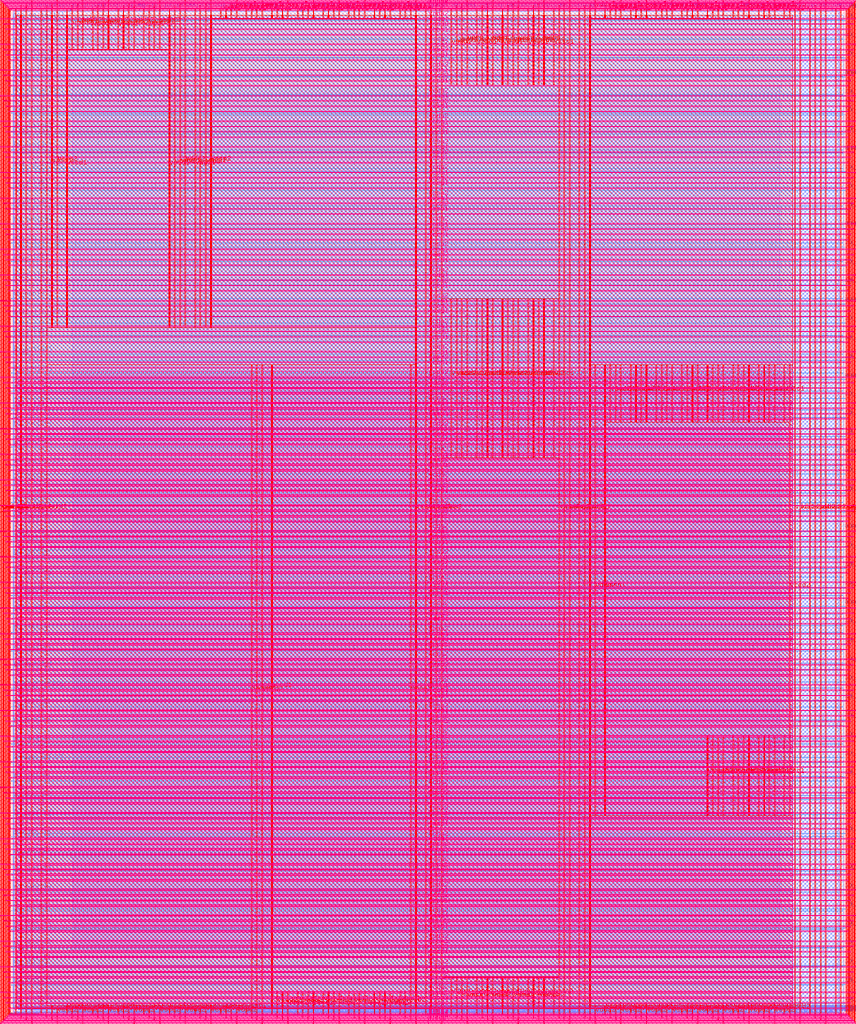
<source format=lef>
VERSION 5.7 ;
  NOWIREEXTENSIONATPIN ON ;
  DIVIDERCHAR "/" ;
  BUSBITCHARS "[]" ;
MACRO user_project_wrapper
  CLASS BLOCK ;
  FOREIGN user_project_wrapper ;
  ORIGIN 0.000 0.000 ;
  SIZE 2920.000 BY 3520.000 ;
  PIN analog_io[0]
    DIRECTION INOUT ;
    USE SIGNAL ;
    PORT
      LAYER met3 ;
        RECT 2917.600 1426.380 2924.800 1427.580 ;
    END
  END analog_io[0]
  PIN analog_io[10]
    DIRECTION INOUT ;
    USE SIGNAL ;
    PORT
      LAYER met2 ;
        RECT 2230.490 3517.600 2231.050 3524.800 ;
    END
  END analog_io[10]
  PIN analog_io[11]
    DIRECTION INOUT ;
    USE SIGNAL ;
    PORT
      LAYER met2 ;
        RECT 1905.730 3517.600 1906.290 3524.800 ;
    END
  END analog_io[11]
  PIN analog_io[12]
    DIRECTION INOUT ;
    USE SIGNAL ;
    PORT
      LAYER met2 ;
        RECT 1581.430 3517.600 1581.990 3524.800 ;
    END
  END analog_io[12]
  PIN analog_io[13]
    DIRECTION INOUT ;
    USE SIGNAL ;
    PORT
      LAYER met2 ;
        RECT 1257.130 3517.600 1257.690 3524.800 ;
    END
  END analog_io[13]
  PIN analog_io[14]
    DIRECTION INOUT ;
    USE SIGNAL ;
    PORT
      LAYER met2 ;
        RECT 932.370 3517.600 932.930 3524.800 ;
    END
  END analog_io[14]
  PIN analog_io[15]
    DIRECTION INOUT ;
    USE SIGNAL ;
    PORT
      LAYER met2 ;
        RECT 608.070 3517.600 608.630 3524.800 ;
    END
  END analog_io[15]
  PIN analog_io[16]
    DIRECTION INOUT ;
    USE SIGNAL ;
    PORT
      LAYER met2 ;
        RECT 283.770 3517.600 284.330 3524.800 ;
    END
  END analog_io[16]
  PIN analog_io[17]
    DIRECTION INOUT ;
    USE SIGNAL ;
    PORT
      LAYER met3 ;
        RECT -4.800 3486.100 2.400 3487.300 ;
    END
  END analog_io[17]
  PIN analog_io[18]
    DIRECTION INOUT ;
    USE SIGNAL ;
    PORT
      LAYER met3 ;
        RECT -4.800 3224.980 2.400 3226.180 ;
    END
  END analog_io[18]
  PIN analog_io[19]
    DIRECTION INOUT ;
    USE SIGNAL ;
    PORT
      LAYER met3 ;
        RECT -4.800 2964.540 2.400 2965.740 ;
    END
  END analog_io[19]
  PIN analog_io[1]
    DIRECTION INOUT ;
    USE SIGNAL ;
    PORT
      LAYER met3 ;
        RECT 2917.600 1692.260 2924.800 1693.460 ;
    END
  END analog_io[1]
  PIN analog_io[20]
    DIRECTION INOUT ;
    USE SIGNAL ;
    PORT
      LAYER met3 ;
        RECT -4.800 2703.420 2.400 2704.620 ;
    END
  END analog_io[20]
  PIN analog_io[21]
    DIRECTION INOUT ;
    USE SIGNAL ;
    PORT
      LAYER met3 ;
        RECT -4.800 2442.980 2.400 2444.180 ;
    END
  END analog_io[21]
  PIN analog_io[22]
    DIRECTION INOUT ;
    USE SIGNAL ;
    PORT
      LAYER met3 ;
        RECT -4.800 2182.540 2.400 2183.740 ;
    END
  END analog_io[22]
  PIN analog_io[23]
    DIRECTION INOUT ;
    USE SIGNAL ;
    PORT
      LAYER met3 ;
        RECT -4.800 1921.420 2.400 1922.620 ;
    END
  END analog_io[23]
  PIN analog_io[24]
    DIRECTION INOUT ;
    USE SIGNAL ;
    PORT
      LAYER met3 ;
        RECT -4.800 1660.980 2.400 1662.180 ;
    END
  END analog_io[24]
  PIN analog_io[25]
    DIRECTION INOUT ;
    USE SIGNAL ;
    PORT
      LAYER met3 ;
        RECT -4.800 1399.860 2.400 1401.060 ;
    END
  END analog_io[25]
  PIN analog_io[26]
    DIRECTION INOUT ;
    USE SIGNAL ;
    PORT
      LAYER met3 ;
        RECT -4.800 1139.420 2.400 1140.620 ;
    END
  END analog_io[26]
  PIN analog_io[27]
    DIRECTION INOUT ;
    USE SIGNAL ;
    PORT
      LAYER met3 ;
        RECT -4.800 878.980 2.400 880.180 ;
    END
  END analog_io[27]
  PIN analog_io[28]
    DIRECTION INOUT ;
    USE SIGNAL ;
    PORT
      LAYER met3 ;
        RECT -4.800 617.860 2.400 619.060 ;
    END
  END analog_io[28]
  PIN analog_io[2]
    DIRECTION INOUT ;
    USE SIGNAL ;
    PORT
      LAYER met3 ;
        RECT 2917.600 1958.140 2924.800 1959.340 ;
    END
  END analog_io[2]
  PIN analog_io[3]
    DIRECTION INOUT ;
    USE SIGNAL ;
    PORT
      LAYER met3 ;
        RECT 2917.600 2223.340 2924.800 2224.540 ;
    END
  END analog_io[3]
  PIN analog_io[4]
    DIRECTION INOUT ;
    USE SIGNAL ;
    PORT
      LAYER met3 ;
        RECT 2917.600 2489.220 2924.800 2490.420 ;
    END
  END analog_io[4]
  PIN analog_io[5]
    DIRECTION INOUT ;
    USE SIGNAL ;
    PORT
      LAYER met3 ;
        RECT 2917.600 2755.100 2924.800 2756.300 ;
    END
  END analog_io[5]
  PIN analog_io[6]
    DIRECTION INOUT ;
    USE SIGNAL ;
    PORT
      LAYER met3 ;
        RECT 2917.600 3020.300 2924.800 3021.500 ;
    END
  END analog_io[6]
  PIN analog_io[7]
    DIRECTION INOUT ;
    USE SIGNAL ;
    PORT
      LAYER met3 ;
        RECT 2917.600 3286.180 2924.800 3287.380 ;
    END
  END analog_io[7]
  PIN analog_io[8]
    DIRECTION INOUT ;
    USE SIGNAL ;
    PORT
      LAYER met2 ;
        RECT 2879.090 3517.600 2879.650 3524.800 ;
    END
  END analog_io[8]
  PIN analog_io[9]
    DIRECTION INOUT ;
    USE SIGNAL ;
    PORT
      LAYER met2 ;
        RECT 2554.790 3517.600 2555.350 3524.800 ;
    END
  END analog_io[9]
  PIN io_in[0]
    DIRECTION INPUT ;
    USE SIGNAL ;
    PORT
      LAYER met3 ;
        RECT 2917.600 32.380 2924.800 33.580 ;
    END
  END io_in[0]
  PIN io_in[10]
    DIRECTION INPUT ;
    USE SIGNAL ;
    PORT
      LAYER met3 ;
        RECT 2917.600 2289.980 2924.800 2291.180 ;
    END
  END io_in[10]
  PIN io_in[11]
    DIRECTION INPUT ;
    USE SIGNAL ;
    PORT
      LAYER met3 ;
        RECT 2917.600 2555.860 2924.800 2557.060 ;
    END
  END io_in[11]
  PIN io_in[12]
    DIRECTION INPUT ;
    USE SIGNAL ;
    PORT
      LAYER met3 ;
        RECT 2917.600 2821.060 2924.800 2822.260 ;
    END
  END io_in[12]
  PIN io_in[13]
    DIRECTION INPUT ;
    USE SIGNAL ;
    PORT
      LAYER met3 ;
        RECT 2917.600 3086.940 2924.800 3088.140 ;
    END
  END io_in[13]
  PIN io_in[14]
    DIRECTION INPUT ;
    USE SIGNAL ;
    PORT
      LAYER met3 ;
        RECT 2917.600 3352.820 2924.800 3354.020 ;
    END
  END io_in[14]
  PIN io_in[15]
    DIRECTION INPUT ;
    USE SIGNAL ;
    PORT
      LAYER met2 ;
        RECT 2798.130 3517.600 2798.690 3524.800 ;
    END
  END io_in[15]
  PIN io_in[16]
    DIRECTION INPUT ;
    USE SIGNAL ;
    PORT
      LAYER met2 ;
        RECT 2473.830 3517.600 2474.390 3524.800 ;
    END
  END io_in[16]
  PIN io_in[17]
    DIRECTION INPUT ;
    USE SIGNAL ;
    PORT
      LAYER met2 ;
        RECT 2149.070 3517.600 2149.630 3524.800 ;
    END
  END io_in[17]
  PIN io_in[18]
    DIRECTION INPUT ;
    USE SIGNAL ;
    PORT
      LAYER met2 ;
        RECT 1824.770 3517.600 1825.330 3524.800 ;
    END
  END io_in[18]
  PIN io_in[19]
    DIRECTION INPUT ;
    USE SIGNAL ;
    PORT
      LAYER met2 ;
        RECT 1500.470 3517.600 1501.030 3524.800 ;
    END
  END io_in[19]
  PIN io_in[1]
    DIRECTION INPUT ;
    USE SIGNAL ;
    PORT
      LAYER met3 ;
        RECT 2917.600 230.940 2924.800 232.140 ;
    END
  END io_in[1]
  PIN io_in[20]
    DIRECTION INPUT ;
    USE SIGNAL ;
    PORT
      LAYER met2 ;
        RECT 1175.710 3517.600 1176.270 3524.800 ;
    END
  END io_in[20]
  PIN io_in[21]
    DIRECTION INPUT ;
    USE SIGNAL ;
    PORT
      LAYER met2 ;
        RECT 851.410 3517.600 851.970 3524.800 ;
    END
  END io_in[21]
  PIN io_in[22]
    DIRECTION INPUT ;
    USE SIGNAL ;
    PORT
      LAYER met2 ;
        RECT 527.110 3517.600 527.670 3524.800 ;
    END
  END io_in[22]
  PIN io_in[23]
    DIRECTION INPUT ;
    USE SIGNAL ;
    PORT
      LAYER met2 ;
        RECT 202.350 3517.600 202.910 3524.800 ;
    END
  END io_in[23]
  PIN io_in[24]
    DIRECTION INPUT ;
    USE SIGNAL ;
    PORT
      LAYER met3 ;
        RECT -4.800 3420.820 2.400 3422.020 ;
    END
  END io_in[24]
  PIN io_in[25]
    DIRECTION INPUT ;
    USE SIGNAL ;
    PORT
      LAYER met3 ;
        RECT -4.800 3159.700 2.400 3160.900 ;
    END
  END io_in[25]
  PIN io_in[26]
    DIRECTION INPUT ;
    USE SIGNAL ;
    PORT
      LAYER met3 ;
        RECT -4.800 2899.260 2.400 2900.460 ;
    END
  END io_in[26]
  PIN io_in[27]
    DIRECTION INPUT ;
    USE SIGNAL ;
    PORT
      LAYER met3 ;
        RECT -4.800 2638.820 2.400 2640.020 ;
    END
  END io_in[27]
  PIN io_in[28]
    DIRECTION INPUT ;
    USE SIGNAL ;
    PORT
      LAYER met3 ;
        RECT -4.800 2377.700 2.400 2378.900 ;
    END
  END io_in[28]
  PIN io_in[29]
    DIRECTION INPUT ;
    USE SIGNAL ;
    PORT
      LAYER met3 ;
        RECT -4.800 2117.260 2.400 2118.460 ;
    END
  END io_in[29]
  PIN io_in[2]
    DIRECTION INPUT ;
    USE SIGNAL ;
    PORT
      LAYER met3 ;
        RECT 2917.600 430.180 2924.800 431.380 ;
    END
  END io_in[2]
  PIN io_in[30]
    DIRECTION INPUT ;
    USE SIGNAL ;
    PORT
      LAYER met3 ;
        RECT -4.800 1856.140 2.400 1857.340 ;
    END
  END io_in[30]
  PIN io_in[31]
    DIRECTION INPUT ;
    USE SIGNAL ;
    PORT
      LAYER met3 ;
        RECT -4.800 1595.700 2.400 1596.900 ;
    END
  END io_in[31]
  PIN io_in[32]
    DIRECTION INPUT ;
    USE SIGNAL ;
    PORT
      LAYER met3 ;
        RECT -4.800 1335.260 2.400 1336.460 ;
    END
  END io_in[32]
  PIN io_in[33]
    DIRECTION INPUT ;
    USE SIGNAL ;
    PORT
      LAYER met3 ;
        RECT -4.800 1074.140 2.400 1075.340 ;
    END
  END io_in[33]
  PIN io_in[34]
    DIRECTION INPUT ;
    USE SIGNAL ;
    PORT
      LAYER met3 ;
        RECT -4.800 813.700 2.400 814.900 ;
    END
  END io_in[34]
  PIN io_in[35]
    DIRECTION INPUT ;
    USE SIGNAL ;
    PORT
      LAYER met3 ;
        RECT -4.800 552.580 2.400 553.780 ;
    END
  END io_in[35]
  PIN io_in[36]
    DIRECTION INPUT ;
    USE SIGNAL ;
    PORT
      LAYER met3 ;
        RECT -4.800 357.420 2.400 358.620 ;
    END
  END io_in[36]
  PIN io_in[37]
    DIRECTION INPUT ;
    USE SIGNAL ;
    PORT
      LAYER met3 ;
        RECT -4.800 161.580 2.400 162.780 ;
    END
  END io_in[37]
  PIN io_in[3]
    DIRECTION INPUT ;
    USE SIGNAL ;
    PORT
      LAYER met3 ;
        RECT 2917.600 629.420 2924.800 630.620 ;
    END
  END io_in[3]
  PIN io_in[4]
    DIRECTION INPUT ;
    USE SIGNAL ;
    PORT
      LAYER met3 ;
        RECT 2917.600 828.660 2924.800 829.860 ;
    END
  END io_in[4]
  PIN io_in[5]
    DIRECTION INPUT ;
    USE SIGNAL ;
    PORT
      LAYER met3 ;
        RECT 2917.600 1027.900 2924.800 1029.100 ;
    END
  END io_in[5]
  PIN io_in[6]
    DIRECTION INPUT ;
    USE SIGNAL ;
    PORT
      LAYER met3 ;
        RECT 2917.600 1227.140 2924.800 1228.340 ;
    END
  END io_in[6]
  PIN io_in[7]
    DIRECTION INPUT ;
    USE SIGNAL ;
    PORT
      LAYER met3 ;
        RECT 2917.600 1493.020 2924.800 1494.220 ;
    END
  END io_in[7]
  PIN io_in[8]
    DIRECTION INPUT ;
    USE SIGNAL ;
    PORT
      LAYER met3 ;
        RECT 2917.600 1758.900 2924.800 1760.100 ;
    END
  END io_in[8]
  PIN io_in[9]
    DIRECTION INPUT ;
    USE SIGNAL ;
    PORT
      LAYER met3 ;
        RECT 2917.600 2024.100 2924.800 2025.300 ;
    END
  END io_in[9]
  PIN io_oeb[0]
    DIRECTION OUTPUT TRISTATE ;
    USE SIGNAL ;
    PORT
      LAYER met3 ;
        RECT 2917.600 164.980 2924.800 166.180 ;
    END
  END io_oeb[0]
  PIN io_oeb[10]
    DIRECTION OUTPUT TRISTATE ;
    USE SIGNAL ;
    PORT
      LAYER met3 ;
        RECT 2917.600 2422.580 2924.800 2423.780 ;
    END
  END io_oeb[10]
  PIN io_oeb[11]
    DIRECTION OUTPUT TRISTATE ;
    USE SIGNAL ;
    PORT
      LAYER met3 ;
        RECT 2917.600 2688.460 2924.800 2689.660 ;
    END
  END io_oeb[11]
  PIN io_oeb[12]
    DIRECTION OUTPUT TRISTATE ;
    USE SIGNAL ;
    PORT
      LAYER met3 ;
        RECT 2917.600 2954.340 2924.800 2955.540 ;
    END
  END io_oeb[12]
  PIN io_oeb[13]
    DIRECTION OUTPUT TRISTATE ;
    USE SIGNAL ;
    PORT
      LAYER met3 ;
        RECT 2917.600 3219.540 2924.800 3220.740 ;
    END
  END io_oeb[13]
  PIN io_oeb[14]
    DIRECTION OUTPUT TRISTATE ;
    USE SIGNAL ;
    PORT
      LAYER met3 ;
        RECT 2917.600 3485.420 2924.800 3486.620 ;
    END
  END io_oeb[14]
  PIN io_oeb[15]
    DIRECTION OUTPUT TRISTATE ;
    USE SIGNAL ;
    PORT
      LAYER met2 ;
        RECT 2635.750 3517.600 2636.310 3524.800 ;
    END
  END io_oeb[15]
  PIN io_oeb[16]
    DIRECTION OUTPUT TRISTATE ;
    USE SIGNAL ;
    PORT
      LAYER met2 ;
        RECT 2311.450 3517.600 2312.010 3524.800 ;
    END
  END io_oeb[16]
  PIN io_oeb[17]
    DIRECTION OUTPUT TRISTATE ;
    USE SIGNAL ;
    PORT
      LAYER met2 ;
        RECT 1987.150 3517.600 1987.710 3524.800 ;
    END
  END io_oeb[17]
  PIN io_oeb[18]
    DIRECTION OUTPUT TRISTATE ;
    USE SIGNAL ;
    PORT
      LAYER met2 ;
        RECT 1662.390 3517.600 1662.950 3524.800 ;
    END
  END io_oeb[18]
  PIN io_oeb[19]
    DIRECTION OUTPUT TRISTATE ;
    USE SIGNAL ;
    PORT
      LAYER met2 ;
        RECT 1338.090 3517.600 1338.650 3524.800 ;
    END
  END io_oeb[19]
  PIN io_oeb[1]
    DIRECTION OUTPUT TRISTATE ;
    USE SIGNAL ;
    PORT
      LAYER met3 ;
        RECT 2917.600 364.220 2924.800 365.420 ;
    END
  END io_oeb[1]
  PIN io_oeb[20]
    DIRECTION OUTPUT TRISTATE ;
    USE SIGNAL ;
    PORT
      LAYER met2 ;
        RECT 1013.790 3517.600 1014.350 3524.800 ;
    END
  END io_oeb[20]
  PIN io_oeb[21]
    DIRECTION OUTPUT TRISTATE ;
    USE SIGNAL ;
    PORT
      LAYER met2 ;
        RECT 689.030 3517.600 689.590 3524.800 ;
    END
  END io_oeb[21]
  PIN io_oeb[22]
    DIRECTION OUTPUT TRISTATE ;
    USE SIGNAL ;
    PORT
      LAYER met2 ;
        RECT 364.730 3517.600 365.290 3524.800 ;
    END
  END io_oeb[22]
  PIN io_oeb[23]
    DIRECTION OUTPUT TRISTATE ;
    USE SIGNAL ;
    PORT
      LAYER met2 ;
        RECT 40.430 3517.600 40.990 3524.800 ;
    END
  END io_oeb[23]
  PIN io_oeb[24]
    DIRECTION OUTPUT TRISTATE ;
    USE SIGNAL ;
    PORT
      LAYER met3 ;
        RECT -4.800 3290.260 2.400 3291.460 ;
    END
  END io_oeb[24]
  PIN io_oeb[25]
    DIRECTION OUTPUT TRISTATE ;
    USE SIGNAL ;
    PORT
      LAYER met3 ;
        RECT -4.800 3029.820 2.400 3031.020 ;
    END
  END io_oeb[25]
  PIN io_oeb[26]
    DIRECTION OUTPUT TRISTATE ;
    USE SIGNAL ;
    PORT
      LAYER met3 ;
        RECT -4.800 2768.700 2.400 2769.900 ;
    END
  END io_oeb[26]
  PIN io_oeb[27]
    DIRECTION OUTPUT TRISTATE ;
    USE SIGNAL ;
    PORT
      LAYER met3 ;
        RECT -4.800 2508.260 2.400 2509.460 ;
    END
  END io_oeb[27]
  PIN io_oeb[28]
    DIRECTION OUTPUT TRISTATE ;
    USE SIGNAL ;
    PORT
      LAYER met3 ;
        RECT -4.800 2247.140 2.400 2248.340 ;
    END
  END io_oeb[28]
  PIN io_oeb[29]
    DIRECTION OUTPUT TRISTATE ;
    USE SIGNAL ;
    PORT
      LAYER met3 ;
        RECT -4.800 1986.700 2.400 1987.900 ;
    END
  END io_oeb[29]
  PIN io_oeb[2]
    DIRECTION OUTPUT TRISTATE ;
    USE SIGNAL ;
    PORT
      LAYER met3 ;
        RECT 2917.600 563.460 2924.800 564.660 ;
    END
  END io_oeb[2]
  PIN io_oeb[30]
    DIRECTION OUTPUT TRISTATE ;
    USE SIGNAL ;
    PORT
      LAYER met3 ;
        RECT -4.800 1726.260 2.400 1727.460 ;
    END
  END io_oeb[30]
  PIN io_oeb[31]
    DIRECTION OUTPUT TRISTATE ;
    USE SIGNAL ;
    PORT
      LAYER met3 ;
        RECT -4.800 1465.140 2.400 1466.340 ;
    END
  END io_oeb[31]
  PIN io_oeb[32]
    DIRECTION OUTPUT TRISTATE ;
    USE SIGNAL ;
    PORT
      LAYER met3 ;
        RECT -4.800 1204.700 2.400 1205.900 ;
    END
  END io_oeb[32]
  PIN io_oeb[33]
    DIRECTION OUTPUT TRISTATE ;
    USE SIGNAL ;
    PORT
      LAYER met3 ;
        RECT -4.800 943.580 2.400 944.780 ;
    END
  END io_oeb[33]
  PIN io_oeb[34]
    DIRECTION OUTPUT TRISTATE ;
    USE SIGNAL ;
    PORT
      LAYER met3 ;
        RECT -4.800 683.140 2.400 684.340 ;
    END
  END io_oeb[34]
  PIN io_oeb[35]
    DIRECTION OUTPUT TRISTATE ;
    USE SIGNAL ;
    PORT
      LAYER met3 ;
        RECT -4.800 422.700 2.400 423.900 ;
    END
  END io_oeb[35]
  PIN io_oeb[36]
    DIRECTION OUTPUT TRISTATE ;
    USE SIGNAL ;
    PORT
      LAYER met3 ;
        RECT -4.800 226.860 2.400 228.060 ;
    END
  END io_oeb[36]
  PIN io_oeb[37]
    DIRECTION OUTPUT TRISTATE ;
    USE SIGNAL ;
    PORT
      LAYER met3 ;
        RECT -4.800 31.700 2.400 32.900 ;
    END
  END io_oeb[37]
  PIN io_oeb[3]
    DIRECTION OUTPUT TRISTATE ;
    USE SIGNAL ;
    PORT
      LAYER met3 ;
        RECT 2917.600 762.700 2924.800 763.900 ;
    END
  END io_oeb[3]
  PIN io_oeb[4]
    DIRECTION OUTPUT TRISTATE ;
    USE SIGNAL ;
    PORT
      LAYER met3 ;
        RECT 2917.600 961.940 2924.800 963.140 ;
    END
  END io_oeb[4]
  PIN io_oeb[5]
    DIRECTION OUTPUT TRISTATE ;
    USE SIGNAL ;
    PORT
      LAYER met3 ;
        RECT 2917.600 1161.180 2924.800 1162.380 ;
    END
  END io_oeb[5]
  PIN io_oeb[6]
    DIRECTION OUTPUT TRISTATE ;
    USE SIGNAL ;
    PORT
      LAYER met3 ;
        RECT 2917.600 1360.420 2924.800 1361.620 ;
    END
  END io_oeb[6]
  PIN io_oeb[7]
    DIRECTION OUTPUT TRISTATE ;
    USE SIGNAL ;
    PORT
      LAYER met3 ;
        RECT 2917.600 1625.620 2924.800 1626.820 ;
    END
  END io_oeb[7]
  PIN io_oeb[8]
    DIRECTION OUTPUT TRISTATE ;
    USE SIGNAL ;
    PORT
      LAYER met3 ;
        RECT 2917.600 1891.500 2924.800 1892.700 ;
    END
  END io_oeb[8]
  PIN io_oeb[9]
    DIRECTION OUTPUT TRISTATE ;
    USE SIGNAL ;
    PORT
      LAYER met3 ;
        RECT 2917.600 2157.380 2924.800 2158.580 ;
    END
  END io_oeb[9]
  PIN io_out[0]
    DIRECTION OUTPUT TRISTATE ;
    USE SIGNAL ;
    PORT
      LAYER met3 ;
        RECT 2917.600 98.340 2924.800 99.540 ;
    END
  END io_out[0]
  PIN io_out[10]
    DIRECTION OUTPUT TRISTATE ;
    USE SIGNAL ;
    PORT
      LAYER met3 ;
        RECT 2917.600 2356.620 2924.800 2357.820 ;
    END
  END io_out[10]
  PIN io_out[11]
    DIRECTION OUTPUT TRISTATE ;
    USE SIGNAL ;
    PORT
      LAYER met3 ;
        RECT 2917.600 2621.820 2924.800 2623.020 ;
    END
  END io_out[11]
  PIN io_out[12]
    DIRECTION OUTPUT TRISTATE ;
    USE SIGNAL ;
    PORT
      LAYER met3 ;
        RECT 2917.600 2887.700 2924.800 2888.900 ;
    END
  END io_out[12]
  PIN io_out[13]
    DIRECTION OUTPUT TRISTATE ;
    USE SIGNAL ;
    PORT
      LAYER met3 ;
        RECT 2917.600 3153.580 2924.800 3154.780 ;
    END
  END io_out[13]
  PIN io_out[14]
    DIRECTION OUTPUT TRISTATE ;
    USE SIGNAL ;
    PORT
      LAYER met3 ;
        RECT 2917.600 3418.780 2924.800 3419.980 ;
    END
  END io_out[14]
  PIN io_out[15]
    DIRECTION OUTPUT TRISTATE ;
    USE SIGNAL ;
    PORT
      LAYER met2 ;
        RECT 2717.170 3517.600 2717.730 3524.800 ;
    END
  END io_out[15]
  PIN io_out[16]
    DIRECTION OUTPUT TRISTATE ;
    USE SIGNAL ;
    PORT
      LAYER met2 ;
        RECT 2392.410 3517.600 2392.970 3524.800 ;
    END
  END io_out[16]
  PIN io_out[17]
    DIRECTION OUTPUT TRISTATE ;
    USE SIGNAL ;
    PORT
      LAYER met2 ;
        RECT 2068.110 3517.600 2068.670 3524.800 ;
    END
  END io_out[17]
  PIN io_out[18]
    DIRECTION OUTPUT TRISTATE ;
    USE SIGNAL ;
    PORT
      LAYER met2 ;
        RECT 1743.810 3517.600 1744.370 3524.800 ;
    END
  END io_out[18]
  PIN io_out[19]
    DIRECTION OUTPUT TRISTATE ;
    USE SIGNAL ;
    PORT
      LAYER met2 ;
        RECT 1419.050 3517.600 1419.610 3524.800 ;
    END
  END io_out[19]
  PIN io_out[1]
    DIRECTION OUTPUT TRISTATE ;
    USE SIGNAL ;
    PORT
      LAYER met3 ;
        RECT 2917.600 297.580 2924.800 298.780 ;
    END
  END io_out[1]
  PIN io_out[20]
    DIRECTION OUTPUT TRISTATE ;
    USE SIGNAL ;
    PORT
      LAYER met2 ;
        RECT 1094.750 3517.600 1095.310 3524.800 ;
    END
  END io_out[20]
  PIN io_out[21]
    DIRECTION OUTPUT TRISTATE ;
    USE SIGNAL ;
    PORT
      LAYER met2 ;
        RECT 770.450 3517.600 771.010 3524.800 ;
    END
  END io_out[21]
  PIN io_out[22]
    DIRECTION OUTPUT TRISTATE ;
    USE SIGNAL ;
    PORT
      LAYER met2 ;
        RECT 445.690 3517.600 446.250 3524.800 ;
    END
  END io_out[22]
  PIN io_out[23]
    DIRECTION OUTPUT TRISTATE ;
    USE SIGNAL ;
    PORT
      LAYER met2 ;
        RECT 121.390 3517.600 121.950 3524.800 ;
    END
  END io_out[23]
  PIN io_out[24]
    DIRECTION OUTPUT TRISTATE ;
    USE SIGNAL ;
    PORT
      LAYER met3 ;
        RECT -4.800 3355.540 2.400 3356.740 ;
    END
  END io_out[24]
  PIN io_out[25]
    DIRECTION OUTPUT TRISTATE ;
    USE SIGNAL ;
    PORT
      LAYER met3 ;
        RECT -4.800 3095.100 2.400 3096.300 ;
    END
  END io_out[25]
  PIN io_out[26]
    DIRECTION OUTPUT TRISTATE ;
    USE SIGNAL ;
    PORT
      LAYER met3 ;
        RECT -4.800 2833.980 2.400 2835.180 ;
    END
  END io_out[26]
  PIN io_out[27]
    DIRECTION OUTPUT TRISTATE ;
    USE SIGNAL ;
    PORT
      LAYER met3 ;
        RECT -4.800 2573.540 2.400 2574.740 ;
    END
  END io_out[27]
  PIN io_out[28]
    DIRECTION OUTPUT TRISTATE ;
    USE SIGNAL ;
    PORT
      LAYER met3 ;
        RECT -4.800 2312.420 2.400 2313.620 ;
    END
  END io_out[28]
  PIN io_out[29]
    DIRECTION OUTPUT TRISTATE ;
    USE SIGNAL ;
    PORT
      LAYER met3 ;
        RECT -4.800 2051.980 2.400 2053.180 ;
    END
  END io_out[29]
  PIN io_out[2]
    DIRECTION OUTPUT TRISTATE ;
    USE SIGNAL ;
    PORT
      LAYER met3 ;
        RECT 2917.600 496.820 2924.800 498.020 ;
    END
  END io_out[2]
  PIN io_out[30]
    DIRECTION OUTPUT TRISTATE ;
    USE SIGNAL ;
    PORT
      LAYER met3 ;
        RECT -4.800 1791.540 2.400 1792.740 ;
    END
  END io_out[30]
  PIN io_out[31]
    DIRECTION OUTPUT TRISTATE ;
    USE SIGNAL ;
    PORT
      LAYER met3 ;
        RECT -4.800 1530.420 2.400 1531.620 ;
    END
  END io_out[31]
  PIN io_out[32]
    DIRECTION OUTPUT TRISTATE ;
    USE SIGNAL ;
    PORT
      LAYER met3 ;
        RECT -4.800 1269.980 2.400 1271.180 ;
    END
  END io_out[32]
  PIN io_out[33]
    DIRECTION OUTPUT TRISTATE ;
    USE SIGNAL ;
    PORT
      LAYER met3 ;
        RECT -4.800 1008.860 2.400 1010.060 ;
    END
  END io_out[33]
  PIN io_out[34]
    DIRECTION OUTPUT TRISTATE ;
    USE SIGNAL ;
    PORT
      LAYER met3 ;
        RECT -4.800 748.420 2.400 749.620 ;
    END
  END io_out[34]
  PIN io_out[35]
    DIRECTION OUTPUT TRISTATE ;
    USE SIGNAL ;
    PORT
      LAYER met3 ;
        RECT -4.800 487.300 2.400 488.500 ;
    END
  END io_out[35]
  PIN io_out[36]
    DIRECTION OUTPUT TRISTATE ;
    USE SIGNAL ;
    PORT
      LAYER met3 ;
        RECT -4.800 292.140 2.400 293.340 ;
    END
  END io_out[36]
  PIN io_out[37]
    DIRECTION OUTPUT TRISTATE ;
    USE SIGNAL ;
    PORT
      LAYER met3 ;
        RECT -4.800 96.300 2.400 97.500 ;
    END
  END io_out[37]
  PIN io_out[3]
    DIRECTION OUTPUT TRISTATE ;
    USE SIGNAL ;
    PORT
      LAYER met3 ;
        RECT 2917.600 696.060 2924.800 697.260 ;
    END
  END io_out[3]
  PIN io_out[4]
    DIRECTION OUTPUT TRISTATE ;
    USE SIGNAL ;
    PORT
      LAYER met3 ;
        RECT 2917.600 895.300 2924.800 896.500 ;
    END
  END io_out[4]
  PIN io_out[5]
    DIRECTION OUTPUT TRISTATE ;
    USE SIGNAL ;
    PORT
      LAYER met3 ;
        RECT 2917.600 1094.540 2924.800 1095.740 ;
    END
  END io_out[5]
  PIN io_out[6]
    DIRECTION OUTPUT TRISTATE ;
    USE SIGNAL ;
    PORT
      LAYER met3 ;
        RECT 2917.600 1293.780 2924.800 1294.980 ;
    END
  END io_out[6]
  PIN io_out[7]
    DIRECTION OUTPUT TRISTATE ;
    USE SIGNAL ;
    PORT
      LAYER met3 ;
        RECT 2917.600 1559.660 2924.800 1560.860 ;
    END
  END io_out[7]
  PIN io_out[8]
    DIRECTION OUTPUT TRISTATE ;
    USE SIGNAL ;
    PORT
      LAYER met3 ;
        RECT 2917.600 1824.860 2924.800 1826.060 ;
    END
  END io_out[8]
  PIN io_out[9]
    DIRECTION OUTPUT TRISTATE ;
    USE SIGNAL ;
    PORT
      LAYER met3 ;
        RECT 2917.600 2090.740 2924.800 2091.940 ;
    END
  END io_out[9]
  PIN la_data_in[0]
    DIRECTION INPUT ;
    USE SIGNAL ;
    PORT
      LAYER met2 ;
        RECT 629.230 -4.800 629.790 2.400 ;
    END
  END la_data_in[0]
  PIN la_data_in[100]
    DIRECTION INPUT ;
    USE SIGNAL ;
    PORT
      LAYER met2 ;
        RECT 2402.530 -4.800 2403.090 2.400 ;
    END
  END la_data_in[100]
  PIN la_data_in[101]
    DIRECTION INPUT ;
    USE SIGNAL ;
    PORT
      LAYER met2 ;
        RECT 2420.010 -4.800 2420.570 2.400 ;
    END
  END la_data_in[101]
  PIN la_data_in[102]
    DIRECTION INPUT ;
    USE SIGNAL ;
    PORT
      LAYER met2 ;
        RECT 2437.950 -4.800 2438.510 2.400 ;
    END
  END la_data_in[102]
  PIN la_data_in[103]
    DIRECTION INPUT ;
    USE SIGNAL ;
    PORT
      LAYER met2 ;
        RECT 2455.430 -4.800 2455.990 2.400 ;
    END
  END la_data_in[103]
  PIN la_data_in[104]
    DIRECTION INPUT ;
    USE SIGNAL ;
    PORT
      LAYER met2 ;
        RECT 2473.370 -4.800 2473.930 2.400 ;
    END
  END la_data_in[104]
  PIN la_data_in[105]
    DIRECTION INPUT ;
    USE SIGNAL ;
    PORT
      LAYER met2 ;
        RECT 2490.850 -4.800 2491.410 2.400 ;
    END
  END la_data_in[105]
  PIN la_data_in[106]
    DIRECTION INPUT ;
    USE SIGNAL ;
    PORT
      LAYER met2 ;
        RECT 2508.790 -4.800 2509.350 2.400 ;
    END
  END la_data_in[106]
  PIN la_data_in[107]
    DIRECTION INPUT ;
    USE SIGNAL ;
    PORT
      LAYER met2 ;
        RECT 2526.730 -4.800 2527.290 2.400 ;
    END
  END la_data_in[107]
  PIN la_data_in[108]
    DIRECTION INPUT ;
    USE SIGNAL ;
    PORT
      LAYER met2 ;
        RECT 2544.210 -4.800 2544.770 2.400 ;
    END
  END la_data_in[108]
  PIN la_data_in[109]
    DIRECTION INPUT ;
    USE SIGNAL ;
    PORT
      LAYER met2 ;
        RECT 2562.150 -4.800 2562.710 2.400 ;
    END
  END la_data_in[109]
  PIN la_data_in[10]
    DIRECTION INPUT ;
    USE SIGNAL ;
    PORT
      LAYER met2 ;
        RECT 806.330 -4.800 806.890 2.400 ;
    END
  END la_data_in[10]
  PIN la_data_in[110]
    DIRECTION INPUT ;
    USE SIGNAL ;
    PORT
      LAYER met2 ;
        RECT 2579.630 -4.800 2580.190 2.400 ;
    END
  END la_data_in[110]
  PIN la_data_in[111]
    DIRECTION INPUT ;
    USE SIGNAL ;
    PORT
      LAYER met2 ;
        RECT 2597.570 -4.800 2598.130 2.400 ;
    END
  END la_data_in[111]
  PIN la_data_in[112]
    DIRECTION INPUT ;
    USE SIGNAL ;
    PORT
      LAYER met2 ;
        RECT 2615.050 -4.800 2615.610 2.400 ;
    END
  END la_data_in[112]
  PIN la_data_in[113]
    DIRECTION INPUT ;
    USE SIGNAL ;
    PORT
      LAYER met2 ;
        RECT 2632.990 -4.800 2633.550 2.400 ;
    END
  END la_data_in[113]
  PIN la_data_in[114]
    DIRECTION INPUT ;
    USE SIGNAL ;
    PORT
      LAYER met2 ;
        RECT 2650.470 -4.800 2651.030 2.400 ;
    END
  END la_data_in[114]
  PIN la_data_in[115]
    DIRECTION INPUT ;
    USE SIGNAL ;
    PORT
      LAYER met2 ;
        RECT 2668.410 -4.800 2668.970 2.400 ;
    END
  END la_data_in[115]
  PIN la_data_in[116]
    DIRECTION INPUT ;
    USE SIGNAL ;
    PORT
      LAYER met2 ;
        RECT 2685.890 -4.800 2686.450 2.400 ;
    END
  END la_data_in[116]
  PIN la_data_in[117]
    DIRECTION INPUT ;
    USE SIGNAL ;
    PORT
      LAYER met2 ;
        RECT 2703.830 -4.800 2704.390 2.400 ;
    END
  END la_data_in[117]
  PIN la_data_in[118]
    DIRECTION INPUT ;
    USE SIGNAL ;
    PORT
      LAYER met2 ;
        RECT 2721.770 -4.800 2722.330 2.400 ;
    END
  END la_data_in[118]
  PIN la_data_in[119]
    DIRECTION INPUT ;
    USE SIGNAL ;
    PORT
      LAYER met2 ;
        RECT 2739.250 -4.800 2739.810 2.400 ;
    END
  END la_data_in[119]
  PIN la_data_in[11]
    DIRECTION INPUT ;
    USE SIGNAL ;
    PORT
      LAYER met2 ;
        RECT 824.270 -4.800 824.830 2.400 ;
    END
  END la_data_in[11]
  PIN la_data_in[120]
    DIRECTION INPUT ;
    USE SIGNAL ;
    PORT
      LAYER met2 ;
        RECT 2757.190 -4.800 2757.750 2.400 ;
    END
  END la_data_in[120]
  PIN la_data_in[121]
    DIRECTION INPUT ;
    USE SIGNAL ;
    PORT
      LAYER met2 ;
        RECT 2774.670 -4.800 2775.230 2.400 ;
    END
  END la_data_in[121]
  PIN la_data_in[122]
    DIRECTION INPUT ;
    USE SIGNAL ;
    PORT
      LAYER met2 ;
        RECT 2792.610 -4.800 2793.170 2.400 ;
    END
  END la_data_in[122]
  PIN la_data_in[123]
    DIRECTION INPUT ;
    USE SIGNAL ;
    PORT
      LAYER met2 ;
        RECT 2810.090 -4.800 2810.650 2.400 ;
    END
  END la_data_in[123]
  PIN la_data_in[124]
    DIRECTION INPUT ;
    USE SIGNAL ;
    PORT
      LAYER met2 ;
        RECT 2828.030 -4.800 2828.590 2.400 ;
    END
  END la_data_in[124]
  PIN la_data_in[125]
    DIRECTION INPUT ;
    USE SIGNAL ;
    PORT
      LAYER met2 ;
        RECT 2845.510 -4.800 2846.070 2.400 ;
    END
  END la_data_in[125]
  PIN la_data_in[126]
    DIRECTION INPUT ;
    USE SIGNAL ;
    PORT
      LAYER met2 ;
        RECT 2863.450 -4.800 2864.010 2.400 ;
    END
  END la_data_in[126]
  PIN la_data_in[127]
    DIRECTION INPUT ;
    USE SIGNAL ;
    PORT
      LAYER met2 ;
        RECT 2881.390 -4.800 2881.950 2.400 ;
    END
  END la_data_in[127]
  PIN la_data_in[12]
    DIRECTION INPUT ;
    USE SIGNAL ;
    PORT
      LAYER met2 ;
        RECT 841.750 -4.800 842.310 2.400 ;
    END
  END la_data_in[12]
  PIN la_data_in[13]
    DIRECTION INPUT ;
    USE SIGNAL ;
    PORT
      LAYER met2 ;
        RECT 859.690 -4.800 860.250 2.400 ;
    END
  END la_data_in[13]
  PIN la_data_in[14]
    DIRECTION INPUT ;
    USE SIGNAL ;
    PORT
      LAYER met2 ;
        RECT 877.170 -4.800 877.730 2.400 ;
    END
  END la_data_in[14]
  PIN la_data_in[15]
    DIRECTION INPUT ;
    USE SIGNAL ;
    PORT
      LAYER met2 ;
        RECT 895.110 -4.800 895.670 2.400 ;
    END
  END la_data_in[15]
  PIN la_data_in[16]
    DIRECTION INPUT ;
    USE SIGNAL ;
    PORT
      LAYER met2 ;
        RECT 912.590 -4.800 913.150 2.400 ;
    END
  END la_data_in[16]
  PIN la_data_in[17]
    DIRECTION INPUT ;
    USE SIGNAL ;
    PORT
      LAYER met2 ;
        RECT 930.530 -4.800 931.090 2.400 ;
    END
  END la_data_in[17]
  PIN la_data_in[18]
    DIRECTION INPUT ;
    USE SIGNAL ;
    PORT
      LAYER met2 ;
        RECT 948.470 -4.800 949.030 2.400 ;
    END
  END la_data_in[18]
  PIN la_data_in[19]
    DIRECTION INPUT ;
    USE SIGNAL ;
    PORT
      LAYER met2 ;
        RECT 965.950 -4.800 966.510 2.400 ;
    END
  END la_data_in[19]
  PIN la_data_in[1]
    DIRECTION INPUT ;
    USE SIGNAL ;
    PORT
      LAYER met2 ;
        RECT 646.710 -4.800 647.270 2.400 ;
    END
  END la_data_in[1]
  PIN la_data_in[20]
    DIRECTION INPUT ;
    USE SIGNAL ;
    PORT
      LAYER met2 ;
        RECT 983.890 -4.800 984.450 2.400 ;
    END
  END la_data_in[20]
  PIN la_data_in[21]
    DIRECTION INPUT ;
    USE SIGNAL ;
    PORT
      LAYER met2 ;
        RECT 1001.370 -4.800 1001.930 2.400 ;
    END
  END la_data_in[21]
  PIN la_data_in[22]
    DIRECTION INPUT ;
    USE SIGNAL ;
    PORT
      LAYER met2 ;
        RECT 1019.310 -4.800 1019.870 2.400 ;
    END
  END la_data_in[22]
  PIN la_data_in[23]
    DIRECTION INPUT ;
    USE SIGNAL ;
    PORT
      LAYER met2 ;
        RECT 1036.790 -4.800 1037.350 2.400 ;
    END
  END la_data_in[23]
  PIN la_data_in[24]
    DIRECTION INPUT ;
    USE SIGNAL ;
    PORT
      LAYER met2 ;
        RECT 1054.730 -4.800 1055.290 2.400 ;
    END
  END la_data_in[24]
  PIN la_data_in[25]
    DIRECTION INPUT ;
    USE SIGNAL ;
    PORT
      LAYER met2 ;
        RECT 1072.210 -4.800 1072.770 2.400 ;
    END
  END la_data_in[25]
  PIN la_data_in[26]
    DIRECTION INPUT ;
    USE SIGNAL ;
    PORT
      LAYER met2 ;
        RECT 1090.150 -4.800 1090.710 2.400 ;
    END
  END la_data_in[26]
  PIN la_data_in[27]
    DIRECTION INPUT ;
    USE SIGNAL ;
    PORT
      LAYER met2 ;
        RECT 1107.630 -4.800 1108.190 2.400 ;
    END
  END la_data_in[27]
  PIN la_data_in[28]
    DIRECTION INPUT ;
    USE SIGNAL ;
    PORT
      LAYER met2 ;
        RECT 1125.570 -4.800 1126.130 2.400 ;
    END
  END la_data_in[28]
  PIN la_data_in[29]
    DIRECTION INPUT ;
    USE SIGNAL ;
    PORT
      LAYER met2 ;
        RECT 1143.510 -4.800 1144.070 2.400 ;
    END
  END la_data_in[29]
  PIN la_data_in[2]
    DIRECTION INPUT ;
    USE SIGNAL ;
    PORT
      LAYER met2 ;
        RECT 664.650 -4.800 665.210 2.400 ;
    END
  END la_data_in[2]
  PIN la_data_in[30]
    DIRECTION INPUT ;
    USE SIGNAL ;
    PORT
      LAYER met2 ;
        RECT 1160.990 -4.800 1161.550 2.400 ;
    END
  END la_data_in[30]
  PIN la_data_in[31]
    DIRECTION INPUT ;
    USE SIGNAL ;
    PORT
      LAYER met2 ;
        RECT 1178.930 -4.800 1179.490 2.400 ;
    END
  END la_data_in[31]
  PIN la_data_in[32]
    DIRECTION INPUT ;
    USE SIGNAL ;
    PORT
      LAYER met2 ;
        RECT 1196.410 -4.800 1196.970 2.400 ;
    END
  END la_data_in[32]
  PIN la_data_in[33]
    DIRECTION INPUT ;
    USE SIGNAL ;
    PORT
      LAYER met2 ;
        RECT 1214.350 -4.800 1214.910 2.400 ;
    END
  END la_data_in[33]
  PIN la_data_in[34]
    DIRECTION INPUT ;
    USE SIGNAL ;
    PORT
      LAYER met2 ;
        RECT 1231.830 -4.800 1232.390 2.400 ;
    END
  END la_data_in[34]
  PIN la_data_in[35]
    DIRECTION INPUT ;
    USE SIGNAL ;
    PORT
      LAYER met2 ;
        RECT 1249.770 -4.800 1250.330 2.400 ;
    END
  END la_data_in[35]
  PIN la_data_in[36]
    DIRECTION INPUT ;
    USE SIGNAL ;
    PORT
      LAYER met2 ;
        RECT 1267.250 -4.800 1267.810 2.400 ;
    END
  END la_data_in[36]
  PIN la_data_in[37]
    DIRECTION INPUT ;
    USE SIGNAL ;
    PORT
      LAYER met2 ;
        RECT 1285.190 -4.800 1285.750 2.400 ;
    END
  END la_data_in[37]
  PIN la_data_in[38]
    DIRECTION INPUT ;
    USE SIGNAL ;
    PORT
      LAYER met2 ;
        RECT 1303.130 -4.800 1303.690 2.400 ;
    END
  END la_data_in[38]
  PIN la_data_in[39]
    DIRECTION INPUT ;
    USE SIGNAL ;
    PORT
      LAYER met2 ;
        RECT 1320.610 -4.800 1321.170 2.400 ;
    END
  END la_data_in[39]
  PIN la_data_in[3]
    DIRECTION INPUT ;
    USE SIGNAL ;
    PORT
      LAYER met2 ;
        RECT 682.130 -4.800 682.690 2.400 ;
    END
  END la_data_in[3]
  PIN la_data_in[40]
    DIRECTION INPUT ;
    USE SIGNAL ;
    PORT
      LAYER met2 ;
        RECT 1338.550 -4.800 1339.110 2.400 ;
    END
  END la_data_in[40]
  PIN la_data_in[41]
    DIRECTION INPUT ;
    USE SIGNAL ;
    PORT
      LAYER met2 ;
        RECT 1356.030 -4.800 1356.590 2.400 ;
    END
  END la_data_in[41]
  PIN la_data_in[42]
    DIRECTION INPUT ;
    USE SIGNAL ;
    PORT
      LAYER met2 ;
        RECT 1373.970 -4.800 1374.530 2.400 ;
    END
  END la_data_in[42]
  PIN la_data_in[43]
    DIRECTION INPUT ;
    USE SIGNAL ;
    PORT
      LAYER met2 ;
        RECT 1391.450 -4.800 1392.010 2.400 ;
    END
  END la_data_in[43]
  PIN la_data_in[44]
    DIRECTION INPUT ;
    USE SIGNAL ;
    PORT
      LAYER met2 ;
        RECT 1409.390 -4.800 1409.950 2.400 ;
    END
  END la_data_in[44]
  PIN la_data_in[45]
    DIRECTION INPUT ;
    USE SIGNAL ;
    PORT
      LAYER met2 ;
        RECT 1426.870 -4.800 1427.430 2.400 ;
    END
  END la_data_in[45]
  PIN la_data_in[46]
    DIRECTION INPUT ;
    USE SIGNAL ;
    PORT
      LAYER met2 ;
        RECT 1444.810 -4.800 1445.370 2.400 ;
    END
  END la_data_in[46]
  PIN la_data_in[47]
    DIRECTION INPUT ;
    USE SIGNAL ;
    PORT
      LAYER met2 ;
        RECT 1462.750 -4.800 1463.310 2.400 ;
    END
  END la_data_in[47]
  PIN la_data_in[48]
    DIRECTION INPUT ;
    USE SIGNAL ;
    PORT
      LAYER met2 ;
        RECT 1480.230 -4.800 1480.790 2.400 ;
    END
  END la_data_in[48]
  PIN la_data_in[49]
    DIRECTION INPUT ;
    USE SIGNAL ;
    PORT
      LAYER met2 ;
        RECT 1498.170 -4.800 1498.730 2.400 ;
    END
  END la_data_in[49]
  PIN la_data_in[4]
    DIRECTION INPUT ;
    USE SIGNAL ;
    PORT
      LAYER met2 ;
        RECT 700.070 -4.800 700.630 2.400 ;
    END
  END la_data_in[4]
  PIN la_data_in[50]
    DIRECTION INPUT ;
    USE SIGNAL ;
    PORT
      LAYER met2 ;
        RECT 1515.650 -4.800 1516.210 2.400 ;
    END
  END la_data_in[50]
  PIN la_data_in[51]
    DIRECTION INPUT ;
    USE SIGNAL ;
    PORT
      LAYER met2 ;
        RECT 1533.590 -4.800 1534.150 2.400 ;
    END
  END la_data_in[51]
  PIN la_data_in[52]
    DIRECTION INPUT ;
    USE SIGNAL ;
    PORT
      LAYER met2 ;
        RECT 1551.070 -4.800 1551.630 2.400 ;
    END
  END la_data_in[52]
  PIN la_data_in[53]
    DIRECTION INPUT ;
    USE SIGNAL ;
    PORT
      LAYER met2 ;
        RECT 1569.010 -4.800 1569.570 2.400 ;
    END
  END la_data_in[53]
  PIN la_data_in[54]
    DIRECTION INPUT ;
    USE SIGNAL ;
    PORT
      LAYER met2 ;
        RECT 1586.490 -4.800 1587.050 2.400 ;
    END
  END la_data_in[54]
  PIN la_data_in[55]
    DIRECTION INPUT ;
    USE SIGNAL ;
    PORT
      LAYER met2 ;
        RECT 1604.430 -4.800 1604.990 2.400 ;
    END
  END la_data_in[55]
  PIN la_data_in[56]
    DIRECTION INPUT ;
    USE SIGNAL ;
    PORT
      LAYER met2 ;
        RECT 1621.910 -4.800 1622.470 2.400 ;
    END
  END la_data_in[56]
  PIN la_data_in[57]
    DIRECTION INPUT ;
    USE SIGNAL ;
    PORT
      LAYER met2 ;
        RECT 1639.850 -4.800 1640.410 2.400 ;
    END
  END la_data_in[57]
  PIN la_data_in[58]
    DIRECTION INPUT ;
    USE SIGNAL ;
    PORT
      LAYER met2 ;
        RECT 1657.790 -4.800 1658.350 2.400 ;
    END
  END la_data_in[58]
  PIN la_data_in[59]
    DIRECTION INPUT ;
    USE SIGNAL ;
    PORT
      LAYER met2 ;
        RECT 1675.270 -4.800 1675.830 2.400 ;
    END
  END la_data_in[59]
  PIN la_data_in[5]
    DIRECTION INPUT ;
    USE SIGNAL ;
    PORT
      LAYER met2 ;
        RECT 717.550 -4.800 718.110 2.400 ;
    END
  END la_data_in[5]
  PIN la_data_in[60]
    DIRECTION INPUT ;
    USE SIGNAL ;
    PORT
      LAYER met2 ;
        RECT 1693.210 -4.800 1693.770 2.400 ;
    END
  END la_data_in[60]
  PIN la_data_in[61]
    DIRECTION INPUT ;
    USE SIGNAL ;
    PORT
      LAYER met2 ;
        RECT 1710.690 -4.800 1711.250 2.400 ;
    END
  END la_data_in[61]
  PIN la_data_in[62]
    DIRECTION INPUT ;
    USE SIGNAL ;
    PORT
      LAYER met2 ;
        RECT 1728.630 -4.800 1729.190 2.400 ;
    END
  END la_data_in[62]
  PIN la_data_in[63]
    DIRECTION INPUT ;
    USE SIGNAL ;
    PORT
      LAYER met2 ;
        RECT 1746.110 -4.800 1746.670 2.400 ;
    END
  END la_data_in[63]
  PIN la_data_in[64]
    DIRECTION INPUT ;
    USE SIGNAL ;
    PORT
      LAYER met2 ;
        RECT 1764.050 -4.800 1764.610 2.400 ;
    END
  END la_data_in[64]
  PIN la_data_in[65]
    DIRECTION INPUT ;
    USE SIGNAL ;
    PORT
      LAYER met2 ;
        RECT 1781.530 -4.800 1782.090 2.400 ;
    END
  END la_data_in[65]
  PIN la_data_in[66]
    DIRECTION INPUT ;
    USE SIGNAL ;
    PORT
      LAYER met2 ;
        RECT 1799.470 -4.800 1800.030 2.400 ;
    END
  END la_data_in[66]
  PIN la_data_in[67]
    DIRECTION INPUT ;
    USE SIGNAL ;
    PORT
      LAYER met2 ;
        RECT 1817.410 -4.800 1817.970 2.400 ;
    END
  END la_data_in[67]
  PIN la_data_in[68]
    DIRECTION INPUT ;
    USE SIGNAL ;
    PORT
      LAYER met2 ;
        RECT 1834.890 -4.800 1835.450 2.400 ;
    END
  END la_data_in[68]
  PIN la_data_in[69]
    DIRECTION INPUT ;
    USE SIGNAL ;
    PORT
      LAYER met2 ;
        RECT 1852.830 -4.800 1853.390 2.400 ;
    END
  END la_data_in[69]
  PIN la_data_in[6]
    DIRECTION INPUT ;
    USE SIGNAL ;
    PORT
      LAYER met2 ;
        RECT 735.490 -4.800 736.050 2.400 ;
    END
  END la_data_in[6]
  PIN la_data_in[70]
    DIRECTION INPUT ;
    USE SIGNAL ;
    PORT
      LAYER met2 ;
        RECT 1870.310 -4.800 1870.870 2.400 ;
    END
  END la_data_in[70]
  PIN la_data_in[71]
    DIRECTION INPUT ;
    USE SIGNAL ;
    PORT
      LAYER met2 ;
        RECT 1888.250 -4.800 1888.810 2.400 ;
    END
  END la_data_in[71]
  PIN la_data_in[72]
    DIRECTION INPUT ;
    USE SIGNAL ;
    PORT
      LAYER met2 ;
        RECT 1905.730 -4.800 1906.290 2.400 ;
    END
  END la_data_in[72]
  PIN la_data_in[73]
    DIRECTION INPUT ;
    USE SIGNAL ;
    PORT
      LAYER met2 ;
        RECT 1923.670 -4.800 1924.230 2.400 ;
    END
  END la_data_in[73]
  PIN la_data_in[74]
    DIRECTION INPUT ;
    USE SIGNAL ;
    PORT
      LAYER met2 ;
        RECT 1941.150 -4.800 1941.710 2.400 ;
    END
  END la_data_in[74]
  PIN la_data_in[75]
    DIRECTION INPUT ;
    USE SIGNAL ;
    PORT
      LAYER met2 ;
        RECT 1959.090 -4.800 1959.650 2.400 ;
    END
  END la_data_in[75]
  PIN la_data_in[76]
    DIRECTION INPUT ;
    USE SIGNAL ;
    PORT
      LAYER met2 ;
        RECT 1976.570 -4.800 1977.130 2.400 ;
    END
  END la_data_in[76]
  PIN la_data_in[77]
    DIRECTION INPUT ;
    USE SIGNAL ;
    PORT
      LAYER met2 ;
        RECT 1994.510 -4.800 1995.070 2.400 ;
    END
  END la_data_in[77]
  PIN la_data_in[78]
    DIRECTION INPUT ;
    USE SIGNAL ;
    PORT
      LAYER met2 ;
        RECT 2012.450 -4.800 2013.010 2.400 ;
    END
  END la_data_in[78]
  PIN la_data_in[79]
    DIRECTION INPUT ;
    USE SIGNAL ;
    PORT
      LAYER met2 ;
        RECT 2029.930 -4.800 2030.490 2.400 ;
    END
  END la_data_in[79]
  PIN la_data_in[7]
    DIRECTION INPUT ;
    USE SIGNAL ;
    PORT
      LAYER met2 ;
        RECT 752.970 -4.800 753.530 2.400 ;
    END
  END la_data_in[7]
  PIN la_data_in[80]
    DIRECTION INPUT ;
    USE SIGNAL ;
    PORT
      LAYER met2 ;
        RECT 2047.870 -4.800 2048.430 2.400 ;
    END
  END la_data_in[80]
  PIN la_data_in[81]
    DIRECTION INPUT ;
    USE SIGNAL ;
    PORT
      LAYER met2 ;
        RECT 2065.350 -4.800 2065.910 2.400 ;
    END
  END la_data_in[81]
  PIN la_data_in[82]
    DIRECTION INPUT ;
    USE SIGNAL ;
    PORT
      LAYER met2 ;
        RECT 2083.290 -4.800 2083.850 2.400 ;
    END
  END la_data_in[82]
  PIN la_data_in[83]
    DIRECTION INPUT ;
    USE SIGNAL ;
    PORT
      LAYER met2 ;
        RECT 2100.770 -4.800 2101.330 2.400 ;
    END
  END la_data_in[83]
  PIN la_data_in[84]
    DIRECTION INPUT ;
    USE SIGNAL ;
    PORT
      LAYER met2 ;
        RECT 2118.710 -4.800 2119.270 2.400 ;
    END
  END la_data_in[84]
  PIN la_data_in[85]
    DIRECTION INPUT ;
    USE SIGNAL ;
    PORT
      LAYER met2 ;
        RECT 2136.190 -4.800 2136.750 2.400 ;
    END
  END la_data_in[85]
  PIN la_data_in[86]
    DIRECTION INPUT ;
    USE SIGNAL ;
    PORT
      LAYER met2 ;
        RECT 2154.130 -4.800 2154.690 2.400 ;
    END
  END la_data_in[86]
  PIN la_data_in[87]
    DIRECTION INPUT ;
    USE SIGNAL ;
    PORT
      LAYER met2 ;
        RECT 2172.070 -4.800 2172.630 2.400 ;
    END
  END la_data_in[87]
  PIN la_data_in[88]
    DIRECTION INPUT ;
    USE SIGNAL ;
    PORT
      LAYER met2 ;
        RECT 2189.550 -4.800 2190.110 2.400 ;
    END
  END la_data_in[88]
  PIN la_data_in[89]
    DIRECTION INPUT ;
    USE SIGNAL ;
    PORT
      LAYER met2 ;
        RECT 2207.490 -4.800 2208.050 2.400 ;
    END
  END la_data_in[89]
  PIN la_data_in[8]
    DIRECTION INPUT ;
    USE SIGNAL ;
    PORT
      LAYER met2 ;
        RECT 770.910 -4.800 771.470 2.400 ;
    END
  END la_data_in[8]
  PIN la_data_in[90]
    DIRECTION INPUT ;
    USE SIGNAL ;
    PORT
      LAYER met2 ;
        RECT 2224.970 -4.800 2225.530 2.400 ;
    END
  END la_data_in[90]
  PIN la_data_in[91]
    DIRECTION INPUT ;
    USE SIGNAL ;
    PORT
      LAYER met2 ;
        RECT 2242.910 -4.800 2243.470 2.400 ;
    END
  END la_data_in[91]
  PIN la_data_in[92]
    DIRECTION INPUT ;
    USE SIGNAL ;
    PORT
      LAYER met2 ;
        RECT 2260.390 -4.800 2260.950 2.400 ;
    END
  END la_data_in[92]
  PIN la_data_in[93]
    DIRECTION INPUT ;
    USE SIGNAL ;
    PORT
      LAYER met2 ;
        RECT 2278.330 -4.800 2278.890 2.400 ;
    END
  END la_data_in[93]
  PIN la_data_in[94]
    DIRECTION INPUT ;
    USE SIGNAL ;
    PORT
      LAYER met2 ;
        RECT 2295.810 -4.800 2296.370 2.400 ;
    END
  END la_data_in[94]
  PIN la_data_in[95]
    DIRECTION INPUT ;
    USE SIGNAL ;
    PORT
      LAYER met2 ;
        RECT 2313.750 -4.800 2314.310 2.400 ;
    END
  END la_data_in[95]
  PIN la_data_in[96]
    DIRECTION INPUT ;
    USE SIGNAL ;
    PORT
      LAYER met2 ;
        RECT 2331.230 -4.800 2331.790 2.400 ;
    END
  END la_data_in[96]
  PIN la_data_in[97]
    DIRECTION INPUT ;
    USE SIGNAL ;
    PORT
      LAYER met2 ;
        RECT 2349.170 -4.800 2349.730 2.400 ;
    END
  END la_data_in[97]
  PIN la_data_in[98]
    DIRECTION INPUT ;
    USE SIGNAL ;
    PORT
      LAYER met2 ;
        RECT 2367.110 -4.800 2367.670 2.400 ;
    END
  END la_data_in[98]
  PIN la_data_in[99]
    DIRECTION INPUT ;
    USE SIGNAL ;
    PORT
      LAYER met2 ;
        RECT 2384.590 -4.800 2385.150 2.400 ;
    END
  END la_data_in[99]
  PIN la_data_in[9]
    DIRECTION INPUT ;
    USE SIGNAL ;
    PORT
      LAYER met2 ;
        RECT 788.850 -4.800 789.410 2.400 ;
    END
  END la_data_in[9]
  PIN la_data_out[0]
    DIRECTION OUTPUT TRISTATE ;
    USE SIGNAL ;
    PORT
      LAYER met2 ;
        RECT 634.750 -4.800 635.310 2.400 ;
    END
  END la_data_out[0]
  PIN la_data_out[100]
    DIRECTION OUTPUT TRISTATE ;
    USE SIGNAL ;
    PORT
      LAYER met2 ;
        RECT 2408.510 -4.800 2409.070 2.400 ;
    END
  END la_data_out[100]
  PIN la_data_out[101]
    DIRECTION OUTPUT TRISTATE ;
    USE SIGNAL ;
    PORT
      LAYER met2 ;
        RECT 2425.990 -4.800 2426.550 2.400 ;
    END
  END la_data_out[101]
  PIN la_data_out[102]
    DIRECTION OUTPUT TRISTATE ;
    USE SIGNAL ;
    PORT
      LAYER met2 ;
        RECT 2443.930 -4.800 2444.490 2.400 ;
    END
  END la_data_out[102]
  PIN la_data_out[103]
    DIRECTION OUTPUT TRISTATE ;
    USE SIGNAL ;
    PORT
      LAYER met2 ;
        RECT 2461.410 -4.800 2461.970 2.400 ;
    END
  END la_data_out[103]
  PIN la_data_out[104]
    DIRECTION OUTPUT TRISTATE ;
    USE SIGNAL ;
    PORT
      LAYER met2 ;
        RECT 2479.350 -4.800 2479.910 2.400 ;
    END
  END la_data_out[104]
  PIN la_data_out[105]
    DIRECTION OUTPUT TRISTATE ;
    USE SIGNAL ;
    PORT
      LAYER met2 ;
        RECT 2496.830 -4.800 2497.390 2.400 ;
    END
  END la_data_out[105]
  PIN la_data_out[106]
    DIRECTION OUTPUT TRISTATE ;
    USE SIGNAL ;
    PORT
      LAYER met2 ;
        RECT 2514.770 -4.800 2515.330 2.400 ;
    END
  END la_data_out[106]
  PIN la_data_out[107]
    DIRECTION OUTPUT TRISTATE ;
    USE SIGNAL ;
    PORT
      LAYER met2 ;
        RECT 2532.250 -4.800 2532.810 2.400 ;
    END
  END la_data_out[107]
  PIN la_data_out[108]
    DIRECTION OUTPUT TRISTATE ;
    USE SIGNAL ;
    PORT
      LAYER met2 ;
        RECT 2550.190 -4.800 2550.750 2.400 ;
    END
  END la_data_out[108]
  PIN la_data_out[109]
    DIRECTION OUTPUT TRISTATE ;
    USE SIGNAL ;
    PORT
      LAYER met2 ;
        RECT 2567.670 -4.800 2568.230 2.400 ;
    END
  END la_data_out[109]
  PIN la_data_out[10]
    DIRECTION OUTPUT TRISTATE ;
    USE SIGNAL ;
    PORT
      LAYER met2 ;
        RECT 812.310 -4.800 812.870 2.400 ;
    END
  END la_data_out[10]
  PIN la_data_out[110]
    DIRECTION OUTPUT TRISTATE ;
    USE SIGNAL ;
    PORT
      LAYER met2 ;
        RECT 2585.610 -4.800 2586.170 2.400 ;
    END
  END la_data_out[110]
  PIN la_data_out[111]
    DIRECTION OUTPUT TRISTATE ;
    USE SIGNAL ;
    PORT
      LAYER met2 ;
        RECT 2603.550 -4.800 2604.110 2.400 ;
    END
  END la_data_out[111]
  PIN la_data_out[112]
    DIRECTION OUTPUT TRISTATE ;
    USE SIGNAL ;
    PORT
      LAYER met2 ;
        RECT 2621.030 -4.800 2621.590 2.400 ;
    END
  END la_data_out[112]
  PIN la_data_out[113]
    DIRECTION OUTPUT TRISTATE ;
    USE SIGNAL ;
    PORT
      LAYER met2 ;
        RECT 2638.970 -4.800 2639.530 2.400 ;
    END
  END la_data_out[113]
  PIN la_data_out[114]
    DIRECTION OUTPUT TRISTATE ;
    USE SIGNAL ;
    PORT
      LAYER met2 ;
        RECT 2656.450 -4.800 2657.010 2.400 ;
    END
  END la_data_out[114]
  PIN la_data_out[115]
    DIRECTION OUTPUT TRISTATE ;
    USE SIGNAL ;
    PORT
      LAYER met2 ;
        RECT 2674.390 -4.800 2674.950 2.400 ;
    END
  END la_data_out[115]
  PIN la_data_out[116]
    DIRECTION OUTPUT TRISTATE ;
    USE SIGNAL ;
    PORT
      LAYER met2 ;
        RECT 2691.870 -4.800 2692.430 2.400 ;
    END
  END la_data_out[116]
  PIN la_data_out[117]
    DIRECTION OUTPUT TRISTATE ;
    USE SIGNAL ;
    PORT
      LAYER met2 ;
        RECT 2709.810 -4.800 2710.370 2.400 ;
    END
  END la_data_out[117]
  PIN la_data_out[118]
    DIRECTION OUTPUT TRISTATE ;
    USE SIGNAL ;
    PORT
      LAYER met2 ;
        RECT 2727.290 -4.800 2727.850 2.400 ;
    END
  END la_data_out[118]
  PIN la_data_out[119]
    DIRECTION OUTPUT TRISTATE ;
    USE SIGNAL ;
    PORT
      LAYER met2 ;
        RECT 2745.230 -4.800 2745.790 2.400 ;
    END
  END la_data_out[119]
  PIN la_data_out[11]
    DIRECTION OUTPUT TRISTATE ;
    USE SIGNAL ;
    PORT
      LAYER met2 ;
        RECT 830.250 -4.800 830.810 2.400 ;
    END
  END la_data_out[11]
  PIN la_data_out[120]
    DIRECTION OUTPUT TRISTATE ;
    USE SIGNAL ;
    PORT
      LAYER met2 ;
        RECT 2763.170 -4.800 2763.730 2.400 ;
    END
  END la_data_out[120]
  PIN la_data_out[121]
    DIRECTION OUTPUT TRISTATE ;
    USE SIGNAL ;
    PORT
      LAYER met2 ;
        RECT 2780.650 -4.800 2781.210 2.400 ;
    END
  END la_data_out[121]
  PIN la_data_out[122]
    DIRECTION OUTPUT TRISTATE ;
    USE SIGNAL ;
    PORT
      LAYER met2 ;
        RECT 2798.590 -4.800 2799.150 2.400 ;
    END
  END la_data_out[122]
  PIN la_data_out[123]
    DIRECTION OUTPUT TRISTATE ;
    USE SIGNAL ;
    PORT
      LAYER met2 ;
        RECT 2816.070 -4.800 2816.630 2.400 ;
    END
  END la_data_out[123]
  PIN la_data_out[124]
    DIRECTION OUTPUT TRISTATE ;
    USE SIGNAL ;
    PORT
      LAYER met2 ;
        RECT 2834.010 -4.800 2834.570 2.400 ;
    END
  END la_data_out[124]
  PIN la_data_out[125]
    DIRECTION OUTPUT TRISTATE ;
    USE SIGNAL ;
    PORT
      LAYER met2 ;
        RECT 2851.490 -4.800 2852.050 2.400 ;
    END
  END la_data_out[125]
  PIN la_data_out[126]
    DIRECTION OUTPUT TRISTATE ;
    USE SIGNAL ;
    PORT
      LAYER met2 ;
        RECT 2869.430 -4.800 2869.990 2.400 ;
    END
  END la_data_out[126]
  PIN la_data_out[127]
    DIRECTION OUTPUT TRISTATE ;
    USE SIGNAL ;
    PORT
      LAYER met2 ;
        RECT 2886.910 -4.800 2887.470 2.400 ;
    END
  END la_data_out[127]
  PIN la_data_out[12]
    DIRECTION OUTPUT TRISTATE ;
    USE SIGNAL ;
    PORT
      LAYER met2 ;
        RECT 847.730 -4.800 848.290 2.400 ;
    END
  END la_data_out[12]
  PIN la_data_out[13]
    DIRECTION OUTPUT TRISTATE ;
    USE SIGNAL ;
    PORT
      LAYER met2 ;
        RECT 865.670 -4.800 866.230 2.400 ;
    END
  END la_data_out[13]
  PIN la_data_out[14]
    DIRECTION OUTPUT TRISTATE ;
    USE SIGNAL ;
    PORT
      LAYER met2 ;
        RECT 883.150 -4.800 883.710 2.400 ;
    END
  END la_data_out[14]
  PIN la_data_out[15]
    DIRECTION OUTPUT TRISTATE ;
    USE SIGNAL ;
    PORT
      LAYER met2 ;
        RECT 901.090 -4.800 901.650 2.400 ;
    END
  END la_data_out[15]
  PIN la_data_out[16]
    DIRECTION OUTPUT TRISTATE ;
    USE SIGNAL ;
    PORT
      LAYER met2 ;
        RECT 918.570 -4.800 919.130 2.400 ;
    END
  END la_data_out[16]
  PIN la_data_out[17]
    DIRECTION OUTPUT TRISTATE ;
    USE SIGNAL ;
    PORT
      LAYER met2 ;
        RECT 936.510 -4.800 937.070 2.400 ;
    END
  END la_data_out[17]
  PIN la_data_out[18]
    DIRECTION OUTPUT TRISTATE ;
    USE SIGNAL ;
    PORT
      LAYER met2 ;
        RECT 953.990 -4.800 954.550 2.400 ;
    END
  END la_data_out[18]
  PIN la_data_out[19]
    DIRECTION OUTPUT TRISTATE ;
    USE SIGNAL ;
    PORT
      LAYER met2 ;
        RECT 971.930 -4.800 972.490 2.400 ;
    END
  END la_data_out[19]
  PIN la_data_out[1]
    DIRECTION OUTPUT TRISTATE ;
    USE SIGNAL ;
    PORT
      LAYER met2 ;
        RECT 652.690 -4.800 653.250 2.400 ;
    END
  END la_data_out[1]
  PIN la_data_out[20]
    DIRECTION OUTPUT TRISTATE ;
    USE SIGNAL ;
    PORT
      LAYER met2 ;
        RECT 989.410 -4.800 989.970 2.400 ;
    END
  END la_data_out[20]
  PIN la_data_out[21]
    DIRECTION OUTPUT TRISTATE ;
    USE SIGNAL ;
    PORT
      LAYER met2 ;
        RECT 1007.350 -4.800 1007.910 2.400 ;
    END
  END la_data_out[21]
  PIN la_data_out[22]
    DIRECTION OUTPUT TRISTATE ;
    USE SIGNAL ;
    PORT
      LAYER met2 ;
        RECT 1025.290 -4.800 1025.850 2.400 ;
    END
  END la_data_out[22]
  PIN la_data_out[23]
    DIRECTION OUTPUT TRISTATE ;
    USE SIGNAL ;
    PORT
      LAYER met2 ;
        RECT 1042.770 -4.800 1043.330 2.400 ;
    END
  END la_data_out[23]
  PIN la_data_out[24]
    DIRECTION OUTPUT TRISTATE ;
    USE SIGNAL ;
    PORT
      LAYER met2 ;
        RECT 1060.710 -4.800 1061.270 2.400 ;
    END
  END la_data_out[24]
  PIN la_data_out[25]
    DIRECTION OUTPUT TRISTATE ;
    USE SIGNAL ;
    PORT
      LAYER met2 ;
        RECT 1078.190 -4.800 1078.750 2.400 ;
    END
  END la_data_out[25]
  PIN la_data_out[26]
    DIRECTION OUTPUT TRISTATE ;
    USE SIGNAL ;
    PORT
      LAYER met2 ;
        RECT 1096.130 -4.800 1096.690 2.400 ;
    END
  END la_data_out[26]
  PIN la_data_out[27]
    DIRECTION OUTPUT TRISTATE ;
    USE SIGNAL ;
    PORT
      LAYER met2 ;
        RECT 1113.610 -4.800 1114.170 2.400 ;
    END
  END la_data_out[27]
  PIN la_data_out[28]
    DIRECTION OUTPUT TRISTATE ;
    USE SIGNAL ;
    PORT
      LAYER met2 ;
        RECT 1131.550 -4.800 1132.110 2.400 ;
    END
  END la_data_out[28]
  PIN la_data_out[29]
    DIRECTION OUTPUT TRISTATE ;
    USE SIGNAL ;
    PORT
      LAYER met2 ;
        RECT 1149.030 -4.800 1149.590 2.400 ;
    END
  END la_data_out[29]
  PIN la_data_out[2]
    DIRECTION OUTPUT TRISTATE ;
    USE SIGNAL ;
    PORT
      LAYER met2 ;
        RECT 670.630 -4.800 671.190 2.400 ;
    END
  END la_data_out[2]
  PIN la_data_out[30]
    DIRECTION OUTPUT TRISTATE ;
    USE SIGNAL ;
    PORT
      LAYER met2 ;
        RECT 1166.970 -4.800 1167.530 2.400 ;
    END
  END la_data_out[30]
  PIN la_data_out[31]
    DIRECTION OUTPUT TRISTATE ;
    USE SIGNAL ;
    PORT
      LAYER met2 ;
        RECT 1184.910 -4.800 1185.470 2.400 ;
    END
  END la_data_out[31]
  PIN la_data_out[32]
    DIRECTION OUTPUT TRISTATE ;
    USE SIGNAL ;
    PORT
      LAYER met2 ;
        RECT 1202.390 -4.800 1202.950 2.400 ;
    END
  END la_data_out[32]
  PIN la_data_out[33]
    DIRECTION OUTPUT TRISTATE ;
    USE SIGNAL ;
    PORT
      LAYER met2 ;
        RECT 1220.330 -4.800 1220.890 2.400 ;
    END
  END la_data_out[33]
  PIN la_data_out[34]
    DIRECTION OUTPUT TRISTATE ;
    USE SIGNAL ;
    PORT
      LAYER met2 ;
        RECT 1237.810 -4.800 1238.370 2.400 ;
    END
  END la_data_out[34]
  PIN la_data_out[35]
    DIRECTION OUTPUT TRISTATE ;
    USE SIGNAL ;
    PORT
      LAYER met2 ;
        RECT 1255.750 -4.800 1256.310 2.400 ;
    END
  END la_data_out[35]
  PIN la_data_out[36]
    DIRECTION OUTPUT TRISTATE ;
    USE SIGNAL ;
    PORT
      LAYER met2 ;
        RECT 1273.230 -4.800 1273.790 2.400 ;
    END
  END la_data_out[36]
  PIN la_data_out[37]
    DIRECTION OUTPUT TRISTATE ;
    USE SIGNAL ;
    PORT
      LAYER met2 ;
        RECT 1291.170 -4.800 1291.730 2.400 ;
    END
  END la_data_out[37]
  PIN la_data_out[38]
    DIRECTION OUTPUT TRISTATE ;
    USE SIGNAL ;
    PORT
      LAYER met2 ;
        RECT 1308.650 -4.800 1309.210 2.400 ;
    END
  END la_data_out[38]
  PIN la_data_out[39]
    DIRECTION OUTPUT TRISTATE ;
    USE SIGNAL ;
    PORT
      LAYER met2 ;
        RECT 1326.590 -4.800 1327.150 2.400 ;
    END
  END la_data_out[39]
  PIN la_data_out[3]
    DIRECTION OUTPUT TRISTATE ;
    USE SIGNAL ;
    PORT
      LAYER met2 ;
        RECT 688.110 -4.800 688.670 2.400 ;
    END
  END la_data_out[3]
  PIN la_data_out[40]
    DIRECTION OUTPUT TRISTATE ;
    USE SIGNAL ;
    PORT
      LAYER met2 ;
        RECT 1344.070 -4.800 1344.630 2.400 ;
    END
  END la_data_out[40]
  PIN la_data_out[41]
    DIRECTION OUTPUT TRISTATE ;
    USE SIGNAL ;
    PORT
      LAYER met2 ;
        RECT 1362.010 -4.800 1362.570 2.400 ;
    END
  END la_data_out[41]
  PIN la_data_out[42]
    DIRECTION OUTPUT TRISTATE ;
    USE SIGNAL ;
    PORT
      LAYER met2 ;
        RECT 1379.950 -4.800 1380.510 2.400 ;
    END
  END la_data_out[42]
  PIN la_data_out[43]
    DIRECTION OUTPUT TRISTATE ;
    USE SIGNAL ;
    PORT
      LAYER met2 ;
        RECT 1397.430 -4.800 1397.990 2.400 ;
    END
  END la_data_out[43]
  PIN la_data_out[44]
    DIRECTION OUTPUT TRISTATE ;
    USE SIGNAL ;
    PORT
      LAYER met2 ;
        RECT 1415.370 -4.800 1415.930 2.400 ;
    END
  END la_data_out[44]
  PIN la_data_out[45]
    DIRECTION OUTPUT TRISTATE ;
    USE SIGNAL ;
    PORT
      LAYER met2 ;
        RECT 1432.850 -4.800 1433.410 2.400 ;
    END
  END la_data_out[45]
  PIN la_data_out[46]
    DIRECTION OUTPUT TRISTATE ;
    USE SIGNAL ;
    PORT
      LAYER met2 ;
        RECT 1450.790 -4.800 1451.350 2.400 ;
    END
  END la_data_out[46]
  PIN la_data_out[47]
    DIRECTION OUTPUT TRISTATE ;
    USE SIGNAL ;
    PORT
      LAYER met2 ;
        RECT 1468.270 -4.800 1468.830 2.400 ;
    END
  END la_data_out[47]
  PIN la_data_out[48]
    DIRECTION OUTPUT TRISTATE ;
    USE SIGNAL ;
    PORT
      LAYER met2 ;
        RECT 1486.210 -4.800 1486.770 2.400 ;
    END
  END la_data_out[48]
  PIN la_data_out[49]
    DIRECTION OUTPUT TRISTATE ;
    USE SIGNAL ;
    PORT
      LAYER met2 ;
        RECT 1503.690 -4.800 1504.250 2.400 ;
    END
  END la_data_out[49]
  PIN la_data_out[4]
    DIRECTION OUTPUT TRISTATE ;
    USE SIGNAL ;
    PORT
      LAYER met2 ;
        RECT 706.050 -4.800 706.610 2.400 ;
    END
  END la_data_out[4]
  PIN la_data_out[50]
    DIRECTION OUTPUT TRISTATE ;
    USE SIGNAL ;
    PORT
      LAYER met2 ;
        RECT 1521.630 -4.800 1522.190 2.400 ;
    END
  END la_data_out[50]
  PIN la_data_out[51]
    DIRECTION OUTPUT TRISTATE ;
    USE SIGNAL ;
    PORT
      LAYER met2 ;
        RECT 1539.570 -4.800 1540.130 2.400 ;
    END
  END la_data_out[51]
  PIN la_data_out[52]
    DIRECTION OUTPUT TRISTATE ;
    USE SIGNAL ;
    PORT
      LAYER met2 ;
        RECT 1557.050 -4.800 1557.610 2.400 ;
    END
  END la_data_out[52]
  PIN la_data_out[53]
    DIRECTION OUTPUT TRISTATE ;
    USE SIGNAL ;
    PORT
      LAYER met2 ;
        RECT 1574.990 -4.800 1575.550 2.400 ;
    END
  END la_data_out[53]
  PIN la_data_out[54]
    DIRECTION OUTPUT TRISTATE ;
    USE SIGNAL ;
    PORT
      LAYER met2 ;
        RECT 1592.470 -4.800 1593.030 2.400 ;
    END
  END la_data_out[54]
  PIN la_data_out[55]
    DIRECTION OUTPUT TRISTATE ;
    USE SIGNAL ;
    PORT
      LAYER met2 ;
        RECT 1610.410 -4.800 1610.970 2.400 ;
    END
  END la_data_out[55]
  PIN la_data_out[56]
    DIRECTION OUTPUT TRISTATE ;
    USE SIGNAL ;
    PORT
      LAYER met2 ;
        RECT 1627.890 -4.800 1628.450 2.400 ;
    END
  END la_data_out[56]
  PIN la_data_out[57]
    DIRECTION OUTPUT TRISTATE ;
    USE SIGNAL ;
    PORT
      LAYER met2 ;
        RECT 1645.830 -4.800 1646.390 2.400 ;
    END
  END la_data_out[57]
  PIN la_data_out[58]
    DIRECTION OUTPUT TRISTATE ;
    USE SIGNAL ;
    PORT
      LAYER met2 ;
        RECT 1663.310 -4.800 1663.870 2.400 ;
    END
  END la_data_out[58]
  PIN la_data_out[59]
    DIRECTION OUTPUT TRISTATE ;
    USE SIGNAL ;
    PORT
      LAYER met2 ;
        RECT 1681.250 -4.800 1681.810 2.400 ;
    END
  END la_data_out[59]
  PIN la_data_out[5]
    DIRECTION OUTPUT TRISTATE ;
    USE SIGNAL ;
    PORT
      LAYER met2 ;
        RECT 723.530 -4.800 724.090 2.400 ;
    END
  END la_data_out[5]
  PIN la_data_out[60]
    DIRECTION OUTPUT TRISTATE ;
    USE SIGNAL ;
    PORT
      LAYER met2 ;
        RECT 1699.190 -4.800 1699.750 2.400 ;
    END
  END la_data_out[60]
  PIN la_data_out[61]
    DIRECTION OUTPUT TRISTATE ;
    USE SIGNAL ;
    PORT
      LAYER met2 ;
        RECT 1716.670 -4.800 1717.230 2.400 ;
    END
  END la_data_out[61]
  PIN la_data_out[62]
    DIRECTION OUTPUT TRISTATE ;
    USE SIGNAL ;
    PORT
      LAYER met2 ;
        RECT 1734.610 -4.800 1735.170 2.400 ;
    END
  END la_data_out[62]
  PIN la_data_out[63]
    DIRECTION OUTPUT TRISTATE ;
    USE SIGNAL ;
    PORT
      LAYER met2 ;
        RECT 1752.090 -4.800 1752.650 2.400 ;
    END
  END la_data_out[63]
  PIN la_data_out[64]
    DIRECTION OUTPUT TRISTATE ;
    USE SIGNAL ;
    PORT
      LAYER met2 ;
        RECT 1770.030 -4.800 1770.590 2.400 ;
    END
  END la_data_out[64]
  PIN la_data_out[65]
    DIRECTION OUTPUT TRISTATE ;
    USE SIGNAL ;
    PORT
      LAYER met2 ;
        RECT 1787.510 -4.800 1788.070 2.400 ;
    END
  END la_data_out[65]
  PIN la_data_out[66]
    DIRECTION OUTPUT TRISTATE ;
    USE SIGNAL ;
    PORT
      LAYER met2 ;
        RECT 1805.450 -4.800 1806.010 2.400 ;
    END
  END la_data_out[66]
  PIN la_data_out[67]
    DIRECTION OUTPUT TRISTATE ;
    USE SIGNAL ;
    PORT
      LAYER met2 ;
        RECT 1822.930 -4.800 1823.490 2.400 ;
    END
  END la_data_out[67]
  PIN la_data_out[68]
    DIRECTION OUTPUT TRISTATE ;
    USE SIGNAL ;
    PORT
      LAYER met2 ;
        RECT 1840.870 -4.800 1841.430 2.400 ;
    END
  END la_data_out[68]
  PIN la_data_out[69]
    DIRECTION OUTPUT TRISTATE ;
    USE SIGNAL ;
    PORT
      LAYER met2 ;
        RECT 1858.350 -4.800 1858.910 2.400 ;
    END
  END la_data_out[69]
  PIN la_data_out[6]
    DIRECTION OUTPUT TRISTATE ;
    USE SIGNAL ;
    PORT
      LAYER met2 ;
        RECT 741.470 -4.800 742.030 2.400 ;
    END
  END la_data_out[6]
  PIN la_data_out[70]
    DIRECTION OUTPUT TRISTATE ;
    USE SIGNAL ;
    PORT
      LAYER met2 ;
        RECT 1876.290 -4.800 1876.850 2.400 ;
    END
  END la_data_out[70]
  PIN la_data_out[71]
    DIRECTION OUTPUT TRISTATE ;
    USE SIGNAL ;
    PORT
      LAYER met2 ;
        RECT 1894.230 -4.800 1894.790 2.400 ;
    END
  END la_data_out[71]
  PIN la_data_out[72]
    DIRECTION OUTPUT TRISTATE ;
    USE SIGNAL ;
    PORT
      LAYER met2 ;
        RECT 1911.710 -4.800 1912.270 2.400 ;
    END
  END la_data_out[72]
  PIN la_data_out[73]
    DIRECTION OUTPUT TRISTATE ;
    USE SIGNAL ;
    PORT
      LAYER met2 ;
        RECT 1929.650 -4.800 1930.210 2.400 ;
    END
  END la_data_out[73]
  PIN la_data_out[74]
    DIRECTION OUTPUT TRISTATE ;
    USE SIGNAL ;
    PORT
      LAYER met2 ;
        RECT 1947.130 -4.800 1947.690 2.400 ;
    END
  END la_data_out[74]
  PIN la_data_out[75]
    DIRECTION OUTPUT TRISTATE ;
    USE SIGNAL ;
    PORT
      LAYER met2 ;
        RECT 1965.070 -4.800 1965.630 2.400 ;
    END
  END la_data_out[75]
  PIN la_data_out[76]
    DIRECTION OUTPUT TRISTATE ;
    USE SIGNAL ;
    PORT
      LAYER met2 ;
        RECT 1982.550 -4.800 1983.110 2.400 ;
    END
  END la_data_out[76]
  PIN la_data_out[77]
    DIRECTION OUTPUT TRISTATE ;
    USE SIGNAL ;
    PORT
      LAYER met2 ;
        RECT 2000.490 -4.800 2001.050 2.400 ;
    END
  END la_data_out[77]
  PIN la_data_out[78]
    DIRECTION OUTPUT TRISTATE ;
    USE SIGNAL ;
    PORT
      LAYER met2 ;
        RECT 2017.970 -4.800 2018.530 2.400 ;
    END
  END la_data_out[78]
  PIN la_data_out[79]
    DIRECTION OUTPUT TRISTATE ;
    USE SIGNAL ;
    PORT
      LAYER met2 ;
        RECT 2035.910 -4.800 2036.470 2.400 ;
    END
  END la_data_out[79]
  PIN la_data_out[7]
    DIRECTION OUTPUT TRISTATE ;
    USE SIGNAL ;
    PORT
      LAYER met2 ;
        RECT 758.950 -4.800 759.510 2.400 ;
    END
  END la_data_out[7]
  PIN la_data_out[80]
    DIRECTION OUTPUT TRISTATE ;
    USE SIGNAL ;
    PORT
      LAYER met2 ;
        RECT 2053.850 -4.800 2054.410 2.400 ;
    END
  END la_data_out[80]
  PIN la_data_out[81]
    DIRECTION OUTPUT TRISTATE ;
    USE SIGNAL ;
    PORT
      LAYER met2 ;
        RECT 2071.330 -4.800 2071.890 2.400 ;
    END
  END la_data_out[81]
  PIN la_data_out[82]
    DIRECTION OUTPUT TRISTATE ;
    USE SIGNAL ;
    PORT
      LAYER met2 ;
        RECT 2089.270 -4.800 2089.830 2.400 ;
    END
  END la_data_out[82]
  PIN la_data_out[83]
    DIRECTION OUTPUT TRISTATE ;
    USE SIGNAL ;
    PORT
      LAYER met2 ;
        RECT 2106.750 -4.800 2107.310 2.400 ;
    END
  END la_data_out[83]
  PIN la_data_out[84]
    DIRECTION OUTPUT TRISTATE ;
    USE SIGNAL ;
    PORT
      LAYER met2 ;
        RECT 2124.690 -4.800 2125.250 2.400 ;
    END
  END la_data_out[84]
  PIN la_data_out[85]
    DIRECTION OUTPUT TRISTATE ;
    USE SIGNAL ;
    PORT
      LAYER met2 ;
        RECT 2142.170 -4.800 2142.730 2.400 ;
    END
  END la_data_out[85]
  PIN la_data_out[86]
    DIRECTION OUTPUT TRISTATE ;
    USE SIGNAL ;
    PORT
      LAYER met2 ;
        RECT 2160.110 -4.800 2160.670 2.400 ;
    END
  END la_data_out[86]
  PIN la_data_out[87]
    DIRECTION OUTPUT TRISTATE ;
    USE SIGNAL ;
    PORT
      LAYER met2 ;
        RECT 2177.590 -4.800 2178.150 2.400 ;
    END
  END la_data_out[87]
  PIN la_data_out[88]
    DIRECTION OUTPUT TRISTATE ;
    USE SIGNAL ;
    PORT
      LAYER met2 ;
        RECT 2195.530 -4.800 2196.090 2.400 ;
    END
  END la_data_out[88]
  PIN la_data_out[89]
    DIRECTION OUTPUT TRISTATE ;
    USE SIGNAL ;
    PORT
      LAYER met2 ;
        RECT 2213.010 -4.800 2213.570 2.400 ;
    END
  END la_data_out[89]
  PIN la_data_out[8]
    DIRECTION OUTPUT TRISTATE ;
    USE SIGNAL ;
    PORT
      LAYER met2 ;
        RECT 776.890 -4.800 777.450 2.400 ;
    END
  END la_data_out[8]
  PIN la_data_out[90]
    DIRECTION OUTPUT TRISTATE ;
    USE SIGNAL ;
    PORT
      LAYER met2 ;
        RECT 2230.950 -4.800 2231.510 2.400 ;
    END
  END la_data_out[90]
  PIN la_data_out[91]
    DIRECTION OUTPUT TRISTATE ;
    USE SIGNAL ;
    PORT
      LAYER met2 ;
        RECT 2248.890 -4.800 2249.450 2.400 ;
    END
  END la_data_out[91]
  PIN la_data_out[92]
    DIRECTION OUTPUT TRISTATE ;
    USE SIGNAL ;
    PORT
      LAYER met2 ;
        RECT 2266.370 -4.800 2266.930 2.400 ;
    END
  END la_data_out[92]
  PIN la_data_out[93]
    DIRECTION OUTPUT TRISTATE ;
    USE SIGNAL ;
    PORT
      LAYER met2 ;
        RECT 2284.310 -4.800 2284.870 2.400 ;
    END
  END la_data_out[93]
  PIN la_data_out[94]
    DIRECTION OUTPUT TRISTATE ;
    USE SIGNAL ;
    PORT
      LAYER met2 ;
        RECT 2301.790 -4.800 2302.350 2.400 ;
    END
  END la_data_out[94]
  PIN la_data_out[95]
    DIRECTION OUTPUT TRISTATE ;
    USE SIGNAL ;
    PORT
      LAYER met2 ;
        RECT 2319.730 -4.800 2320.290 2.400 ;
    END
  END la_data_out[95]
  PIN la_data_out[96]
    DIRECTION OUTPUT TRISTATE ;
    USE SIGNAL ;
    PORT
      LAYER met2 ;
        RECT 2337.210 -4.800 2337.770 2.400 ;
    END
  END la_data_out[96]
  PIN la_data_out[97]
    DIRECTION OUTPUT TRISTATE ;
    USE SIGNAL ;
    PORT
      LAYER met2 ;
        RECT 2355.150 -4.800 2355.710 2.400 ;
    END
  END la_data_out[97]
  PIN la_data_out[98]
    DIRECTION OUTPUT TRISTATE ;
    USE SIGNAL ;
    PORT
      LAYER met2 ;
        RECT 2372.630 -4.800 2373.190 2.400 ;
    END
  END la_data_out[98]
  PIN la_data_out[99]
    DIRECTION OUTPUT TRISTATE ;
    USE SIGNAL ;
    PORT
      LAYER met2 ;
        RECT 2390.570 -4.800 2391.130 2.400 ;
    END
  END la_data_out[99]
  PIN la_data_out[9]
    DIRECTION OUTPUT TRISTATE ;
    USE SIGNAL ;
    PORT
      LAYER met2 ;
        RECT 794.370 -4.800 794.930 2.400 ;
    END
  END la_data_out[9]
  PIN la_oenb[0]
    DIRECTION INPUT ;
    USE SIGNAL ;
    PORT
      LAYER met2 ;
        RECT 640.730 -4.800 641.290 2.400 ;
    END
  END la_oenb[0]
  PIN la_oenb[100]
    DIRECTION INPUT ;
    USE SIGNAL ;
    PORT
      LAYER met2 ;
        RECT 2414.030 -4.800 2414.590 2.400 ;
    END
  END la_oenb[100]
  PIN la_oenb[101]
    DIRECTION INPUT ;
    USE SIGNAL ;
    PORT
      LAYER met2 ;
        RECT 2431.970 -4.800 2432.530 2.400 ;
    END
  END la_oenb[101]
  PIN la_oenb[102]
    DIRECTION INPUT ;
    USE SIGNAL ;
    PORT
      LAYER met2 ;
        RECT 2449.450 -4.800 2450.010 2.400 ;
    END
  END la_oenb[102]
  PIN la_oenb[103]
    DIRECTION INPUT ;
    USE SIGNAL ;
    PORT
      LAYER met2 ;
        RECT 2467.390 -4.800 2467.950 2.400 ;
    END
  END la_oenb[103]
  PIN la_oenb[104]
    DIRECTION INPUT ;
    USE SIGNAL ;
    PORT
      LAYER met2 ;
        RECT 2485.330 -4.800 2485.890 2.400 ;
    END
  END la_oenb[104]
  PIN la_oenb[105]
    DIRECTION INPUT ;
    USE SIGNAL ;
    PORT
      LAYER met2 ;
        RECT 2502.810 -4.800 2503.370 2.400 ;
    END
  END la_oenb[105]
  PIN la_oenb[106]
    DIRECTION INPUT ;
    USE SIGNAL ;
    PORT
      LAYER met2 ;
        RECT 2520.750 -4.800 2521.310 2.400 ;
    END
  END la_oenb[106]
  PIN la_oenb[107]
    DIRECTION INPUT ;
    USE SIGNAL ;
    PORT
      LAYER met2 ;
        RECT 2538.230 -4.800 2538.790 2.400 ;
    END
  END la_oenb[107]
  PIN la_oenb[108]
    DIRECTION INPUT ;
    USE SIGNAL ;
    PORT
      LAYER met2 ;
        RECT 2556.170 -4.800 2556.730 2.400 ;
    END
  END la_oenb[108]
  PIN la_oenb[109]
    DIRECTION INPUT ;
    USE SIGNAL ;
    PORT
      LAYER met2 ;
        RECT 2573.650 -4.800 2574.210 2.400 ;
    END
  END la_oenb[109]
  PIN la_oenb[10]
    DIRECTION INPUT ;
    USE SIGNAL ;
    PORT
      LAYER met2 ;
        RECT 818.290 -4.800 818.850 2.400 ;
    END
  END la_oenb[10]
  PIN la_oenb[110]
    DIRECTION INPUT ;
    USE SIGNAL ;
    PORT
      LAYER met2 ;
        RECT 2591.590 -4.800 2592.150 2.400 ;
    END
  END la_oenb[110]
  PIN la_oenb[111]
    DIRECTION INPUT ;
    USE SIGNAL ;
    PORT
      LAYER met2 ;
        RECT 2609.070 -4.800 2609.630 2.400 ;
    END
  END la_oenb[111]
  PIN la_oenb[112]
    DIRECTION INPUT ;
    USE SIGNAL ;
    PORT
      LAYER met2 ;
        RECT 2627.010 -4.800 2627.570 2.400 ;
    END
  END la_oenb[112]
  PIN la_oenb[113]
    DIRECTION INPUT ;
    USE SIGNAL ;
    PORT
      LAYER met2 ;
        RECT 2644.950 -4.800 2645.510 2.400 ;
    END
  END la_oenb[113]
  PIN la_oenb[114]
    DIRECTION INPUT ;
    USE SIGNAL ;
    PORT
      LAYER met2 ;
        RECT 2662.430 -4.800 2662.990 2.400 ;
    END
  END la_oenb[114]
  PIN la_oenb[115]
    DIRECTION INPUT ;
    USE SIGNAL ;
    PORT
      LAYER met2 ;
        RECT 2680.370 -4.800 2680.930 2.400 ;
    END
  END la_oenb[115]
  PIN la_oenb[116]
    DIRECTION INPUT ;
    USE SIGNAL ;
    PORT
      LAYER met2 ;
        RECT 2697.850 -4.800 2698.410 2.400 ;
    END
  END la_oenb[116]
  PIN la_oenb[117]
    DIRECTION INPUT ;
    USE SIGNAL ;
    PORT
      LAYER met2 ;
        RECT 2715.790 -4.800 2716.350 2.400 ;
    END
  END la_oenb[117]
  PIN la_oenb[118]
    DIRECTION INPUT ;
    USE SIGNAL ;
    PORT
      LAYER met2 ;
        RECT 2733.270 -4.800 2733.830 2.400 ;
    END
  END la_oenb[118]
  PIN la_oenb[119]
    DIRECTION INPUT ;
    USE SIGNAL ;
    PORT
      LAYER met2 ;
        RECT 2751.210 -4.800 2751.770 2.400 ;
    END
  END la_oenb[119]
  PIN la_oenb[11]
    DIRECTION INPUT ;
    USE SIGNAL ;
    PORT
      LAYER met2 ;
        RECT 835.770 -4.800 836.330 2.400 ;
    END
  END la_oenb[11]
  PIN la_oenb[120]
    DIRECTION INPUT ;
    USE SIGNAL ;
    PORT
      LAYER met2 ;
        RECT 2768.690 -4.800 2769.250 2.400 ;
    END
  END la_oenb[120]
  PIN la_oenb[121]
    DIRECTION INPUT ;
    USE SIGNAL ;
    PORT
      LAYER met2 ;
        RECT 2786.630 -4.800 2787.190 2.400 ;
    END
  END la_oenb[121]
  PIN la_oenb[122]
    DIRECTION INPUT ;
    USE SIGNAL ;
    PORT
      LAYER met2 ;
        RECT 2804.110 -4.800 2804.670 2.400 ;
    END
  END la_oenb[122]
  PIN la_oenb[123]
    DIRECTION INPUT ;
    USE SIGNAL ;
    PORT
      LAYER met2 ;
        RECT 2822.050 -4.800 2822.610 2.400 ;
    END
  END la_oenb[123]
  PIN la_oenb[124]
    DIRECTION INPUT ;
    USE SIGNAL ;
    PORT
      LAYER met2 ;
        RECT 2839.990 -4.800 2840.550 2.400 ;
    END
  END la_oenb[124]
  PIN la_oenb[125]
    DIRECTION INPUT ;
    USE SIGNAL ;
    PORT
      LAYER met2 ;
        RECT 2857.470 -4.800 2858.030 2.400 ;
    END
  END la_oenb[125]
  PIN la_oenb[126]
    DIRECTION INPUT ;
    USE SIGNAL ;
    PORT
      LAYER met2 ;
        RECT 2875.410 -4.800 2875.970 2.400 ;
    END
  END la_oenb[126]
  PIN la_oenb[127]
    DIRECTION INPUT ;
    USE SIGNAL ;
    PORT
      LAYER met2 ;
        RECT 2892.890 -4.800 2893.450 2.400 ;
    END
  END la_oenb[127]
  PIN la_oenb[12]
    DIRECTION INPUT ;
    USE SIGNAL ;
    PORT
      LAYER met2 ;
        RECT 853.710 -4.800 854.270 2.400 ;
    END
  END la_oenb[12]
  PIN la_oenb[13]
    DIRECTION INPUT ;
    USE SIGNAL ;
    PORT
      LAYER met2 ;
        RECT 871.190 -4.800 871.750 2.400 ;
    END
  END la_oenb[13]
  PIN la_oenb[14]
    DIRECTION INPUT ;
    USE SIGNAL ;
    PORT
      LAYER met2 ;
        RECT 889.130 -4.800 889.690 2.400 ;
    END
  END la_oenb[14]
  PIN la_oenb[15]
    DIRECTION INPUT ;
    USE SIGNAL ;
    PORT
      LAYER met2 ;
        RECT 907.070 -4.800 907.630 2.400 ;
    END
  END la_oenb[15]
  PIN la_oenb[16]
    DIRECTION INPUT ;
    USE SIGNAL ;
    PORT
      LAYER met2 ;
        RECT 924.550 -4.800 925.110 2.400 ;
    END
  END la_oenb[16]
  PIN la_oenb[17]
    DIRECTION INPUT ;
    USE SIGNAL ;
    PORT
      LAYER met2 ;
        RECT 942.490 -4.800 943.050 2.400 ;
    END
  END la_oenb[17]
  PIN la_oenb[18]
    DIRECTION INPUT ;
    USE SIGNAL ;
    PORT
      LAYER met2 ;
        RECT 959.970 -4.800 960.530 2.400 ;
    END
  END la_oenb[18]
  PIN la_oenb[19]
    DIRECTION INPUT ;
    USE SIGNAL ;
    PORT
      LAYER met2 ;
        RECT 977.910 -4.800 978.470 2.400 ;
    END
  END la_oenb[19]
  PIN la_oenb[1]
    DIRECTION INPUT ;
    USE SIGNAL ;
    PORT
      LAYER met2 ;
        RECT 658.670 -4.800 659.230 2.400 ;
    END
  END la_oenb[1]
  PIN la_oenb[20]
    DIRECTION INPUT ;
    USE SIGNAL ;
    PORT
      LAYER met2 ;
        RECT 995.390 -4.800 995.950 2.400 ;
    END
  END la_oenb[20]
  PIN la_oenb[21]
    DIRECTION INPUT ;
    USE SIGNAL ;
    PORT
      LAYER met2 ;
        RECT 1013.330 -4.800 1013.890 2.400 ;
    END
  END la_oenb[21]
  PIN la_oenb[22]
    DIRECTION INPUT ;
    USE SIGNAL ;
    PORT
      LAYER met2 ;
        RECT 1030.810 -4.800 1031.370 2.400 ;
    END
  END la_oenb[22]
  PIN la_oenb[23]
    DIRECTION INPUT ;
    USE SIGNAL ;
    PORT
      LAYER met2 ;
        RECT 1048.750 -4.800 1049.310 2.400 ;
    END
  END la_oenb[23]
  PIN la_oenb[24]
    DIRECTION INPUT ;
    USE SIGNAL ;
    PORT
      LAYER met2 ;
        RECT 1066.690 -4.800 1067.250 2.400 ;
    END
  END la_oenb[24]
  PIN la_oenb[25]
    DIRECTION INPUT ;
    USE SIGNAL ;
    PORT
      LAYER met2 ;
        RECT 1084.170 -4.800 1084.730 2.400 ;
    END
  END la_oenb[25]
  PIN la_oenb[26]
    DIRECTION INPUT ;
    USE SIGNAL ;
    PORT
      LAYER met2 ;
        RECT 1102.110 -4.800 1102.670 2.400 ;
    END
  END la_oenb[26]
  PIN la_oenb[27]
    DIRECTION INPUT ;
    USE SIGNAL ;
    PORT
      LAYER met2 ;
        RECT 1119.590 -4.800 1120.150 2.400 ;
    END
  END la_oenb[27]
  PIN la_oenb[28]
    DIRECTION INPUT ;
    USE SIGNAL ;
    PORT
      LAYER met2 ;
        RECT 1137.530 -4.800 1138.090 2.400 ;
    END
  END la_oenb[28]
  PIN la_oenb[29]
    DIRECTION INPUT ;
    USE SIGNAL ;
    PORT
      LAYER met2 ;
        RECT 1155.010 -4.800 1155.570 2.400 ;
    END
  END la_oenb[29]
  PIN la_oenb[2]
    DIRECTION INPUT ;
    USE SIGNAL ;
    PORT
      LAYER met2 ;
        RECT 676.150 -4.800 676.710 2.400 ;
    END
  END la_oenb[2]
  PIN la_oenb[30]
    DIRECTION INPUT ;
    USE SIGNAL ;
    PORT
      LAYER met2 ;
        RECT 1172.950 -4.800 1173.510 2.400 ;
    END
  END la_oenb[30]
  PIN la_oenb[31]
    DIRECTION INPUT ;
    USE SIGNAL ;
    PORT
      LAYER met2 ;
        RECT 1190.430 -4.800 1190.990 2.400 ;
    END
  END la_oenb[31]
  PIN la_oenb[32]
    DIRECTION INPUT ;
    USE SIGNAL ;
    PORT
      LAYER met2 ;
        RECT 1208.370 -4.800 1208.930 2.400 ;
    END
  END la_oenb[32]
  PIN la_oenb[33]
    DIRECTION INPUT ;
    USE SIGNAL ;
    PORT
      LAYER met2 ;
        RECT 1225.850 -4.800 1226.410 2.400 ;
    END
  END la_oenb[33]
  PIN la_oenb[34]
    DIRECTION INPUT ;
    USE SIGNAL ;
    PORT
      LAYER met2 ;
        RECT 1243.790 -4.800 1244.350 2.400 ;
    END
  END la_oenb[34]
  PIN la_oenb[35]
    DIRECTION INPUT ;
    USE SIGNAL ;
    PORT
      LAYER met2 ;
        RECT 1261.730 -4.800 1262.290 2.400 ;
    END
  END la_oenb[35]
  PIN la_oenb[36]
    DIRECTION INPUT ;
    USE SIGNAL ;
    PORT
      LAYER met2 ;
        RECT 1279.210 -4.800 1279.770 2.400 ;
    END
  END la_oenb[36]
  PIN la_oenb[37]
    DIRECTION INPUT ;
    USE SIGNAL ;
    PORT
      LAYER met2 ;
        RECT 1297.150 -4.800 1297.710 2.400 ;
    END
  END la_oenb[37]
  PIN la_oenb[38]
    DIRECTION INPUT ;
    USE SIGNAL ;
    PORT
      LAYER met2 ;
        RECT 1314.630 -4.800 1315.190 2.400 ;
    END
  END la_oenb[38]
  PIN la_oenb[39]
    DIRECTION INPUT ;
    USE SIGNAL ;
    PORT
      LAYER met2 ;
        RECT 1332.570 -4.800 1333.130 2.400 ;
    END
  END la_oenb[39]
  PIN la_oenb[3]
    DIRECTION INPUT ;
    USE SIGNAL ;
    PORT
      LAYER met2 ;
        RECT 694.090 -4.800 694.650 2.400 ;
    END
  END la_oenb[3]
  PIN la_oenb[40]
    DIRECTION INPUT ;
    USE SIGNAL ;
    PORT
      LAYER met2 ;
        RECT 1350.050 -4.800 1350.610 2.400 ;
    END
  END la_oenb[40]
  PIN la_oenb[41]
    DIRECTION INPUT ;
    USE SIGNAL ;
    PORT
      LAYER met2 ;
        RECT 1367.990 -4.800 1368.550 2.400 ;
    END
  END la_oenb[41]
  PIN la_oenb[42]
    DIRECTION INPUT ;
    USE SIGNAL ;
    PORT
      LAYER met2 ;
        RECT 1385.470 -4.800 1386.030 2.400 ;
    END
  END la_oenb[42]
  PIN la_oenb[43]
    DIRECTION INPUT ;
    USE SIGNAL ;
    PORT
      LAYER met2 ;
        RECT 1403.410 -4.800 1403.970 2.400 ;
    END
  END la_oenb[43]
  PIN la_oenb[44]
    DIRECTION INPUT ;
    USE SIGNAL ;
    PORT
      LAYER met2 ;
        RECT 1421.350 -4.800 1421.910 2.400 ;
    END
  END la_oenb[44]
  PIN la_oenb[45]
    DIRECTION INPUT ;
    USE SIGNAL ;
    PORT
      LAYER met2 ;
        RECT 1438.830 -4.800 1439.390 2.400 ;
    END
  END la_oenb[45]
  PIN la_oenb[46]
    DIRECTION INPUT ;
    USE SIGNAL ;
    PORT
      LAYER met2 ;
        RECT 1456.770 -4.800 1457.330 2.400 ;
    END
  END la_oenb[46]
  PIN la_oenb[47]
    DIRECTION INPUT ;
    USE SIGNAL ;
    PORT
      LAYER met2 ;
        RECT 1474.250 -4.800 1474.810 2.400 ;
    END
  END la_oenb[47]
  PIN la_oenb[48]
    DIRECTION INPUT ;
    USE SIGNAL ;
    PORT
      LAYER met2 ;
        RECT 1492.190 -4.800 1492.750 2.400 ;
    END
  END la_oenb[48]
  PIN la_oenb[49]
    DIRECTION INPUT ;
    USE SIGNAL ;
    PORT
      LAYER met2 ;
        RECT 1509.670 -4.800 1510.230 2.400 ;
    END
  END la_oenb[49]
  PIN la_oenb[4]
    DIRECTION INPUT ;
    USE SIGNAL ;
    PORT
      LAYER met2 ;
        RECT 712.030 -4.800 712.590 2.400 ;
    END
  END la_oenb[4]
  PIN la_oenb[50]
    DIRECTION INPUT ;
    USE SIGNAL ;
    PORT
      LAYER met2 ;
        RECT 1527.610 -4.800 1528.170 2.400 ;
    END
  END la_oenb[50]
  PIN la_oenb[51]
    DIRECTION INPUT ;
    USE SIGNAL ;
    PORT
      LAYER met2 ;
        RECT 1545.090 -4.800 1545.650 2.400 ;
    END
  END la_oenb[51]
  PIN la_oenb[52]
    DIRECTION INPUT ;
    USE SIGNAL ;
    PORT
      LAYER met2 ;
        RECT 1563.030 -4.800 1563.590 2.400 ;
    END
  END la_oenb[52]
  PIN la_oenb[53]
    DIRECTION INPUT ;
    USE SIGNAL ;
    PORT
      LAYER met2 ;
        RECT 1580.970 -4.800 1581.530 2.400 ;
    END
  END la_oenb[53]
  PIN la_oenb[54]
    DIRECTION INPUT ;
    USE SIGNAL ;
    PORT
      LAYER met2 ;
        RECT 1598.450 -4.800 1599.010 2.400 ;
    END
  END la_oenb[54]
  PIN la_oenb[55]
    DIRECTION INPUT ;
    USE SIGNAL ;
    PORT
      LAYER met2 ;
        RECT 1616.390 -4.800 1616.950 2.400 ;
    END
  END la_oenb[55]
  PIN la_oenb[56]
    DIRECTION INPUT ;
    USE SIGNAL ;
    PORT
      LAYER met2 ;
        RECT 1633.870 -4.800 1634.430 2.400 ;
    END
  END la_oenb[56]
  PIN la_oenb[57]
    DIRECTION INPUT ;
    USE SIGNAL ;
    PORT
      LAYER met2 ;
        RECT 1651.810 -4.800 1652.370 2.400 ;
    END
  END la_oenb[57]
  PIN la_oenb[58]
    DIRECTION INPUT ;
    USE SIGNAL ;
    PORT
      LAYER met2 ;
        RECT 1669.290 -4.800 1669.850 2.400 ;
    END
  END la_oenb[58]
  PIN la_oenb[59]
    DIRECTION INPUT ;
    USE SIGNAL ;
    PORT
      LAYER met2 ;
        RECT 1687.230 -4.800 1687.790 2.400 ;
    END
  END la_oenb[59]
  PIN la_oenb[5]
    DIRECTION INPUT ;
    USE SIGNAL ;
    PORT
      LAYER met2 ;
        RECT 729.510 -4.800 730.070 2.400 ;
    END
  END la_oenb[5]
  PIN la_oenb[60]
    DIRECTION INPUT ;
    USE SIGNAL ;
    PORT
      LAYER met2 ;
        RECT 1704.710 -4.800 1705.270 2.400 ;
    END
  END la_oenb[60]
  PIN la_oenb[61]
    DIRECTION INPUT ;
    USE SIGNAL ;
    PORT
      LAYER met2 ;
        RECT 1722.650 -4.800 1723.210 2.400 ;
    END
  END la_oenb[61]
  PIN la_oenb[62]
    DIRECTION INPUT ;
    USE SIGNAL ;
    PORT
      LAYER met2 ;
        RECT 1740.130 -4.800 1740.690 2.400 ;
    END
  END la_oenb[62]
  PIN la_oenb[63]
    DIRECTION INPUT ;
    USE SIGNAL ;
    PORT
      LAYER met2 ;
        RECT 1758.070 -4.800 1758.630 2.400 ;
    END
  END la_oenb[63]
  PIN la_oenb[64]
    DIRECTION INPUT ;
    USE SIGNAL ;
    PORT
      LAYER met2 ;
        RECT 1776.010 -4.800 1776.570 2.400 ;
    END
  END la_oenb[64]
  PIN la_oenb[65]
    DIRECTION INPUT ;
    USE SIGNAL ;
    PORT
      LAYER met2 ;
        RECT 1793.490 -4.800 1794.050 2.400 ;
    END
  END la_oenb[65]
  PIN la_oenb[66]
    DIRECTION INPUT ;
    USE SIGNAL ;
    PORT
      LAYER met2 ;
        RECT 1811.430 -4.800 1811.990 2.400 ;
    END
  END la_oenb[66]
  PIN la_oenb[67]
    DIRECTION INPUT ;
    USE SIGNAL ;
    PORT
      LAYER met2 ;
        RECT 1828.910 -4.800 1829.470 2.400 ;
    END
  END la_oenb[67]
  PIN la_oenb[68]
    DIRECTION INPUT ;
    USE SIGNAL ;
    PORT
      LAYER met2 ;
        RECT 1846.850 -4.800 1847.410 2.400 ;
    END
  END la_oenb[68]
  PIN la_oenb[69]
    DIRECTION INPUT ;
    USE SIGNAL ;
    PORT
      LAYER met2 ;
        RECT 1864.330 -4.800 1864.890 2.400 ;
    END
  END la_oenb[69]
  PIN la_oenb[6]
    DIRECTION INPUT ;
    USE SIGNAL ;
    PORT
      LAYER met2 ;
        RECT 747.450 -4.800 748.010 2.400 ;
    END
  END la_oenb[6]
  PIN la_oenb[70]
    DIRECTION INPUT ;
    USE SIGNAL ;
    PORT
      LAYER met2 ;
        RECT 1882.270 -4.800 1882.830 2.400 ;
    END
  END la_oenb[70]
  PIN la_oenb[71]
    DIRECTION INPUT ;
    USE SIGNAL ;
    PORT
      LAYER met2 ;
        RECT 1899.750 -4.800 1900.310 2.400 ;
    END
  END la_oenb[71]
  PIN la_oenb[72]
    DIRECTION INPUT ;
    USE SIGNAL ;
    PORT
      LAYER met2 ;
        RECT 1917.690 -4.800 1918.250 2.400 ;
    END
  END la_oenb[72]
  PIN la_oenb[73]
    DIRECTION INPUT ;
    USE SIGNAL ;
    PORT
      LAYER met2 ;
        RECT 1935.630 -4.800 1936.190 2.400 ;
    END
  END la_oenb[73]
  PIN la_oenb[74]
    DIRECTION INPUT ;
    USE SIGNAL ;
    PORT
      LAYER met2 ;
        RECT 1953.110 -4.800 1953.670 2.400 ;
    END
  END la_oenb[74]
  PIN la_oenb[75]
    DIRECTION INPUT ;
    USE SIGNAL ;
    PORT
      LAYER met2 ;
        RECT 1971.050 -4.800 1971.610 2.400 ;
    END
  END la_oenb[75]
  PIN la_oenb[76]
    DIRECTION INPUT ;
    USE SIGNAL ;
    PORT
      LAYER met2 ;
        RECT 1988.530 -4.800 1989.090 2.400 ;
    END
  END la_oenb[76]
  PIN la_oenb[77]
    DIRECTION INPUT ;
    USE SIGNAL ;
    PORT
      LAYER met2 ;
        RECT 2006.470 -4.800 2007.030 2.400 ;
    END
  END la_oenb[77]
  PIN la_oenb[78]
    DIRECTION INPUT ;
    USE SIGNAL ;
    PORT
      LAYER met2 ;
        RECT 2023.950 -4.800 2024.510 2.400 ;
    END
  END la_oenb[78]
  PIN la_oenb[79]
    DIRECTION INPUT ;
    USE SIGNAL ;
    PORT
      LAYER met2 ;
        RECT 2041.890 -4.800 2042.450 2.400 ;
    END
  END la_oenb[79]
  PIN la_oenb[7]
    DIRECTION INPUT ;
    USE SIGNAL ;
    PORT
      LAYER met2 ;
        RECT 764.930 -4.800 765.490 2.400 ;
    END
  END la_oenb[7]
  PIN la_oenb[80]
    DIRECTION INPUT ;
    USE SIGNAL ;
    PORT
      LAYER met2 ;
        RECT 2059.370 -4.800 2059.930 2.400 ;
    END
  END la_oenb[80]
  PIN la_oenb[81]
    DIRECTION INPUT ;
    USE SIGNAL ;
    PORT
      LAYER met2 ;
        RECT 2077.310 -4.800 2077.870 2.400 ;
    END
  END la_oenb[81]
  PIN la_oenb[82]
    DIRECTION INPUT ;
    USE SIGNAL ;
    PORT
      LAYER met2 ;
        RECT 2094.790 -4.800 2095.350 2.400 ;
    END
  END la_oenb[82]
  PIN la_oenb[83]
    DIRECTION INPUT ;
    USE SIGNAL ;
    PORT
      LAYER met2 ;
        RECT 2112.730 -4.800 2113.290 2.400 ;
    END
  END la_oenb[83]
  PIN la_oenb[84]
    DIRECTION INPUT ;
    USE SIGNAL ;
    PORT
      LAYER met2 ;
        RECT 2130.670 -4.800 2131.230 2.400 ;
    END
  END la_oenb[84]
  PIN la_oenb[85]
    DIRECTION INPUT ;
    USE SIGNAL ;
    PORT
      LAYER met2 ;
        RECT 2148.150 -4.800 2148.710 2.400 ;
    END
  END la_oenb[85]
  PIN la_oenb[86]
    DIRECTION INPUT ;
    USE SIGNAL ;
    PORT
      LAYER met2 ;
        RECT 2166.090 -4.800 2166.650 2.400 ;
    END
  END la_oenb[86]
  PIN la_oenb[87]
    DIRECTION INPUT ;
    USE SIGNAL ;
    PORT
      LAYER met2 ;
        RECT 2183.570 -4.800 2184.130 2.400 ;
    END
  END la_oenb[87]
  PIN la_oenb[88]
    DIRECTION INPUT ;
    USE SIGNAL ;
    PORT
      LAYER met2 ;
        RECT 2201.510 -4.800 2202.070 2.400 ;
    END
  END la_oenb[88]
  PIN la_oenb[89]
    DIRECTION INPUT ;
    USE SIGNAL ;
    PORT
      LAYER met2 ;
        RECT 2218.990 -4.800 2219.550 2.400 ;
    END
  END la_oenb[89]
  PIN la_oenb[8]
    DIRECTION INPUT ;
    USE SIGNAL ;
    PORT
      LAYER met2 ;
        RECT 782.870 -4.800 783.430 2.400 ;
    END
  END la_oenb[8]
  PIN la_oenb[90]
    DIRECTION INPUT ;
    USE SIGNAL ;
    PORT
      LAYER met2 ;
        RECT 2236.930 -4.800 2237.490 2.400 ;
    END
  END la_oenb[90]
  PIN la_oenb[91]
    DIRECTION INPUT ;
    USE SIGNAL ;
    PORT
      LAYER met2 ;
        RECT 2254.410 -4.800 2254.970 2.400 ;
    END
  END la_oenb[91]
  PIN la_oenb[92]
    DIRECTION INPUT ;
    USE SIGNAL ;
    PORT
      LAYER met2 ;
        RECT 2272.350 -4.800 2272.910 2.400 ;
    END
  END la_oenb[92]
  PIN la_oenb[93]
    DIRECTION INPUT ;
    USE SIGNAL ;
    PORT
      LAYER met2 ;
        RECT 2290.290 -4.800 2290.850 2.400 ;
    END
  END la_oenb[93]
  PIN la_oenb[94]
    DIRECTION INPUT ;
    USE SIGNAL ;
    PORT
      LAYER met2 ;
        RECT 2307.770 -4.800 2308.330 2.400 ;
    END
  END la_oenb[94]
  PIN la_oenb[95]
    DIRECTION INPUT ;
    USE SIGNAL ;
    PORT
      LAYER met2 ;
        RECT 2325.710 -4.800 2326.270 2.400 ;
    END
  END la_oenb[95]
  PIN la_oenb[96]
    DIRECTION INPUT ;
    USE SIGNAL ;
    PORT
      LAYER met2 ;
        RECT 2343.190 -4.800 2343.750 2.400 ;
    END
  END la_oenb[96]
  PIN la_oenb[97]
    DIRECTION INPUT ;
    USE SIGNAL ;
    PORT
      LAYER met2 ;
        RECT 2361.130 -4.800 2361.690 2.400 ;
    END
  END la_oenb[97]
  PIN la_oenb[98]
    DIRECTION INPUT ;
    USE SIGNAL ;
    PORT
      LAYER met2 ;
        RECT 2378.610 -4.800 2379.170 2.400 ;
    END
  END la_oenb[98]
  PIN la_oenb[99]
    DIRECTION INPUT ;
    USE SIGNAL ;
    PORT
      LAYER met2 ;
        RECT 2396.550 -4.800 2397.110 2.400 ;
    END
  END la_oenb[99]
  PIN la_oenb[9]
    DIRECTION INPUT ;
    USE SIGNAL ;
    PORT
      LAYER met2 ;
        RECT 800.350 -4.800 800.910 2.400 ;
    END
  END la_oenb[9]
  PIN user_clock2
    DIRECTION INPUT ;
    USE SIGNAL ;
    PORT
      LAYER met2 ;
        RECT 2898.870 -4.800 2899.430 2.400 ;
    END
  END user_clock2
  PIN user_irq[0]
    DIRECTION OUTPUT TRISTATE ;
    USE SIGNAL ;
    PORT
      LAYER met2 ;
        RECT 2904.850 -4.800 2905.410 2.400 ;
    END
  END user_irq[0]
  PIN user_irq[1]
    DIRECTION OUTPUT TRISTATE ;
    USE SIGNAL ;
    PORT
      LAYER met2 ;
        RECT 2910.830 -4.800 2911.390 2.400 ;
    END
  END user_irq[1]
  PIN user_irq[2]
    DIRECTION OUTPUT TRISTATE ;
    USE SIGNAL ;
    PORT
      LAYER met2 ;
        RECT 2916.810 -4.800 2917.370 2.400 ;
    END
  END user_irq[2]
  PIN vccd1
    DIRECTION INPUT ;
    USE POWER ;
    PORT
      LAYER met5 ;
        RECT -10.030 -4.670 2929.650 -1.570 ;
    END
    PORT
      LAYER met5 ;
        RECT -14.830 14.330 2934.450 17.430 ;
    END
    PORT
      LAYER met5 ;
        RECT -14.830 194.330 2934.450 197.430 ;
    END
    PORT
      LAYER met5 ;
        RECT -14.830 374.330 2934.450 377.430 ;
    END
    PORT
      LAYER met5 ;
        RECT -14.830 554.330 2934.450 557.430 ;
    END
    PORT
      LAYER met5 ;
        RECT -14.830 734.330 2934.450 737.430 ;
    END
    PORT
      LAYER met5 ;
        RECT -14.830 914.330 2934.450 917.430 ;
    END
    PORT
      LAYER met5 ;
        RECT -14.830 1094.330 2934.450 1097.430 ;
    END
    PORT
      LAYER met5 ;
        RECT -14.830 1274.330 2934.450 1277.430 ;
    END
    PORT
      LAYER met5 ;
        RECT -14.830 1454.330 2934.450 1457.430 ;
    END
    PORT
      LAYER met5 ;
        RECT -14.830 1634.330 2934.450 1637.430 ;
    END
    PORT
      LAYER met5 ;
        RECT -14.830 1814.330 2934.450 1817.430 ;
    END
    PORT
      LAYER met5 ;
        RECT -14.830 1994.330 2934.450 1997.430 ;
    END
    PORT
      LAYER met5 ;
        RECT -14.830 2174.330 2934.450 2177.430 ;
    END
    PORT
      LAYER met5 ;
        RECT -14.830 2354.330 2934.450 2357.430 ;
    END
    PORT
      LAYER met5 ;
        RECT -14.830 2534.330 2934.450 2537.430 ;
    END
    PORT
      LAYER met5 ;
        RECT -14.830 2714.330 2934.450 2717.430 ;
    END
    PORT
      LAYER met5 ;
        RECT -14.830 2894.330 2934.450 2897.430 ;
    END
    PORT
      LAYER met5 ;
        RECT -14.830 3074.330 2934.450 3077.430 ;
    END
    PORT
      LAYER met5 ;
        RECT -14.830 3254.330 2934.450 3257.430 ;
    END
    PORT
      LAYER met5 ;
        RECT -14.830 3434.330 2934.450 3437.430 ;
    END
    PORT
      LAYER met5 ;
        RECT -10.030 3521.250 2929.650 3524.350 ;
    END
    PORT
      LAYER met4 ;
        RECT 188.970 -9.470 192.070 25.000 ;
    END
    PORT
      LAYER met4 ;
        RECT 368.970 -9.470 372.070 25.000 ;
    END
    PORT
      LAYER met4 ;
        RECT 548.970 -9.470 552.070 25.000 ;
    END
    PORT
      LAYER met4 ;
        RECT 728.970 -9.470 732.070 25.000 ;
    END
    PORT
      LAYER met4 ;
        RECT 2168.970 -9.470 2172.070 25.000 ;
    END
    PORT
      LAYER met4 ;
        RECT 2348.970 -9.470 2352.070 25.000 ;
    END
    PORT
      LAYER met4 ;
        RECT 2528.970 -9.470 2532.070 25.000 ;
    END
    PORT
      LAYER met4 ;
        RECT 2708.970 -9.470 2712.070 25.000 ;
    END
    PORT
      LAYER met4 ;
        RECT 1088.970 -9.470 1092.070 75.000 ;
    END
    PORT
      LAYER met4 ;
        RECT 1268.970 -9.470 1272.070 75.000 ;
    END
    PORT
      LAYER met4 ;
        RECT 1628.970 -9.470 1632.070 125.000 ;
    END
    PORT
      LAYER met4 ;
        RECT 1808.970 -9.470 1812.070 125.000 ;
    END
    PORT
      LAYER met4 ;
        RECT 2528.970 691.540 2532.070 975.000 ;
    END
    PORT
      LAYER met4 ;
        RECT 2708.970 691.540 2712.070 975.000 ;
    END
    PORT
      LAYER met4 ;
        RECT 908.970 -9.470 912.070 2275.000 ;
    END
    PORT
      LAYER met4 ;
        RECT 2168.970 2075.000 2172.070 2275.000 ;
    END
    PORT
      LAYER met4 ;
        RECT 2348.970 2075.000 2352.070 2275.000 ;
    END
    PORT
      LAYER met4 ;
        RECT 2528.970 2075.000 2532.070 2275.000 ;
    END
    PORT
      LAYER met4 ;
        RECT 2708.970 2075.000 2712.070 2275.000 ;
    END
    PORT
      LAYER met4 ;
        RECT 1628.970 1950.000 1632.070 2508.000 ;
    END
    PORT
      LAYER met4 ;
        RECT 1808.970 1950.000 1812.070 2508.000 ;
    END
    PORT
      LAYER met4 ;
        RECT -10.030 -4.670 -6.930 3524.350 ;
    END
    PORT
      LAYER met4 ;
        RECT 2926.550 -4.670 2929.650 3524.350 ;
    END
    PORT
      LAYER met4 ;
        RECT 8.970 -9.470 12.070 3529.150 ;
    END
    PORT
      LAYER met4 ;
        RECT 188.970 2406.540 192.070 3529.150 ;
    END
    PORT
      LAYER met4 ;
        RECT 368.970 3383.000 372.070 3529.150 ;
    END
    PORT
      LAYER met4 ;
        RECT 548.970 2406.540 552.070 3529.150 ;
    END
    PORT
      LAYER met4 ;
        RECT 728.970 3491.540 732.070 3529.150 ;
    END
    PORT
      LAYER met4 ;
        RECT 908.970 3491.540 912.070 3529.150 ;
    END
    PORT
      LAYER met4 ;
        RECT 1088.970 3491.540 1092.070 3529.150 ;
    END
    PORT
      LAYER met4 ;
        RECT 1268.970 3491.540 1272.070 3529.150 ;
    END
    PORT
      LAYER met4 ;
        RECT 1448.970 -9.470 1452.070 3529.150 ;
    END
    PORT
      LAYER met4 ;
        RECT 1628.970 3258.000 1632.070 3529.150 ;
    END
    PORT
      LAYER met4 ;
        RECT 1808.970 3258.000 1812.070 3529.150 ;
    END
    PORT
      LAYER met4 ;
        RECT 1988.970 -9.470 1992.070 3529.150 ;
    END
    PORT
      LAYER met4 ;
        RECT 2168.970 3491.540 2172.070 3529.150 ;
    END
    PORT
      LAYER met4 ;
        RECT 2348.970 3491.540 2352.070 3529.150 ;
    END
    PORT
      LAYER met4 ;
        RECT 2528.970 3491.540 2532.070 3529.150 ;
    END
    PORT
      LAYER met4 ;
        RECT 2708.970 3491.540 2712.070 3529.150 ;
    END
    PORT
      LAYER met4 ;
        RECT 2888.970 -9.470 2892.070 3529.150 ;
    END
  END vccd1
  PIN vccd2
    DIRECTION INPUT ;
    USE POWER ;
    PORT
      LAYER met5 ;
        RECT -19.630 -14.270 2939.250 -11.170 ;
    END
    PORT
      LAYER met5 ;
        RECT -24.430 32.930 2944.050 36.030 ;
    END
    PORT
      LAYER met5 ;
        RECT -24.430 212.930 2944.050 216.030 ;
    END
    PORT
      LAYER met5 ;
        RECT -24.430 392.930 2944.050 396.030 ;
    END
    PORT
      LAYER met5 ;
        RECT -24.430 572.930 2944.050 576.030 ;
    END
    PORT
      LAYER met5 ;
        RECT -24.430 752.930 2944.050 756.030 ;
    END
    PORT
      LAYER met5 ;
        RECT -24.430 932.930 2944.050 936.030 ;
    END
    PORT
      LAYER met5 ;
        RECT -24.430 1112.930 2944.050 1116.030 ;
    END
    PORT
      LAYER met5 ;
        RECT -24.430 1292.930 2944.050 1296.030 ;
    END
    PORT
      LAYER met5 ;
        RECT -24.430 1472.930 2944.050 1476.030 ;
    END
    PORT
      LAYER met5 ;
        RECT -24.430 1652.930 2944.050 1656.030 ;
    END
    PORT
      LAYER met5 ;
        RECT -24.430 1832.930 2944.050 1836.030 ;
    END
    PORT
      LAYER met5 ;
        RECT -24.430 2012.930 2944.050 2016.030 ;
    END
    PORT
      LAYER met5 ;
        RECT -24.430 2192.930 2944.050 2196.030 ;
    END
    PORT
      LAYER met5 ;
        RECT -24.430 2372.930 2944.050 2376.030 ;
    END
    PORT
      LAYER met5 ;
        RECT -24.430 2552.930 2944.050 2556.030 ;
    END
    PORT
      LAYER met5 ;
        RECT -24.430 2732.930 2944.050 2736.030 ;
    END
    PORT
      LAYER met5 ;
        RECT -24.430 2912.930 2944.050 2916.030 ;
    END
    PORT
      LAYER met5 ;
        RECT -24.430 3092.930 2944.050 3096.030 ;
    END
    PORT
      LAYER met5 ;
        RECT -24.430 3272.930 2944.050 3276.030 ;
    END
    PORT
      LAYER met5 ;
        RECT -24.430 3452.930 2944.050 3456.030 ;
    END
    PORT
      LAYER met5 ;
        RECT -19.630 3530.850 2939.250 3533.950 ;
    END
    PORT
      LAYER met4 ;
        RECT 207.570 -19.070 210.670 25.000 ;
    END
    PORT
      LAYER met4 ;
        RECT 387.570 -19.070 390.670 25.000 ;
    END
    PORT
      LAYER met4 ;
        RECT 567.570 -19.070 570.670 25.000 ;
    END
    PORT
      LAYER met4 ;
        RECT 747.570 -19.070 750.670 25.000 ;
    END
    PORT
      LAYER met4 ;
        RECT 2187.570 -19.070 2190.670 25.000 ;
    END
    PORT
      LAYER met4 ;
        RECT 2367.570 -19.070 2370.670 25.000 ;
    END
    PORT
      LAYER met4 ;
        RECT 2547.570 -19.070 2550.670 25.000 ;
    END
    PORT
      LAYER met4 ;
        RECT 2727.570 -19.070 2730.670 25.000 ;
    END
    PORT
      LAYER met4 ;
        RECT 927.570 -19.070 930.670 75.000 ;
    END
    PORT
      LAYER met4 ;
        RECT 1107.570 -19.070 1110.670 75.000 ;
    END
    PORT
      LAYER met4 ;
        RECT 1287.570 -19.070 1290.670 75.000 ;
    END
    PORT
      LAYER met4 ;
        RECT 1647.570 -19.070 1650.670 125.000 ;
    END
    PORT
      LAYER met4 ;
        RECT 1827.570 -19.070 1830.670 125.000 ;
    END
    PORT
      LAYER met4 ;
        RECT 2547.570 691.540 2550.670 975.000 ;
    END
    PORT
      LAYER met4 ;
        RECT 2187.570 2075.000 2190.670 2275.000 ;
    END
    PORT
      LAYER met4 ;
        RECT 2367.570 2075.000 2370.670 2275.000 ;
    END
    PORT
      LAYER met4 ;
        RECT 2547.570 2075.000 2550.670 2275.000 ;
    END
    PORT
      LAYER met4 ;
        RECT 2727.570 691.540 2730.670 2275.000 ;
    END
    PORT
      LAYER met4 ;
        RECT 1647.570 1950.000 1650.670 2508.000 ;
    END
    PORT
      LAYER met4 ;
        RECT 1827.570 1950.000 1830.670 2508.000 ;
    END
    PORT
      LAYER met4 ;
        RECT -19.630 -14.270 -16.530 3533.950 ;
    END
    PORT
      LAYER met4 ;
        RECT 2936.150 -14.270 2939.250 3533.950 ;
    END
    PORT
      LAYER met4 ;
        RECT 27.570 -19.070 30.670 3538.750 ;
    END
    PORT
      LAYER met4 ;
        RECT 207.570 3383.000 210.670 3538.750 ;
    END
    PORT
      LAYER met4 ;
        RECT 387.570 3383.000 390.670 3538.750 ;
    END
    PORT
      LAYER met4 ;
        RECT 567.570 2406.540 570.670 3538.750 ;
    END
    PORT
      LAYER met4 ;
        RECT 747.570 3491.540 750.670 3538.750 ;
    END
    PORT
      LAYER met4 ;
        RECT 927.570 3491.540 930.670 3538.750 ;
    END
    PORT
      LAYER met4 ;
        RECT 1107.570 3491.540 1110.670 3538.750 ;
    END
    PORT
      LAYER met4 ;
        RECT 1287.570 3491.540 1290.670 3538.750 ;
    END
    PORT
      LAYER met4 ;
        RECT 1467.570 -19.070 1470.670 3538.750 ;
    END
    PORT
      LAYER met4 ;
        RECT 1647.570 3258.000 1650.670 3538.750 ;
    END
    PORT
      LAYER met4 ;
        RECT 1827.570 3258.000 1830.670 3538.750 ;
    END
    PORT
      LAYER met4 ;
        RECT 2007.570 -19.070 2010.670 3538.750 ;
    END
    PORT
      LAYER met4 ;
        RECT 2187.570 3491.540 2190.670 3538.750 ;
    END
    PORT
      LAYER met4 ;
        RECT 2367.570 3491.540 2370.670 3538.750 ;
    END
    PORT
      LAYER met4 ;
        RECT 2547.570 3491.540 2550.670 3538.750 ;
    END
    PORT
      LAYER met4 ;
        RECT 2727.570 3491.540 2730.670 3538.750 ;
    END
    PORT
      LAYER met4 ;
        RECT 2907.570 -19.070 2910.670 3538.750 ;
    END
  END vccd2
  PIN vdda1
    DIRECTION INPUT ;
    USE POWER ;
    PORT
      LAYER met5 ;
        RECT -29.230 -23.870 2948.850 -20.770 ;
    END
    PORT
      LAYER met5 ;
        RECT -34.030 51.530 2953.650 54.630 ;
    END
    PORT
      LAYER met5 ;
        RECT -34.030 231.530 2953.650 234.630 ;
    END
    PORT
      LAYER met5 ;
        RECT -34.030 411.530 2953.650 414.630 ;
    END
    PORT
      LAYER met5 ;
        RECT -34.030 591.530 2953.650 594.630 ;
    END
    PORT
      LAYER met5 ;
        RECT -34.030 771.530 2953.650 774.630 ;
    END
    PORT
      LAYER met5 ;
        RECT -34.030 951.530 2953.650 954.630 ;
    END
    PORT
      LAYER met5 ;
        RECT -34.030 1131.530 2953.650 1134.630 ;
    END
    PORT
      LAYER met5 ;
        RECT -34.030 1311.530 2953.650 1314.630 ;
    END
    PORT
      LAYER met5 ;
        RECT -34.030 1491.530 2953.650 1494.630 ;
    END
    PORT
      LAYER met5 ;
        RECT -34.030 1671.530 2953.650 1674.630 ;
    END
    PORT
      LAYER met5 ;
        RECT -34.030 1851.530 2953.650 1854.630 ;
    END
    PORT
      LAYER met5 ;
        RECT -34.030 2031.530 2953.650 2034.630 ;
    END
    PORT
      LAYER met5 ;
        RECT -34.030 2211.530 2953.650 2214.630 ;
    END
    PORT
      LAYER met5 ;
        RECT -34.030 2391.530 2953.650 2394.630 ;
    END
    PORT
      LAYER met5 ;
        RECT -34.030 2571.530 2953.650 2574.630 ;
    END
    PORT
      LAYER met5 ;
        RECT -34.030 2751.530 2953.650 2754.630 ;
    END
    PORT
      LAYER met5 ;
        RECT -34.030 2931.530 2953.650 2934.630 ;
    END
    PORT
      LAYER met5 ;
        RECT -34.030 3111.530 2953.650 3114.630 ;
    END
    PORT
      LAYER met5 ;
        RECT -34.030 3291.530 2953.650 3294.630 ;
    END
    PORT
      LAYER met5 ;
        RECT -34.030 3471.530 2953.650 3474.630 ;
    END
    PORT
      LAYER met5 ;
        RECT -29.230 3540.450 2948.850 3543.550 ;
    END
    PORT
      LAYER met4 ;
        RECT 226.170 -28.670 229.270 25.000 ;
    END
    PORT
      LAYER met4 ;
        RECT 406.170 -28.670 409.270 25.000 ;
    END
    PORT
      LAYER met4 ;
        RECT 586.170 -28.670 589.270 25.000 ;
    END
    PORT
      LAYER met4 ;
        RECT 766.170 -28.670 769.270 25.000 ;
    END
    PORT
      LAYER met4 ;
        RECT 2206.170 -28.670 2209.270 25.000 ;
    END
    PORT
      LAYER met4 ;
        RECT 2386.170 -28.670 2389.270 25.000 ;
    END
    PORT
      LAYER met4 ;
        RECT 2566.170 -28.670 2569.270 25.000 ;
    END
    PORT
      LAYER met4 ;
        RECT 946.170 -28.670 949.270 75.000 ;
    END
    PORT
      LAYER met4 ;
        RECT 1126.170 -28.670 1129.270 75.000 ;
    END
    PORT
      LAYER met4 ;
        RECT 1306.170 -28.670 1309.270 75.000 ;
    END
    PORT
      LAYER met4 ;
        RECT 1666.170 -28.670 1669.270 125.000 ;
    END
    PORT
      LAYER met4 ;
        RECT 1846.170 -28.670 1849.270 125.000 ;
    END
    PORT
      LAYER met4 ;
        RECT 2566.170 691.540 2569.270 975.000 ;
    END
    PORT
      LAYER met4 ;
        RECT 2206.170 2075.000 2209.270 2275.000 ;
    END
    PORT
      LAYER met4 ;
        RECT 2386.170 2075.000 2389.270 2275.000 ;
    END
    PORT
      LAYER met4 ;
        RECT 2566.170 2075.000 2569.270 2275.000 ;
    END
    PORT
      LAYER met4 ;
        RECT 1666.170 1950.000 1669.270 2508.000 ;
    END
    PORT
      LAYER met4 ;
        RECT 1846.170 1950.000 1849.270 2508.000 ;
    END
    PORT
      LAYER met4 ;
        RECT -29.230 -23.870 -26.130 3543.550 ;
    END
    PORT
      LAYER met4 ;
        RECT 2945.750 -23.870 2948.850 3543.550 ;
    END
    PORT
      LAYER met4 ;
        RECT 46.170 -28.670 49.270 3548.350 ;
    END
    PORT
      LAYER met4 ;
        RECT 226.170 3383.000 229.270 3548.350 ;
    END
    PORT
      LAYER met4 ;
        RECT 406.170 3383.000 409.270 3548.350 ;
    END
    PORT
      LAYER met4 ;
        RECT 586.170 2406.540 589.270 3548.350 ;
    END
    PORT
      LAYER met4 ;
        RECT 766.170 3491.540 769.270 3548.350 ;
    END
    PORT
      LAYER met4 ;
        RECT 946.170 3491.540 949.270 3548.350 ;
    END
    PORT
      LAYER met4 ;
        RECT 1126.170 3491.540 1129.270 3548.350 ;
    END
    PORT
      LAYER met4 ;
        RECT 1306.170 3491.540 1309.270 3548.350 ;
    END
    PORT
      LAYER met4 ;
        RECT 1486.170 -28.670 1489.270 3548.350 ;
    END
    PORT
      LAYER met4 ;
        RECT 1666.170 3258.000 1669.270 3548.350 ;
    END
    PORT
      LAYER met4 ;
        RECT 1846.170 3258.000 1849.270 3548.350 ;
    END
    PORT
      LAYER met4 ;
        RECT 2026.170 -28.670 2029.270 3548.350 ;
    END
    PORT
      LAYER met4 ;
        RECT 2206.170 3491.540 2209.270 3548.350 ;
    END
    PORT
      LAYER met4 ;
        RECT 2386.170 3491.540 2389.270 3548.350 ;
    END
    PORT
      LAYER met4 ;
        RECT 2566.170 3491.540 2569.270 3548.350 ;
    END
    PORT
      LAYER met4 ;
        RECT 2746.170 -28.670 2749.270 3548.350 ;
    END
  END vdda1
  PIN vdda2
    DIRECTION INPUT ;
    USE POWER ;
    PORT
      LAYER met5 ;
        RECT -38.830 -33.470 2958.450 -30.370 ;
    END
    PORT
      LAYER met5 ;
        RECT -43.630 70.130 2963.250 73.230 ;
    END
    PORT
      LAYER met5 ;
        RECT -43.630 250.130 2963.250 253.230 ;
    END
    PORT
      LAYER met5 ;
        RECT -43.630 430.130 2963.250 433.230 ;
    END
    PORT
      LAYER met5 ;
        RECT -43.630 610.130 2963.250 613.230 ;
    END
    PORT
      LAYER met5 ;
        RECT -43.630 790.130 2963.250 793.230 ;
    END
    PORT
      LAYER met5 ;
        RECT -43.630 970.130 2963.250 973.230 ;
    END
    PORT
      LAYER met5 ;
        RECT -43.630 1150.130 2963.250 1153.230 ;
    END
    PORT
      LAYER met5 ;
        RECT -43.630 1330.130 2963.250 1333.230 ;
    END
    PORT
      LAYER met5 ;
        RECT -43.630 1510.130 2963.250 1513.230 ;
    END
    PORT
      LAYER met5 ;
        RECT -43.630 1690.130 2963.250 1693.230 ;
    END
    PORT
      LAYER met5 ;
        RECT -43.630 1870.130 2963.250 1873.230 ;
    END
    PORT
      LAYER met5 ;
        RECT -43.630 2050.130 2963.250 2053.230 ;
    END
    PORT
      LAYER met5 ;
        RECT -43.630 2230.130 2963.250 2233.230 ;
    END
    PORT
      LAYER met5 ;
        RECT -43.630 2410.130 2963.250 2413.230 ;
    END
    PORT
      LAYER met5 ;
        RECT -43.630 2590.130 2963.250 2593.230 ;
    END
    PORT
      LAYER met5 ;
        RECT -43.630 2770.130 2963.250 2773.230 ;
    END
    PORT
      LAYER met5 ;
        RECT -43.630 2950.130 2963.250 2953.230 ;
    END
    PORT
      LAYER met5 ;
        RECT -43.630 3130.130 2963.250 3133.230 ;
    END
    PORT
      LAYER met5 ;
        RECT -43.630 3310.130 2963.250 3313.230 ;
    END
    PORT
      LAYER met5 ;
        RECT -43.630 3490.130 2963.250 3493.230 ;
    END
    PORT
      LAYER met5 ;
        RECT -38.830 3550.050 2958.450 3553.150 ;
    END
    PORT
      LAYER met4 ;
        RECT 244.770 -38.270 247.870 25.000 ;
    END
    PORT
      LAYER met4 ;
        RECT 424.770 -38.270 427.870 25.000 ;
    END
    PORT
      LAYER met4 ;
        RECT 604.770 -38.270 607.870 25.000 ;
    END
    PORT
      LAYER met4 ;
        RECT 784.770 -38.270 787.870 25.000 ;
    END
    PORT
      LAYER met4 ;
        RECT 2044.770 -38.270 2047.870 25.000 ;
    END
    PORT
      LAYER met4 ;
        RECT 2224.770 -38.270 2227.870 25.000 ;
    END
    PORT
      LAYER met4 ;
        RECT 2404.770 -38.270 2407.870 25.000 ;
    END
    PORT
      LAYER met4 ;
        RECT 2584.770 -38.270 2587.870 25.000 ;
    END
    PORT
      LAYER met4 ;
        RECT 964.770 -38.270 967.870 75.000 ;
    END
    PORT
      LAYER met4 ;
        RECT 1144.770 -38.270 1147.870 75.000 ;
    END
    PORT
      LAYER met4 ;
        RECT 1324.770 -38.270 1327.870 75.000 ;
    END
    PORT
      LAYER met4 ;
        RECT 1684.770 -38.270 1687.870 125.000 ;
    END
    PORT
      LAYER met4 ;
        RECT 1864.770 -38.270 1867.870 125.000 ;
    END
    PORT
      LAYER met4 ;
        RECT 2584.770 691.540 2587.870 975.000 ;
    END
    PORT
      LAYER met4 ;
        RECT 2044.770 691.540 2047.870 2275.000 ;
    END
    PORT
      LAYER met4 ;
        RECT 2224.770 2075.000 2227.870 2275.000 ;
    END
    PORT
      LAYER met4 ;
        RECT 2404.770 2075.000 2407.870 2275.000 ;
    END
    PORT
      LAYER met4 ;
        RECT 2584.770 2075.000 2587.870 2275.000 ;
    END
    PORT
      LAYER met4 ;
        RECT 1684.770 1950.000 1687.870 2508.000 ;
    END
    PORT
      LAYER met4 ;
        RECT 1864.770 1950.000 1867.870 2508.000 ;
    END
    PORT
      LAYER met4 ;
        RECT -38.830 -33.470 -35.730 3553.150 ;
    END
    PORT
      LAYER met4 ;
        RECT 2955.350 -33.470 2958.450 3553.150 ;
    END
    PORT
      LAYER met4 ;
        RECT 64.770 -38.270 67.870 3557.950 ;
    END
    PORT
      LAYER met4 ;
        RECT 244.770 3383.000 247.870 3557.950 ;
    END
    PORT
      LAYER met4 ;
        RECT 424.770 3383.000 427.870 3557.950 ;
    END
    PORT
      LAYER met4 ;
        RECT 604.770 2406.540 607.870 3557.950 ;
    END
    PORT
      LAYER met4 ;
        RECT 784.770 3491.540 787.870 3557.950 ;
    END
    PORT
      LAYER met4 ;
        RECT 964.770 3491.540 967.870 3557.950 ;
    END
    PORT
      LAYER met4 ;
        RECT 1144.770 3491.540 1147.870 3557.950 ;
    END
    PORT
      LAYER met4 ;
        RECT 1324.770 3491.540 1327.870 3557.950 ;
    END
    PORT
      LAYER met4 ;
        RECT 1504.770 -38.270 1507.870 3557.950 ;
    END
    PORT
      LAYER met4 ;
        RECT 1684.770 3258.000 1687.870 3557.950 ;
    END
    PORT
      LAYER met4 ;
        RECT 1864.770 3258.000 1867.870 3557.950 ;
    END
    PORT
      LAYER met4 ;
        RECT 2044.770 3491.540 2047.870 3557.950 ;
    END
    PORT
      LAYER met4 ;
        RECT 2224.770 3491.540 2227.870 3557.950 ;
    END
    PORT
      LAYER met4 ;
        RECT 2404.770 3491.540 2407.870 3557.950 ;
    END
    PORT
      LAYER met4 ;
        RECT 2584.770 3491.540 2587.870 3557.950 ;
    END
    PORT
      LAYER met4 ;
        RECT 2764.770 -38.270 2767.870 3557.950 ;
    END
  END vdda2
  PIN vssa1
    DIRECTION INPUT ;
    USE GROUND ;
    PORT
      LAYER met5 ;
        RECT -34.030 -28.670 2953.650 -25.570 ;
    END
    PORT
      LAYER met5 ;
        RECT -34.030 141.530 2953.650 144.630 ;
    END
    PORT
      LAYER met5 ;
        RECT -34.030 321.530 2953.650 324.630 ;
    END
    PORT
      LAYER met5 ;
        RECT -34.030 501.530 2953.650 504.630 ;
    END
    PORT
      LAYER met5 ;
        RECT -34.030 681.530 2953.650 684.630 ;
    END
    PORT
      LAYER met5 ;
        RECT -34.030 861.530 2953.650 864.630 ;
    END
    PORT
      LAYER met5 ;
        RECT -34.030 1041.530 2953.650 1044.630 ;
    END
    PORT
      LAYER met5 ;
        RECT -34.030 1221.530 2953.650 1224.630 ;
    END
    PORT
      LAYER met5 ;
        RECT -34.030 1401.530 2953.650 1404.630 ;
    END
    PORT
      LAYER met5 ;
        RECT -34.030 1581.530 2953.650 1584.630 ;
    END
    PORT
      LAYER met5 ;
        RECT -34.030 1761.530 2953.650 1764.630 ;
    END
    PORT
      LAYER met5 ;
        RECT -34.030 1941.530 2953.650 1944.630 ;
    END
    PORT
      LAYER met5 ;
        RECT -34.030 2121.530 2953.650 2124.630 ;
    END
    PORT
      LAYER met5 ;
        RECT -34.030 2301.530 2953.650 2304.630 ;
    END
    PORT
      LAYER met5 ;
        RECT -34.030 2481.530 2953.650 2484.630 ;
    END
    PORT
      LAYER met5 ;
        RECT -34.030 2661.530 2953.650 2664.630 ;
    END
    PORT
      LAYER met5 ;
        RECT -34.030 2841.530 2953.650 2844.630 ;
    END
    PORT
      LAYER met5 ;
        RECT -34.030 3021.530 2953.650 3024.630 ;
    END
    PORT
      LAYER met5 ;
        RECT -34.030 3201.530 2953.650 3204.630 ;
    END
    PORT
      LAYER met5 ;
        RECT -34.030 3381.530 2953.650 3384.630 ;
    END
    PORT
      LAYER met5 ;
        RECT -34.030 3545.250 2953.650 3548.350 ;
    END
    PORT
      LAYER met4 ;
        RECT 136.170 -28.670 139.270 25.000 ;
    END
    PORT
      LAYER met4 ;
        RECT 316.170 -28.670 319.270 25.000 ;
    END
    PORT
      LAYER met4 ;
        RECT 496.170 -28.670 499.270 25.000 ;
    END
    PORT
      LAYER met4 ;
        RECT 676.170 -28.670 679.270 25.000 ;
    END
    PORT
      LAYER met4 ;
        RECT 2116.170 -28.670 2119.270 25.000 ;
    END
    PORT
      LAYER met4 ;
        RECT 2296.170 -28.670 2299.270 25.000 ;
    END
    PORT
      LAYER met4 ;
        RECT 2476.170 -28.670 2479.270 25.000 ;
    END
    PORT
      LAYER met4 ;
        RECT 2656.170 -28.670 2659.270 25.000 ;
    END
    PORT
      LAYER met4 ;
        RECT 1036.170 -28.670 1039.270 75.000 ;
    END
    PORT
      LAYER met4 ;
        RECT 1216.170 -28.670 1219.270 75.000 ;
    END
    PORT
      LAYER met4 ;
        RECT 1576.170 -28.670 1579.270 125.000 ;
    END
    PORT
      LAYER met4 ;
        RECT 1756.170 -28.670 1759.270 125.000 ;
    END
    PORT
      LAYER met4 ;
        RECT 2476.170 691.540 2479.270 975.000 ;
    END
    PORT
      LAYER met4 ;
        RECT 2656.170 691.540 2659.270 975.000 ;
    END
    PORT
      LAYER met4 ;
        RECT 856.170 -28.670 859.270 2275.000 ;
    END
    PORT
      LAYER met4 ;
        RECT 1396.170 -28.670 1399.270 2275.000 ;
    END
    PORT
      LAYER met4 ;
        RECT 2116.170 2075.000 2119.270 2275.000 ;
    END
    PORT
      LAYER met4 ;
        RECT 2296.170 2075.000 2299.270 2275.000 ;
    END
    PORT
      LAYER met4 ;
        RECT 2476.170 2075.000 2479.270 2275.000 ;
    END
    PORT
      LAYER met4 ;
        RECT 2656.170 2075.000 2659.270 2275.000 ;
    END
    PORT
      LAYER met4 ;
        RECT 1576.170 1950.000 1579.270 2508.000 ;
    END
    PORT
      LAYER met4 ;
        RECT 1756.170 1950.000 1759.270 2508.000 ;
    END
    PORT
      LAYER met4 ;
        RECT -34.030 -28.670 -30.930 3548.350 ;
    END
    PORT
      LAYER met4 ;
        RECT 136.170 2406.540 139.270 3548.350 ;
    END
    PORT
      LAYER met4 ;
        RECT 316.170 3383.000 319.270 3548.350 ;
    END
    PORT
      LAYER met4 ;
        RECT 496.170 3383.000 499.270 3548.350 ;
    END
    PORT
      LAYER met4 ;
        RECT 676.170 2406.540 679.270 3548.350 ;
    END
    PORT
      LAYER met4 ;
        RECT 856.170 3491.540 859.270 3548.350 ;
    END
    PORT
      LAYER met4 ;
        RECT 1036.170 3491.540 1039.270 3548.350 ;
    END
    PORT
      LAYER met4 ;
        RECT 1216.170 3491.540 1219.270 3548.350 ;
    END
    PORT
      LAYER met4 ;
        RECT 1396.170 3491.540 1399.270 3548.350 ;
    END
    PORT
      LAYER met4 ;
        RECT 1576.170 3258.000 1579.270 3548.350 ;
    END
    PORT
      LAYER met4 ;
        RECT 1756.170 3258.000 1759.270 3548.350 ;
    END
    PORT
      LAYER met4 ;
        RECT 1936.170 -28.670 1939.270 3548.350 ;
    END
    PORT
      LAYER met4 ;
        RECT 2116.170 3491.540 2119.270 3548.350 ;
    END
    PORT
      LAYER met4 ;
        RECT 2296.170 3491.540 2299.270 3548.350 ;
    END
    PORT
      LAYER met4 ;
        RECT 2476.170 3491.540 2479.270 3548.350 ;
    END
    PORT
      LAYER met4 ;
        RECT 2656.170 3491.540 2659.270 3548.350 ;
    END
    PORT
      LAYER met4 ;
        RECT 2836.170 -28.670 2839.270 3548.350 ;
    END
    PORT
      LAYER met4 ;
        RECT 2950.550 -28.670 2953.650 3548.350 ;
    END
  END vssa1
  PIN vssa2
    DIRECTION INPUT ;
    USE GROUND ;
    PORT
      LAYER met5 ;
        RECT -43.630 -38.270 2963.250 -35.170 ;
    END
    PORT
      LAYER met5 ;
        RECT -43.630 160.130 2963.250 163.230 ;
    END
    PORT
      LAYER met5 ;
        RECT -43.630 340.130 2963.250 343.230 ;
    END
    PORT
      LAYER met5 ;
        RECT -43.630 520.130 2963.250 523.230 ;
    END
    PORT
      LAYER met5 ;
        RECT -43.630 700.130 2963.250 703.230 ;
    END
    PORT
      LAYER met5 ;
        RECT -43.630 880.130 2963.250 883.230 ;
    END
    PORT
      LAYER met5 ;
        RECT -43.630 1060.130 2963.250 1063.230 ;
    END
    PORT
      LAYER met5 ;
        RECT -43.630 1240.130 2963.250 1243.230 ;
    END
    PORT
      LAYER met5 ;
        RECT -43.630 1420.130 2963.250 1423.230 ;
    END
    PORT
      LAYER met5 ;
        RECT -43.630 1600.130 2963.250 1603.230 ;
    END
    PORT
      LAYER met5 ;
        RECT -43.630 1780.130 2963.250 1783.230 ;
    END
    PORT
      LAYER met5 ;
        RECT -43.630 1960.130 2963.250 1963.230 ;
    END
    PORT
      LAYER met5 ;
        RECT -43.630 2140.130 2963.250 2143.230 ;
    END
    PORT
      LAYER met5 ;
        RECT -43.630 2320.130 2963.250 2323.230 ;
    END
    PORT
      LAYER met5 ;
        RECT -43.630 2500.130 2963.250 2503.230 ;
    END
    PORT
      LAYER met5 ;
        RECT -43.630 2680.130 2963.250 2683.230 ;
    END
    PORT
      LAYER met5 ;
        RECT -43.630 2860.130 2963.250 2863.230 ;
    END
    PORT
      LAYER met5 ;
        RECT -43.630 3040.130 2963.250 3043.230 ;
    END
    PORT
      LAYER met5 ;
        RECT -43.630 3220.130 2963.250 3223.230 ;
    END
    PORT
      LAYER met5 ;
        RECT -43.630 3400.130 2963.250 3403.230 ;
    END
    PORT
      LAYER met5 ;
        RECT -43.630 3554.850 2963.250 3557.950 ;
    END
    PORT
      LAYER met4 ;
        RECT 154.770 -38.270 157.870 25.000 ;
    END
    PORT
      LAYER met4 ;
        RECT 334.770 -38.270 337.870 25.000 ;
    END
    PORT
      LAYER met4 ;
        RECT 514.770 -38.270 517.870 25.000 ;
    END
    PORT
      LAYER met4 ;
        RECT 694.770 -38.270 697.870 25.000 ;
    END
    PORT
      LAYER met4 ;
        RECT 2134.770 -38.270 2137.870 25.000 ;
    END
    PORT
      LAYER met4 ;
        RECT 2314.770 -38.270 2317.870 25.000 ;
    END
    PORT
      LAYER met4 ;
        RECT 2494.770 -38.270 2497.870 25.000 ;
    END
    PORT
      LAYER met4 ;
        RECT 2674.770 -38.270 2677.870 25.000 ;
    END
    PORT
      LAYER met4 ;
        RECT 1054.770 -38.270 1057.870 75.000 ;
    END
    PORT
      LAYER met4 ;
        RECT 1234.770 -38.270 1237.870 75.000 ;
    END
    PORT
      LAYER met4 ;
        RECT 1594.770 -38.270 1597.870 125.000 ;
    END
    PORT
      LAYER met4 ;
        RECT 1774.770 -38.270 1777.870 125.000 ;
    END
    PORT
      LAYER met4 ;
        RECT 2494.770 691.540 2497.870 975.000 ;
    END
    PORT
      LAYER met4 ;
        RECT 2674.770 691.540 2677.870 975.000 ;
    END
    PORT
      LAYER met4 ;
        RECT 874.770 -38.270 877.870 2275.000 ;
    END
    PORT
      LAYER met4 ;
        RECT 2134.770 2075.000 2137.870 2275.000 ;
    END
    PORT
      LAYER met4 ;
        RECT 2314.770 2075.000 2317.870 2275.000 ;
    END
    PORT
      LAYER met4 ;
        RECT 2494.770 2075.000 2497.870 2275.000 ;
    END
    PORT
      LAYER met4 ;
        RECT 2674.770 2075.000 2677.870 2275.000 ;
    END
    PORT
      LAYER met4 ;
        RECT 1594.770 1950.000 1597.870 2508.000 ;
    END
    PORT
      LAYER met4 ;
        RECT 1774.770 1950.000 1777.870 2508.000 ;
    END
    PORT
      LAYER met4 ;
        RECT -43.630 -38.270 -40.530 3557.950 ;
    END
    PORT
      LAYER met4 ;
        RECT 154.770 2406.540 157.870 3557.950 ;
    END
    PORT
      LAYER met4 ;
        RECT 334.770 3383.000 337.870 3557.950 ;
    END
    PORT
      LAYER met4 ;
        RECT 514.770 3383.000 517.870 3557.950 ;
    END
    PORT
      LAYER met4 ;
        RECT 694.770 2406.540 697.870 3557.950 ;
    END
    PORT
      LAYER met4 ;
        RECT 874.770 3491.540 877.870 3557.950 ;
    END
    PORT
      LAYER met4 ;
        RECT 1054.770 3491.540 1057.870 3557.950 ;
    END
    PORT
      LAYER met4 ;
        RECT 1234.770 3491.540 1237.870 3557.950 ;
    END
    PORT
      LAYER met4 ;
        RECT 1414.770 -38.270 1417.870 3557.950 ;
    END
    PORT
      LAYER met4 ;
        RECT 1594.770 3258.000 1597.870 3557.950 ;
    END
    PORT
      LAYER met4 ;
        RECT 1774.770 3258.000 1777.870 3557.950 ;
    END
    PORT
      LAYER met4 ;
        RECT 1954.770 -38.270 1957.870 3557.950 ;
    END
    PORT
      LAYER met4 ;
        RECT 2134.770 3491.540 2137.870 3557.950 ;
    END
    PORT
      LAYER met4 ;
        RECT 2314.770 3491.540 2317.870 3557.950 ;
    END
    PORT
      LAYER met4 ;
        RECT 2494.770 3491.540 2497.870 3557.950 ;
    END
    PORT
      LAYER met4 ;
        RECT 2674.770 3491.540 2677.870 3557.950 ;
    END
    PORT
      LAYER met4 ;
        RECT 2854.770 -38.270 2857.870 3557.950 ;
    END
    PORT
      LAYER met4 ;
        RECT 2960.150 -38.270 2963.250 3557.950 ;
    END
  END vssa2
  PIN vssd1
    DIRECTION INPUT ;
    USE GROUND ;
    PORT
      LAYER met5 ;
        RECT -14.830 -9.470 2934.450 -6.370 ;
    END
    PORT
      LAYER met5 ;
        RECT -14.830 104.330 2934.450 107.430 ;
    END
    PORT
      LAYER met5 ;
        RECT -14.830 284.330 2934.450 287.430 ;
    END
    PORT
      LAYER met5 ;
        RECT -14.830 464.330 2934.450 467.430 ;
    END
    PORT
      LAYER met5 ;
        RECT -14.830 644.330 2934.450 647.430 ;
    END
    PORT
      LAYER met5 ;
        RECT -14.830 824.330 2934.450 827.430 ;
    END
    PORT
      LAYER met5 ;
        RECT -14.830 1004.330 2934.450 1007.430 ;
    END
    PORT
      LAYER met5 ;
        RECT -14.830 1184.330 2934.450 1187.430 ;
    END
    PORT
      LAYER met5 ;
        RECT -14.830 1364.330 2934.450 1367.430 ;
    END
    PORT
      LAYER met5 ;
        RECT -14.830 1544.330 2934.450 1547.430 ;
    END
    PORT
      LAYER met5 ;
        RECT -14.830 1724.330 2934.450 1727.430 ;
    END
    PORT
      LAYER met5 ;
        RECT -14.830 1904.330 2934.450 1907.430 ;
    END
    PORT
      LAYER met5 ;
        RECT -14.830 2084.330 2934.450 2087.430 ;
    END
    PORT
      LAYER met5 ;
        RECT -14.830 2264.330 2934.450 2267.430 ;
    END
    PORT
      LAYER met5 ;
        RECT -14.830 2444.330 2934.450 2447.430 ;
    END
    PORT
      LAYER met5 ;
        RECT -14.830 2624.330 2934.450 2627.430 ;
    END
    PORT
      LAYER met5 ;
        RECT -14.830 2804.330 2934.450 2807.430 ;
    END
    PORT
      LAYER met5 ;
        RECT -14.830 2984.330 2934.450 2987.430 ;
    END
    PORT
      LAYER met5 ;
        RECT -14.830 3164.330 2934.450 3167.430 ;
    END
    PORT
      LAYER met5 ;
        RECT -14.830 3344.330 2934.450 3347.430 ;
    END
    PORT
      LAYER met5 ;
        RECT -14.830 3526.050 2934.450 3529.150 ;
    END
    PORT
      LAYER met4 ;
        RECT 278.970 -9.470 282.070 25.000 ;
    END
    PORT
      LAYER met4 ;
        RECT 458.970 -9.470 462.070 25.000 ;
    END
    PORT
      LAYER met4 ;
        RECT 638.970 -9.470 642.070 25.000 ;
    END
    PORT
      LAYER met4 ;
        RECT 818.970 -9.470 822.070 25.000 ;
    END
    PORT
      LAYER met4 ;
        RECT 2078.970 -9.470 2082.070 25.000 ;
    END
    PORT
      LAYER met4 ;
        RECT 2258.970 -9.470 2262.070 25.000 ;
    END
    PORT
      LAYER met4 ;
        RECT 2438.970 -9.470 2442.070 25.000 ;
    END
    PORT
      LAYER met4 ;
        RECT 2618.970 -9.470 2622.070 25.000 ;
    END
    PORT
      LAYER met4 ;
        RECT 998.970 -9.470 1002.070 75.000 ;
    END
    PORT
      LAYER met4 ;
        RECT 1178.970 -9.470 1182.070 75.000 ;
    END
    PORT
      LAYER met4 ;
        RECT 1358.970 -9.470 1362.070 75.000 ;
    END
    PORT
      LAYER met4 ;
        RECT 1538.970 -9.470 1542.070 125.000 ;
    END
    PORT
      LAYER met4 ;
        RECT 1718.970 -9.470 1722.070 125.000 ;
    END
    PORT
      LAYER met4 ;
        RECT 1898.970 -9.470 1902.070 125.000 ;
    END
    PORT
      LAYER met4 ;
        RECT 2438.970 691.540 2442.070 975.000 ;
    END
    PORT
      LAYER met4 ;
        RECT 2618.970 691.540 2622.070 975.000 ;
    END
    PORT
      LAYER met4 ;
        RECT 2078.970 691.540 2082.070 2275.000 ;
    END
    PORT
      LAYER met4 ;
        RECT 2258.970 2075.000 2262.070 2275.000 ;
    END
    PORT
      LAYER met4 ;
        RECT 2438.970 2075.000 2442.070 2275.000 ;
    END
    PORT
      LAYER met4 ;
        RECT 2618.970 2075.000 2622.070 2275.000 ;
    END
    PORT
      LAYER met4 ;
        RECT 1538.970 1950.000 1542.070 2508.000 ;
    END
    PORT
      LAYER met4 ;
        RECT 1718.970 1950.000 1722.070 2508.000 ;
    END
    PORT
      LAYER met4 ;
        RECT 1898.970 1950.000 1902.070 2508.000 ;
    END
    PORT
      LAYER met4 ;
        RECT -14.830 -9.470 -11.730 3529.150 ;
    END
    PORT
      LAYER met4 ;
        RECT 98.970 -9.470 102.070 3529.150 ;
    END
    PORT
      LAYER met4 ;
        RECT 278.970 3383.000 282.070 3529.150 ;
    END
    PORT
      LAYER met4 ;
        RECT 458.970 3383.000 462.070 3529.150 ;
    END
    PORT
      LAYER met4 ;
        RECT 638.970 2406.540 642.070 3529.150 ;
    END
    PORT
      LAYER met4 ;
        RECT 818.970 3491.540 822.070 3529.150 ;
    END
    PORT
      LAYER met4 ;
        RECT 998.970 3491.540 1002.070 3529.150 ;
    END
    PORT
      LAYER met4 ;
        RECT 1178.970 3491.540 1182.070 3529.150 ;
    END
    PORT
      LAYER met4 ;
        RECT 1358.970 3491.540 1362.070 3529.150 ;
    END
    PORT
      LAYER met4 ;
        RECT 1538.970 3258.000 1542.070 3529.150 ;
    END
    PORT
      LAYER met4 ;
        RECT 1718.970 3258.000 1722.070 3529.150 ;
    END
    PORT
      LAYER met4 ;
        RECT 1898.970 3258.000 1902.070 3529.150 ;
    END
    PORT
      LAYER met4 ;
        RECT 2078.970 3491.540 2082.070 3529.150 ;
    END
    PORT
      LAYER met4 ;
        RECT 2258.970 3491.540 2262.070 3529.150 ;
    END
    PORT
      LAYER met4 ;
        RECT 2438.970 3491.540 2442.070 3529.150 ;
    END
    PORT
      LAYER met4 ;
        RECT 2618.970 3491.540 2622.070 3529.150 ;
    END
    PORT
      LAYER met4 ;
        RECT 2798.970 -9.470 2802.070 3529.150 ;
    END
    PORT
      LAYER met4 ;
        RECT 2931.350 -9.470 2934.450 3529.150 ;
    END
  END vssd1
  PIN vssd2
    DIRECTION INPUT ;
    USE GROUND ;
    PORT
      LAYER met5 ;
        RECT -24.430 -19.070 2944.050 -15.970 ;
    END
    PORT
      LAYER met5 ;
        RECT -24.430 122.930 2944.050 126.030 ;
    END
    PORT
      LAYER met5 ;
        RECT -24.430 302.930 2944.050 306.030 ;
    END
    PORT
      LAYER met5 ;
        RECT -24.430 482.930 2944.050 486.030 ;
    END
    PORT
      LAYER met5 ;
        RECT -24.430 662.930 2944.050 666.030 ;
    END
    PORT
      LAYER met5 ;
        RECT -24.430 842.930 2944.050 846.030 ;
    END
    PORT
      LAYER met5 ;
        RECT -24.430 1022.930 2944.050 1026.030 ;
    END
    PORT
      LAYER met5 ;
        RECT -24.430 1202.930 2944.050 1206.030 ;
    END
    PORT
      LAYER met5 ;
        RECT -24.430 1382.930 2944.050 1386.030 ;
    END
    PORT
      LAYER met5 ;
        RECT -24.430 1562.930 2944.050 1566.030 ;
    END
    PORT
      LAYER met5 ;
        RECT -24.430 1742.930 2944.050 1746.030 ;
    END
    PORT
      LAYER met5 ;
        RECT -24.430 1922.930 2944.050 1926.030 ;
    END
    PORT
      LAYER met5 ;
        RECT -24.430 2102.930 2944.050 2106.030 ;
    END
    PORT
      LAYER met5 ;
        RECT -24.430 2282.930 2944.050 2286.030 ;
    END
    PORT
      LAYER met5 ;
        RECT -24.430 2462.930 2944.050 2466.030 ;
    END
    PORT
      LAYER met5 ;
        RECT -24.430 2642.930 2944.050 2646.030 ;
    END
    PORT
      LAYER met5 ;
        RECT -24.430 2822.930 2944.050 2826.030 ;
    END
    PORT
      LAYER met5 ;
        RECT -24.430 3002.930 2944.050 3006.030 ;
    END
    PORT
      LAYER met5 ;
        RECT -24.430 3182.930 2944.050 3186.030 ;
    END
    PORT
      LAYER met5 ;
        RECT -24.430 3362.930 2944.050 3366.030 ;
    END
    PORT
      LAYER met5 ;
        RECT -24.430 3535.650 2944.050 3538.750 ;
    END
    PORT
      LAYER met4 ;
        RECT 297.570 -19.070 300.670 25.000 ;
    END
    PORT
      LAYER met4 ;
        RECT 477.570 -19.070 480.670 25.000 ;
    END
    PORT
      LAYER met4 ;
        RECT 657.570 -19.070 660.670 25.000 ;
    END
    PORT
      LAYER met4 ;
        RECT 2097.570 -19.070 2100.670 25.000 ;
    END
    PORT
      LAYER met4 ;
        RECT 2277.570 -19.070 2280.670 25.000 ;
    END
    PORT
      LAYER met4 ;
        RECT 2457.570 -19.070 2460.670 25.000 ;
    END
    PORT
      LAYER met4 ;
        RECT 2637.570 -19.070 2640.670 25.000 ;
    END
    PORT
      LAYER met4 ;
        RECT 1017.570 -19.070 1020.670 75.000 ;
    END
    PORT
      LAYER met4 ;
        RECT 1197.570 -19.070 1200.670 75.000 ;
    END
    PORT
      LAYER met4 ;
        RECT 1377.570 -19.070 1380.670 75.000 ;
    END
    PORT
      LAYER met4 ;
        RECT 1557.570 -19.070 1560.670 125.000 ;
    END
    PORT
      LAYER met4 ;
        RECT 1737.570 -19.070 1740.670 125.000 ;
    END
    PORT
      LAYER met4 ;
        RECT 2457.570 691.540 2460.670 975.000 ;
    END
    PORT
      LAYER met4 ;
        RECT 2637.570 691.540 2640.670 975.000 ;
    END
    PORT
      LAYER met4 ;
        RECT 837.570 -19.070 840.670 2275.000 ;
    END
    PORT
      LAYER met4 ;
        RECT 2097.570 2075.000 2100.670 2275.000 ;
    END
    PORT
      LAYER met4 ;
        RECT 2277.570 2075.000 2280.670 2275.000 ;
    END
    PORT
      LAYER met4 ;
        RECT 2457.570 2075.000 2460.670 2275.000 ;
    END
    PORT
      LAYER met4 ;
        RECT 2637.570 2075.000 2640.670 2275.000 ;
    END
    PORT
      LAYER met4 ;
        RECT 1557.570 1950.000 1560.670 2508.000 ;
    END
    PORT
      LAYER met4 ;
        RECT 1737.570 1950.000 1740.670 2508.000 ;
    END
    PORT
      LAYER met4 ;
        RECT -24.430 -19.070 -21.330 3538.750 ;
    END
    PORT
      LAYER met4 ;
        RECT 117.570 -19.070 120.670 3538.750 ;
    END
    PORT
      LAYER met4 ;
        RECT 297.570 3383.000 300.670 3538.750 ;
    END
    PORT
      LAYER met4 ;
        RECT 477.570 3383.000 480.670 3538.750 ;
    END
    PORT
      LAYER met4 ;
        RECT 657.570 2406.540 660.670 3538.750 ;
    END
    PORT
      LAYER met4 ;
        RECT 837.570 3491.540 840.670 3538.750 ;
    END
    PORT
      LAYER met4 ;
        RECT 1017.570 3491.540 1020.670 3538.750 ;
    END
    PORT
      LAYER met4 ;
        RECT 1197.570 3491.540 1200.670 3538.750 ;
    END
    PORT
      LAYER met4 ;
        RECT 1377.570 3491.540 1380.670 3538.750 ;
    END
    PORT
      LAYER met4 ;
        RECT 1557.570 3258.000 1560.670 3538.750 ;
    END
    PORT
      LAYER met4 ;
        RECT 1737.570 3258.000 1740.670 3538.750 ;
    END
    PORT
      LAYER met4 ;
        RECT 1917.570 -19.070 1920.670 3538.750 ;
    END
    PORT
      LAYER met4 ;
        RECT 2097.570 3491.540 2100.670 3538.750 ;
    END
    PORT
      LAYER met4 ;
        RECT 2277.570 3491.540 2280.670 3538.750 ;
    END
    PORT
      LAYER met4 ;
        RECT 2457.570 3491.540 2460.670 3538.750 ;
    END
    PORT
      LAYER met4 ;
        RECT 2637.570 3491.540 2640.670 3538.750 ;
    END
    PORT
      LAYER met4 ;
        RECT 2817.570 -19.070 2820.670 3538.750 ;
    END
    PORT
      LAYER met4 ;
        RECT 2940.950 -19.070 2944.050 3538.750 ;
    END
  END vssd2
  PIN wb_clk_i
    DIRECTION INPUT ;
    USE SIGNAL ;
    PORT
      LAYER met2 ;
        RECT 2.710 -4.800 3.270 2.400 ;
    END
  END wb_clk_i
  PIN wb_rst_i
    DIRECTION INPUT ;
    USE SIGNAL ;
    PORT
      LAYER met2 ;
        RECT 8.230 -4.800 8.790 2.400 ;
    END
  END wb_rst_i
  PIN wbs_ack_o
    DIRECTION OUTPUT TRISTATE ;
    USE SIGNAL ;
    PORT
      LAYER met2 ;
        RECT 14.210 -4.800 14.770 2.400 ;
    END
  END wbs_ack_o
  PIN wbs_adr_i[0]
    DIRECTION INPUT ;
    USE SIGNAL ;
    PORT
      LAYER met2 ;
        RECT 38.130 -4.800 38.690 2.400 ;
    END
  END wbs_adr_i[0]
  PIN wbs_adr_i[10]
    DIRECTION INPUT ;
    USE SIGNAL ;
    PORT
      LAYER met2 ;
        RECT 239.150 -4.800 239.710 2.400 ;
    END
  END wbs_adr_i[10]
  PIN wbs_adr_i[11]
    DIRECTION INPUT ;
    USE SIGNAL ;
    PORT
      LAYER met2 ;
        RECT 256.630 -4.800 257.190 2.400 ;
    END
  END wbs_adr_i[11]
  PIN wbs_adr_i[12]
    DIRECTION INPUT ;
    USE SIGNAL ;
    PORT
      LAYER met2 ;
        RECT 274.570 -4.800 275.130 2.400 ;
    END
  END wbs_adr_i[12]
  PIN wbs_adr_i[13]
    DIRECTION INPUT ;
    USE SIGNAL ;
    PORT
      LAYER met2 ;
        RECT 292.050 -4.800 292.610 2.400 ;
    END
  END wbs_adr_i[13]
  PIN wbs_adr_i[14]
    DIRECTION INPUT ;
    USE SIGNAL ;
    PORT
      LAYER met2 ;
        RECT 309.990 -4.800 310.550 2.400 ;
    END
  END wbs_adr_i[14]
  PIN wbs_adr_i[15]
    DIRECTION INPUT ;
    USE SIGNAL ;
    PORT
      LAYER met2 ;
        RECT 327.470 -4.800 328.030 2.400 ;
    END
  END wbs_adr_i[15]
  PIN wbs_adr_i[16]
    DIRECTION INPUT ;
    USE SIGNAL ;
    PORT
      LAYER met2 ;
        RECT 345.410 -4.800 345.970 2.400 ;
    END
  END wbs_adr_i[16]
  PIN wbs_adr_i[17]
    DIRECTION INPUT ;
    USE SIGNAL ;
    PORT
      LAYER met2 ;
        RECT 362.890 -4.800 363.450 2.400 ;
    END
  END wbs_adr_i[17]
  PIN wbs_adr_i[18]
    DIRECTION INPUT ;
    USE SIGNAL ;
    PORT
      LAYER met2 ;
        RECT 380.830 -4.800 381.390 2.400 ;
    END
  END wbs_adr_i[18]
  PIN wbs_adr_i[19]
    DIRECTION INPUT ;
    USE SIGNAL ;
    PORT
      LAYER met2 ;
        RECT 398.310 -4.800 398.870 2.400 ;
    END
  END wbs_adr_i[19]
  PIN wbs_adr_i[1]
    DIRECTION INPUT ;
    USE SIGNAL ;
    PORT
      LAYER met2 ;
        RECT 61.590 -4.800 62.150 2.400 ;
    END
  END wbs_adr_i[1]
  PIN wbs_adr_i[20]
    DIRECTION INPUT ;
    USE SIGNAL ;
    PORT
      LAYER met2 ;
        RECT 416.250 -4.800 416.810 2.400 ;
    END
  END wbs_adr_i[20]
  PIN wbs_adr_i[21]
    DIRECTION INPUT ;
    USE SIGNAL ;
    PORT
      LAYER met2 ;
        RECT 434.190 -4.800 434.750 2.400 ;
    END
  END wbs_adr_i[21]
  PIN wbs_adr_i[22]
    DIRECTION INPUT ;
    USE SIGNAL ;
    PORT
      LAYER met2 ;
        RECT 451.670 -4.800 452.230 2.400 ;
    END
  END wbs_adr_i[22]
  PIN wbs_adr_i[23]
    DIRECTION INPUT ;
    USE SIGNAL ;
    PORT
      LAYER met2 ;
        RECT 469.610 -4.800 470.170 2.400 ;
    END
  END wbs_adr_i[23]
  PIN wbs_adr_i[24]
    DIRECTION INPUT ;
    USE SIGNAL ;
    PORT
      LAYER met2 ;
        RECT 487.090 -4.800 487.650 2.400 ;
    END
  END wbs_adr_i[24]
  PIN wbs_adr_i[25]
    DIRECTION INPUT ;
    USE SIGNAL ;
    PORT
      LAYER met2 ;
        RECT 505.030 -4.800 505.590 2.400 ;
    END
  END wbs_adr_i[25]
  PIN wbs_adr_i[26]
    DIRECTION INPUT ;
    USE SIGNAL ;
    PORT
      LAYER met2 ;
        RECT 522.510 -4.800 523.070 2.400 ;
    END
  END wbs_adr_i[26]
  PIN wbs_adr_i[27]
    DIRECTION INPUT ;
    USE SIGNAL ;
    PORT
      LAYER met2 ;
        RECT 540.450 -4.800 541.010 2.400 ;
    END
  END wbs_adr_i[27]
  PIN wbs_adr_i[28]
    DIRECTION INPUT ;
    USE SIGNAL ;
    PORT
      LAYER met2 ;
        RECT 557.930 -4.800 558.490 2.400 ;
    END
  END wbs_adr_i[28]
  PIN wbs_adr_i[29]
    DIRECTION INPUT ;
    USE SIGNAL ;
    PORT
      LAYER met2 ;
        RECT 575.870 -4.800 576.430 2.400 ;
    END
  END wbs_adr_i[29]
  PIN wbs_adr_i[2]
    DIRECTION INPUT ;
    USE SIGNAL ;
    PORT
      LAYER met2 ;
        RECT 85.050 -4.800 85.610 2.400 ;
    END
  END wbs_adr_i[2]
  PIN wbs_adr_i[30]
    DIRECTION INPUT ;
    USE SIGNAL ;
    PORT
      LAYER met2 ;
        RECT 593.810 -4.800 594.370 2.400 ;
    END
  END wbs_adr_i[30]
  PIN wbs_adr_i[31]
    DIRECTION INPUT ;
    USE SIGNAL ;
    PORT
      LAYER met2 ;
        RECT 611.290 -4.800 611.850 2.400 ;
    END
  END wbs_adr_i[31]
  PIN wbs_adr_i[3]
    DIRECTION INPUT ;
    USE SIGNAL ;
    PORT
      LAYER met2 ;
        RECT 108.970 -4.800 109.530 2.400 ;
    END
  END wbs_adr_i[3]
  PIN wbs_adr_i[4]
    DIRECTION INPUT ;
    USE SIGNAL ;
    PORT
      LAYER met2 ;
        RECT 132.430 -4.800 132.990 2.400 ;
    END
  END wbs_adr_i[4]
  PIN wbs_adr_i[5]
    DIRECTION INPUT ;
    USE SIGNAL ;
    PORT
      LAYER met2 ;
        RECT 150.370 -4.800 150.930 2.400 ;
    END
  END wbs_adr_i[5]
  PIN wbs_adr_i[6]
    DIRECTION INPUT ;
    USE SIGNAL ;
    PORT
      LAYER met2 ;
        RECT 167.850 -4.800 168.410 2.400 ;
    END
  END wbs_adr_i[6]
  PIN wbs_adr_i[7]
    DIRECTION INPUT ;
    USE SIGNAL ;
    PORT
      LAYER met2 ;
        RECT 185.790 -4.800 186.350 2.400 ;
    END
  END wbs_adr_i[7]
  PIN wbs_adr_i[8]
    DIRECTION INPUT ;
    USE SIGNAL ;
    PORT
      LAYER met2 ;
        RECT 203.270 -4.800 203.830 2.400 ;
    END
  END wbs_adr_i[8]
  PIN wbs_adr_i[9]
    DIRECTION INPUT ;
    USE SIGNAL ;
    PORT
      LAYER met2 ;
        RECT 221.210 -4.800 221.770 2.400 ;
    END
  END wbs_adr_i[9]
  PIN wbs_cyc_i
    DIRECTION INPUT ;
    USE SIGNAL ;
    PORT
      LAYER met2 ;
        RECT 20.190 -4.800 20.750 2.400 ;
    END
  END wbs_cyc_i
  PIN wbs_dat_i[0]
    DIRECTION INPUT ;
    USE SIGNAL ;
    PORT
      LAYER met2 ;
        RECT 43.650 -4.800 44.210 2.400 ;
    END
  END wbs_dat_i[0]
  PIN wbs_dat_i[10]
    DIRECTION INPUT ;
    USE SIGNAL ;
    PORT
      LAYER met2 ;
        RECT 244.670 -4.800 245.230 2.400 ;
    END
  END wbs_dat_i[10]
  PIN wbs_dat_i[11]
    DIRECTION INPUT ;
    USE SIGNAL ;
    PORT
      LAYER met2 ;
        RECT 262.610 -4.800 263.170 2.400 ;
    END
  END wbs_dat_i[11]
  PIN wbs_dat_i[12]
    DIRECTION INPUT ;
    USE SIGNAL ;
    PORT
      LAYER met2 ;
        RECT 280.090 -4.800 280.650 2.400 ;
    END
  END wbs_dat_i[12]
  PIN wbs_dat_i[13]
    DIRECTION INPUT ;
    USE SIGNAL ;
    PORT
      LAYER met2 ;
        RECT 298.030 -4.800 298.590 2.400 ;
    END
  END wbs_dat_i[13]
  PIN wbs_dat_i[14]
    DIRECTION INPUT ;
    USE SIGNAL ;
    PORT
      LAYER met2 ;
        RECT 315.970 -4.800 316.530 2.400 ;
    END
  END wbs_dat_i[14]
  PIN wbs_dat_i[15]
    DIRECTION INPUT ;
    USE SIGNAL ;
    PORT
      LAYER met2 ;
        RECT 333.450 -4.800 334.010 2.400 ;
    END
  END wbs_dat_i[15]
  PIN wbs_dat_i[16]
    DIRECTION INPUT ;
    USE SIGNAL ;
    PORT
      LAYER met2 ;
        RECT 351.390 -4.800 351.950 2.400 ;
    END
  END wbs_dat_i[16]
  PIN wbs_dat_i[17]
    DIRECTION INPUT ;
    USE SIGNAL ;
    PORT
      LAYER met2 ;
        RECT 368.870 -4.800 369.430 2.400 ;
    END
  END wbs_dat_i[17]
  PIN wbs_dat_i[18]
    DIRECTION INPUT ;
    USE SIGNAL ;
    PORT
      LAYER met2 ;
        RECT 386.810 -4.800 387.370 2.400 ;
    END
  END wbs_dat_i[18]
  PIN wbs_dat_i[19]
    DIRECTION INPUT ;
    USE SIGNAL ;
    PORT
      LAYER met2 ;
        RECT 404.290 -4.800 404.850 2.400 ;
    END
  END wbs_dat_i[19]
  PIN wbs_dat_i[1]
    DIRECTION INPUT ;
    USE SIGNAL ;
    PORT
      LAYER met2 ;
        RECT 67.570 -4.800 68.130 2.400 ;
    END
  END wbs_dat_i[1]
  PIN wbs_dat_i[20]
    DIRECTION INPUT ;
    USE SIGNAL ;
    PORT
      LAYER met2 ;
        RECT 422.230 -4.800 422.790 2.400 ;
    END
  END wbs_dat_i[20]
  PIN wbs_dat_i[21]
    DIRECTION INPUT ;
    USE SIGNAL ;
    PORT
      LAYER met2 ;
        RECT 439.710 -4.800 440.270 2.400 ;
    END
  END wbs_dat_i[21]
  PIN wbs_dat_i[22]
    DIRECTION INPUT ;
    USE SIGNAL ;
    PORT
      LAYER met2 ;
        RECT 457.650 -4.800 458.210 2.400 ;
    END
  END wbs_dat_i[22]
  PIN wbs_dat_i[23]
    DIRECTION INPUT ;
    USE SIGNAL ;
    PORT
      LAYER met2 ;
        RECT 475.590 -4.800 476.150 2.400 ;
    END
  END wbs_dat_i[23]
  PIN wbs_dat_i[24]
    DIRECTION INPUT ;
    USE SIGNAL ;
    PORT
      LAYER met2 ;
        RECT 493.070 -4.800 493.630 2.400 ;
    END
  END wbs_dat_i[24]
  PIN wbs_dat_i[25]
    DIRECTION INPUT ;
    USE SIGNAL ;
    PORT
      LAYER met2 ;
        RECT 511.010 -4.800 511.570 2.400 ;
    END
  END wbs_dat_i[25]
  PIN wbs_dat_i[26]
    DIRECTION INPUT ;
    USE SIGNAL ;
    PORT
      LAYER met2 ;
        RECT 528.490 -4.800 529.050 2.400 ;
    END
  END wbs_dat_i[26]
  PIN wbs_dat_i[27]
    DIRECTION INPUT ;
    USE SIGNAL ;
    PORT
      LAYER met2 ;
        RECT 546.430 -4.800 546.990 2.400 ;
    END
  END wbs_dat_i[27]
  PIN wbs_dat_i[28]
    DIRECTION INPUT ;
    USE SIGNAL ;
    PORT
      LAYER met2 ;
        RECT 563.910 -4.800 564.470 2.400 ;
    END
  END wbs_dat_i[28]
  PIN wbs_dat_i[29]
    DIRECTION INPUT ;
    USE SIGNAL ;
    PORT
      LAYER met2 ;
        RECT 581.850 -4.800 582.410 2.400 ;
    END
  END wbs_dat_i[29]
  PIN wbs_dat_i[2]
    DIRECTION INPUT ;
    USE SIGNAL ;
    PORT
      LAYER met2 ;
        RECT 91.030 -4.800 91.590 2.400 ;
    END
  END wbs_dat_i[2]
  PIN wbs_dat_i[30]
    DIRECTION INPUT ;
    USE SIGNAL ;
    PORT
      LAYER met2 ;
        RECT 599.330 -4.800 599.890 2.400 ;
    END
  END wbs_dat_i[30]
  PIN wbs_dat_i[31]
    DIRECTION INPUT ;
    USE SIGNAL ;
    PORT
      LAYER met2 ;
        RECT 617.270 -4.800 617.830 2.400 ;
    END
  END wbs_dat_i[31]
  PIN wbs_dat_i[3]
    DIRECTION INPUT ;
    USE SIGNAL ;
    PORT
      LAYER met2 ;
        RECT 114.950 -4.800 115.510 2.400 ;
    END
  END wbs_dat_i[3]
  PIN wbs_dat_i[4]
    DIRECTION INPUT ;
    USE SIGNAL ;
    PORT
      LAYER met2 ;
        RECT 138.410 -4.800 138.970 2.400 ;
    END
  END wbs_dat_i[4]
  PIN wbs_dat_i[5]
    DIRECTION INPUT ;
    USE SIGNAL ;
    PORT
      LAYER met2 ;
        RECT 156.350 -4.800 156.910 2.400 ;
    END
  END wbs_dat_i[5]
  PIN wbs_dat_i[6]
    DIRECTION INPUT ;
    USE SIGNAL ;
    PORT
      LAYER met2 ;
        RECT 173.830 -4.800 174.390 2.400 ;
    END
  END wbs_dat_i[6]
  PIN wbs_dat_i[7]
    DIRECTION INPUT ;
    USE SIGNAL ;
    PORT
      LAYER met2 ;
        RECT 191.770 -4.800 192.330 2.400 ;
    END
  END wbs_dat_i[7]
  PIN wbs_dat_i[8]
    DIRECTION INPUT ;
    USE SIGNAL ;
    PORT
      LAYER met2 ;
        RECT 209.250 -4.800 209.810 2.400 ;
    END
  END wbs_dat_i[8]
  PIN wbs_dat_i[9]
    DIRECTION INPUT ;
    USE SIGNAL ;
    PORT
      LAYER met2 ;
        RECT 227.190 -4.800 227.750 2.400 ;
    END
  END wbs_dat_i[9]
  PIN wbs_dat_o[0]
    DIRECTION OUTPUT TRISTATE ;
    USE SIGNAL ;
    PORT
      LAYER met2 ;
        RECT 49.630 -4.800 50.190 2.400 ;
    END
  END wbs_dat_o[0]
  PIN wbs_dat_o[10]
    DIRECTION OUTPUT TRISTATE ;
    USE SIGNAL ;
    PORT
      LAYER met2 ;
        RECT 250.650 -4.800 251.210 2.400 ;
    END
  END wbs_dat_o[10]
  PIN wbs_dat_o[11]
    DIRECTION OUTPUT TRISTATE ;
    USE SIGNAL ;
    PORT
      LAYER met2 ;
        RECT 268.590 -4.800 269.150 2.400 ;
    END
  END wbs_dat_o[11]
  PIN wbs_dat_o[12]
    DIRECTION OUTPUT TRISTATE ;
    USE SIGNAL ;
    PORT
      LAYER met2 ;
        RECT 286.070 -4.800 286.630 2.400 ;
    END
  END wbs_dat_o[12]
  PIN wbs_dat_o[13]
    DIRECTION OUTPUT TRISTATE ;
    USE SIGNAL ;
    PORT
      LAYER met2 ;
        RECT 304.010 -4.800 304.570 2.400 ;
    END
  END wbs_dat_o[13]
  PIN wbs_dat_o[14]
    DIRECTION OUTPUT TRISTATE ;
    USE SIGNAL ;
    PORT
      LAYER met2 ;
        RECT 321.490 -4.800 322.050 2.400 ;
    END
  END wbs_dat_o[14]
  PIN wbs_dat_o[15]
    DIRECTION OUTPUT TRISTATE ;
    USE SIGNAL ;
    PORT
      LAYER met2 ;
        RECT 339.430 -4.800 339.990 2.400 ;
    END
  END wbs_dat_o[15]
  PIN wbs_dat_o[16]
    DIRECTION OUTPUT TRISTATE ;
    USE SIGNAL ;
    PORT
      LAYER met2 ;
        RECT 357.370 -4.800 357.930 2.400 ;
    END
  END wbs_dat_o[16]
  PIN wbs_dat_o[17]
    DIRECTION OUTPUT TRISTATE ;
    USE SIGNAL ;
    PORT
      LAYER met2 ;
        RECT 374.850 -4.800 375.410 2.400 ;
    END
  END wbs_dat_o[17]
  PIN wbs_dat_o[18]
    DIRECTION OUTPUT TRISTATE ;
    USE SIGNAL ;
    PORT
      LAYER met2 ;
        RECT 392.790 -4.800 393.350 2.400 ;
    END
  END wbs_dat_o[18]
  PIN wbs_dat_o[19]
    DIRECTION OUTPUT TRISTATE ;
    USE SIGNAL ;
    PORT
      LAYER met2 ;
        RECT 410.270 -4.800 410.830 2.400 ;
    END
  END wbs_dat_o[19]
  PIN wbs_dat_o[1]
    DIRECTION OUTPUT TRISTATE ;
    USE SIGNAL ;
    PORT
      LAYER met2 ;
        RECT 73.550 -4.800 74.110 2.400 ;
    END
  END wbs_dat_o[1]
  PIN wbs_dat_o[20]
    DIRECTION OUTPUT TRISTATE ;
    USE SIGNAL ;
    PORT
      LAYER met2 ;
        RECT 428.210 -4.800 428.770 2.400 ;
    END
  END wbs_dat_o[20]
  PIN wbs_dat_o[21]
    DIRECTION OUTPUT TRISTATE ;
    USE SIGNAL ;
    PORT
      LAYER met2 ;
        RECT 445.690 -4.800 446.250 2.400 ;
    END
  END wbs_dat_o[21]
  PIN wbs_dat_o[22]
    DIRECTION OUTPUT TRISTATE ;
    USE SIGNAL ;
    PORT
      LAYER met2 ;
        RECT 463.630 -4.800 464.190 2.400 ;
    END
  END wbs_dat_o[22]
  PIN wbs_dat_o[23]
    DIRECTION OUTPUT TRISTATE ;
    USE SIGNAL ;
    PORT
      LAYER met2 ;
        RECT 481.110 -4.800 481.670 2.400 ;
    END
  END wbs_dat_o[23]
  PIN wbs_dat_o[24]
    DIRECTION OUTPUT TRISTATE ;
    USE SIGNAL ;
    PORT
      LAYER met2 ;
        RECT 499.050 -4.800 499.610 2.400 ;
    END
  END wbs_dat_o[24]
  PIN wbs_dat_o[25]
    DIRECTION OUTPUT TRISTATE ;
    USE SIGNAL ;
    PORT
      LAYER met2 ;
        RECT 516.530 -4.800 517.090 2.400 ;
    END
  END wbs_dat_o[25]
  PIN wbs_dat_o[26]
    DIRECTION OUTPUT TRISTATE ;
    USE SIGNAL ;
    PORT
      LAYER met2 ;
        RECT 534.470 -4.800 535.030 2.400 ;
    END
  END wbs_dat_o[26]
  PIN wbs_dat_o[27]
    DIRECTION OUTPUT TRISTATE ;
    USE SIGNAL ;
    PORT
      LAYER met2 ;
        RECT 552.410 -4.800 552.970 2.400 ;
    END
  END wbs_dat_o[27]
  PIN wbs_dat_o[28]
    DIRECTION OUTPUT TRISTATE ;
    USE SIGNAL ;
    PORT
      LAYER met2 ;
        RECT 569.890 -4.800 570.450 2.400 ;
    END
  END wbs_dat_o[28]
  PIN wbs_dat_o[29]
    DIRECTION OUTPUT TRISTATE ;
    USE SIGNAL ;
    PORT
      LAYER met2 ;
        RECT 587.830 -4.800 588.390 2.400 ;
    END
  END wbs_dat_o[29]
  PIN wbs_dat_o[2]
    DIRECTION OUTPUT TRISTATE ;
    USE SIGNAL ;
    PORT
      LAYER met2 ;
        RECT 97.010 -4.800 97.570 2.400 ;
    END
  END wbs_dat_o[2]
  PIN wbs_dat_o[30]
    DIRECTION OUTPUT TRISTATE ;
    USE SIGNAL ;
    PORT
      LAYER met2 ;
        RECT 605.310 -4.800 605.870 2.400 ;
    END
  END wbs_dat_o[30]
  PIN wbs_dat_o[31]
    DIRECTION OUTPUT TRISTATE ;
    USE SIGNAL ;
    PORT
      LAYER met2 ;
        RECT 623.250 -4.800 623.810 2.400 ;
    END
  END wbs_dat_o[31]
  PIN wbs_dat_o[3]
    DIRECTION OUTPUT TRISTATE ;
    USE SIGNAL ;
    PORT
      LAYER met2 ;
        RECT 120.930 -4.800 121.490 2.400 ;
    END
  END wbs_dat_o[3]
  PIN wbs_dat_o[4]
    DIRECTION OUTPUT TRISTATE ;
    USE SIGNAL ;
    PORT
      LAYER met2 ;
        RECT 144.390 -4.800 144.950 2.400 ;
    END
  END wbs_dat_o[4]
  PIN wbs_dat_o[5]
    DIRECTION OUTPUT TRISTATE ;
    USE SIGNAL ;
    PORT
      LAYER met2 ;
        RECT 161.870 -4.800 162.430 2.400 ;
    END
  END wbs_dat_o[5]
  PIN wbs_dat_o[6]
    DIRECTION OUTPUT TRISTATE ;
    USE SIGNAL ;
    PORT
      LAYER met2 ;
        RECT 179.810 -4.800 180.370 2.400 ;
    END
  END wbs_dat_o[6]
  PIN wbs_dat_o[7]
    DIRECTION OUTPUT TRISTATE ;
    USE SIGNAL ;
    PORT
      LAYER met2 ;
        RECT 197.750 -4.800 198.310 2.400 ;
    END
  END wbs_dat_o[7]
  PIN wbs_dat_o[8]
    DIRECTION OUTPUT TRISTATE ;
    USE SIGNAL ;
    PORT
      LAYER met2 ;
        RECT 215.230 -4.800 215.790 2.400 ;
    END
  END wbs_dat_o[8]
  PIN wbs_dat_o[9]
    DIRECTION OUTPUT TRISTATE ;
    USE SIGNAL ;
    PORT
      LAYER met2 ;
        RECT 233.170 -4.800 233.730 2.400 ;
    END
  END wbs_dat_o[9]
  PIN wbs_sel_i[0]
    DIRECTION INPUT ;
    USE SIGNAL ;
    PORT
      LAYER met2 ;
        RECT 55.610 -4.800 56.170 2.400 ;
    END
  END wbs_sel_i[0]
  PIN wbs_sel_i[1]
    DIRECTION INPUT ;
    USE SIGNAL ;
    PORT
      LAYER met2 ;
        RECT 79.530 -4.800 80.090 2.400 ;
    END
  END wbs_sel_i[1]
  PIN wbs_sel_i[2]
    DIRECTION INPUT ;
    USE SIGNAL ;
    PORT
      LAYER met2 ;
        RECT 102.990 -4.800 103.550 2.400 ;
    END
  END wbs_sel_i[2]
  PIN wbs_sel_i[3]
    DIRECTION INPUT ;
    USE SIGNAL ;
    PORT
      LAYER met2 ;
        RECT 126.450 -4.800 127.010 2.400 ;
    END
  END wbs_sel_i[3]
  PIN wbs_stb_i
    DIRECTION INPUT ;
    USE SIGNAL ;
    PORT
      LAYER met2 ;
        RECT 26.170 -4.800 26.730 2.400 ;
    END
  END wbs_stb_i
  PIN wbs_we_i
    DIRECTION INPUT ;
    USE SIGNAL ;
    PORT
      LAYER met2 ;
        RECT 32.150 -4.800 32.710 2.400 ;
    END
  END wbs_we_i
  OBS
      LAYER li1 ;
        RECT 211.600 210.795 2694.320 3258.000 ;
      LAYER met1 ;
        RECT 2.830 16.360 2902.990 3504.340 ;
      LAYER met2 ;
        RECT 2.860 3517.320 40.150 3518.050 ;
        RECT 41.270 3517.320 121.110 3518.050 ;
        RECT 122.230 3517.320 202.070 3518.050 ;
        RECT 203.190 3517.320 283.490 3518.050 ;
        RECT 284.610 3517.320 364.450 3518.050 ;
        RECT 365.570 3517.320 445.410 3518.050 ;
        RECT 446.530 3517.320 526.830 3518.050 ;
        RECT 527.950 3517.320 607.790 3518.050 ;
        RECT 608.910 3517.320 688.750 3518.050 ;
        RECT 689.870 3517.320 770.170 3518.050 ;
        RECT 771.290 3517.320 851.130 3518.050 ;
        RECT 852.250 3517.320 932.090 3518.050 ;
        RECT 933.210 3517.320 1013.510 3518.050 ;
        RECT 1014.630 3517.320 1094.470 3518.050 ;
        RECT 1095.590 3517.320 1175.430 3518.050 ;
        RECT 1176.550 3517.320 1256.850 3518.050 ;
        RECT 1257.970 3517.320 1337.810 3518.050 ;
        RECT 1338.930 3517.320 1418.770 3518.050 ;
        RECT 1419.890 3517.320 1500.190 3518.050 ;
        RECT 1501.310 3517.320 1581.150 3518.050 ;
        RECT 1582.270 3517.320 1662.110 3518.050 ;
        RECT 1663.230 3517.320 1743.530 3518.050 ;
        RECT 1744.650 3517.320 1824.490 3518.050 ;
        RECT 1825.610 3517.320 1905.450 3518.050 ;
        RECT 1906.570 3517.320 1986.870 3518.050 ;
        RECT 1987.990 3517.320 2067.830 3518.050 ;
        RECT 2068.950 3517.320 2148.790 3518.050 ;
        RECT 2149.910 3517.320 2230.210 3518.050 ;
        RECT 2231.330 3517.320 2311.170 3518.050 ;
        RECT 2312.290 3517.320 2392.130 3518.050 ;
        RECT 2393.250 3517.320 2473.550 3518.050 ;
        RECT 2474.670 3517.320 2554.510 3518.050 ;
        RECT 2555.630 3517.320 2635.470 3518.050 ;
        RECT 2636.590 3517.320 2716.890 3518.050 ;
        RECT 2718.010 3517.320 2797.850 3518.050 ;
        RECT 2798.970 3517.320 2878.810 3518.050 ;
        RECT 2879.930 3517.320 2902.970 3518.050 ;
        RECT 2.860 2.680 2902.970 3517.320 ;
        RECT 3.550 1.630 7.950 2.680 ;
        RECT 9.070 1.630 13.930 2.680 ;
        RECT 15.050 1.630 19.910 2.680 ;
        RECT 21.030 1.630 25.890 2.680 ;
        RECT 27.010 1.630 31.870 2.680 ;
        RECT 32.990 1.630 37.850 2.680 ;
        RECT 38.970 1.630 43.370 2.680 ;
        RECT 44.490 1.630 49.350 2.680 ;
        RECT 50.470 1.630 55.330 2.680 ;
        RECT 56.450 1.630 61.310 2.680 ;
        RECT 62.430 1.630 67.290 2.680 ;
        RECT 68.410 1.630 73.270 2.680 ;
        RECT 74.390 1.630 79.250 2.680 ;
        RECT 80.370 1.630 84.770 2.680 ;
        RECT 85.890 1.630 90.750 2.680 ;
        RECT 91.870 1.630 96.730 2.680 ;
        RECT 97.850 1.630 102.710 2.680 ;
        RECT 103.830 1.630 108.690 2.680 ;
        RECT 109.810 1.630 114.670 2.680 ;
        RECT 115.790 1.630 120.650 2.680 ;
        RECT 121.770 1.630 126.170 2.680 ;
        RECT 127.290 1.630 132.150 2.680 ;
        RECT 133.270 1.630 138.130 2.680 ;
        RECT 139.250 1.630 144.110 2.680 ;
        RECT 145.230 1.630 150.090 2.680 ;
        RECT 151.210 1.630 156.070 2.680 ;
        RECT 157.190 1.630 161.590 2.680 ;
        RECT 162.710 1.630 167.570 2.680 ;
        RECT 168.690 1.630 173.550 2.680 ;
        RECT 174.670 1.630 179.530 2.680 ;
        RECT 180.650 1.630 185.510 2.680 ;
        RECT 186.630 1.630 191.490 2.680 ;
        RECT 192.610 1.630 197.470 2.680 ;
        RECT 198.590 1.630 202.990 2.680 ;
        RECT 204.110 1.630 208.970 2.680 ;
        RECT 210.090 1.630 214.950 2.680 ;
        RECT 216.070 1.630 220.930 2.680 ;
        RECT 222.050 1.630 226.910 2.680 ;
        RECT 228.030 1.630 232.890 2.680 ;
        RECT 234.010 1.630 238.870 2.680 ;
        RECT 239.990 1.630 244.390 2.680 ;
        RECT 245.510 1.630 250.370 2.680 ;
        RECT 251.490 1.630 256.350 2.680 ;
        RECT 257.470 1.630 262.330 2.680 ;
        RECT 263.450 1.630 268.310 2.680 ;
        RECT 269.430 1.630 274.290 2.680 ;
        RECT 275.410 1.630 279.810 2.680 ;
        RECT 280.930 1.630 285.790 2.680 ;
        RECT 286.910 1.630 291.770 2.680 ;
        RECT 292.890 1.630 297.750 2.680 ;
        RECT 298.870 1.630 303.730 2.680 ;
        RECT 304.850 1.630 309.710 2.680 ;
        RECT 310.830 1.630 315.690 2.680 ;
        RECT 316.810 1.630 321.210 2.680 ;
        RECT 322.330 1.630 327.190 2.680 ;
        RECT 328.310 1.630 333.170 2.680 ;
        RECT 334.290 1.630 339.150 2.680 ;
        RECT 340.270 1.630 345.130 2.680 ;
        RECT 346.250 1.630 351.110 2.680 ;
        RECT 352.230 1.630 357.090 2.680 ;
        RECT 358.210 1.630 362.610 2.680 ;
        RECT 363.730 1.630 368.590 2.680 ;
        RECT 369.710 1.630 374.570 2.680 ;
        RECT 375.690 1.630 380.550 2.680 ;
        RECT 381.670 1.630 386.530 2.680 ;
        RECT 387.650 1.630 392.510 2.680 ;
        RECT 393.630 1.630 398.030 2.680 ;
        RECT 399.150 1.630 404.010 2.680 ;
        RECT 405.130 1.630 409.990 2.680 ;
        RECT 411.110 1.630 415.970 2.680 ;
        RECT 417.090 1.630 421.950 2.680 ;
        RECT 423.070 1.630 427.930 2.680 ;
        RECT 429.050 1.630 433.910 2.680 ;
        RECT 435.030 1.630 439.430 2.680 ;
        RECT 440.550 1.630 445.410 2.680 ;
        RECT 446.530 1.630 451.390 2.680 ;
        RECT 452.510 1.630 457.370 2.680 ;
        RECT 458.490 1.630 463.350 2.680 ;
        RECT 464.470 1.630 469.330 2.680 ;
        RECT 470.450 1.630 475.310 2.680 ;
        RECT 476.430 1.630 480.830 2.680 ;
        RECT 481.950 1.630 486.810 2.680 ;
        RECT 487.930 1.630 492.790 2.680 ;
        RECT 493.910 1.630 498.770 2.680 ;
        RECT 499.890 1.630 504.750 2.680 ;
        RECT 505.870 1.630 510.730 2.680 ;
        RECT 511.850 1.630 516.250 2.680 ;
        RECT 517.370 1.630 522.230 2.680 ;
        RECT 523.350 1.630 528.210 2.680 ;
        RECT 529.330 1.630 534.190 2.680 ;
        RECT 535.310 1.630 540.170 2.680 ;
        RECT 541.290 1.630 546.150 2.680 ;
        RECT 547.270 1.630 552.130 2.680 ;
        RECT 553.250 1.630 557.650 2.680 ;
        RECT 558.770 1.630 563.630 2.680 ;
        RECT 564.750 1.630 569.610 2.680 ;
        RECT 570.730 1.630 575.590 2.680 ;
        RECT 576.710 1.630 581.570 2.680 ;
        RECT 582.690 1.630 587.550 2.680 ;
        RECT 588.670 1.630 593.530 2.680 ;
        RECT 594.650 1.630 599.050 2.680 ;
        RECT 600.170 1.630 605.030 2.680 ;
        RECT 606.150 1.630 611.010 2.680 ;
        RECT 612.130 1.630 616.990 2.680 ;
        RECT 618.110 1.630 622.970 2.680 ;
        RECT 624.090 1.630 628.950 2.680 ;
        RECT 630.070 1.630 634.470 2.680 ;
        RECT 635.590 1.630 640.450 2.680 ;
        RECT 641.570 1.630 646.430 2.680 ;
        RECT 647.550 1.630 652.410 2.680 ;
        RECT 653.530 1.630 658.390 2.680 ;
        RECT 659.510 1.630 664.370 2.680 ;
        RECT 665.490 1.630 670.350 2.680 ;
        RECT 671.470 1.630 675.870 2.680 ;
        RECT 676.990 1.630 681.850 2.680 ;
        RECT 682.970 1.630 687.830 2.680 ;
        RECT 688.950 1.630 693.810 2.680 ;
        RECT 694.930 1.630 699.790 2.680 ;
        RECT 700.910 1.630 705.770 2.680 ;
        RECT 706.890 1.630 711.750 2.680 ;
        RECT 712.870 1.630 717.270 2.680 ;
        RECT 718.390 1.630 723.250 2.680 ;
        RECT 724.370 1.630 729.230 2.680 ;
        RECT 730.350 1.630 735.210 2.680 ;
        RECT 736.330 1.630 741.190 2.680 ;
        RECT 742.310 1.630 747.170 2.680 ;
        RECT 748.290 1.630 752.690 2.680 ;
        RECT 753.810 1.630 758.670 2.680 ;
        RECT 759.790 1.630 764.650 2.680 ;
        RECT 765.770 1.630 770.630 2.680 ;
        RECT 771.750 1.630 776.610 2.680 ;
        RECT 777.730 1.630 782.590 2.680 ;
        RECT 783.710 1.630 788.570 2.680 ;
        RECT 789.690 1.630 794.090 2.680 ;
        RECT 795.210 1.630 800.070 2.680 ;
        RECT 801.190 1.630 806.050 2.680 ;
        RECT 807.170 1.630 812.030 2.680 ;
        RECT 813.150 1.630 818.010 2.680 ;
        RECT 819.130 1.630 823.990 2.680 ;
        RECT 825.110 1.630 829.970 2.680 ;
        RECT 831.090 1.630 835.490 2.680 ;
        RECT 836.610 1.630 841.470 2.680 ;
        RECT 842.590 1.630 847.450 2.680 ;
        RECT 848.570 1.630 853.430 2.680 ;
        RECT 854.550 1.630 859.410 2.680 ;
        RECT 860.530 1.630 865.390 2.680 ;
        RECT 866.510 1.630 870.910 2.680 ;
        RECT 872.030 1.630 876.890 2.680 ;
        RECT 878.010 1.630 882.870 2.680 ;
        RECT 883.990 1.630 888.850 2.680 ;
        RECT 889.970 1.630 894.830 2.680 ;
        RECT 895.950 1.630 900.810 2.680 ;
        RECT 901.930 1.630 906.790 2.680 ;
        RECT 907.910 1.630 912.310 2.680 ;
        RECT 913.430 1.630 918.290 2.680 ;
        RECT 919.410 1.630 924.270 2.680 ;
        RECT 925.390 1.630 930.250 2.680 ;
        RECT 931.370 1.630 936.230 2.680 ;
        RECT 937.350 1.630 942.210 2.680 ;
        RECT 943.330 1.630 948.190 2.680 ;
        RECT 949.310 1.630 953.710 2.680 ;
        RECT 954.830 1.630 959.690 2.680 ;
        RECT 960.810 1.630 965.670 2.680 ;
        RECT 966.790 1.630 971.650 2.680 ;
        RECT 972.770 1.630 977.630 2.680 ;
        RECT 978.750 1.630 983.610 2.680 ;
        RECT 984.730 1.630 989.130 2.680 ;
        RECT 990.250 1.630 995.110 2.680 ;
        RECT 996.230 1.630 1001.090 2.680 ;
        RECT 1002.210 1.630 1007.070 2.680 ;
        RECT 1008.190 1.630 1013.050 2.680 ;
        RECT 1014.170 1.630 1019.030 2.680 ;
        RECT 1020.150 1.630 1025.010 2.680 ;
        RECT 1026.130 1.630 1030.530 2.680 ;
        RECT 1031.650 1.630 1036.510 2.680 ;
        RECT 1037.630 1.630 1042.490 2.680 ;
        RECT 1043.610 1.630 1048.470 2.680 ;
        RECT 1049.590 1.630 1054.450 2.680 ;
        RECT 1055.570 1.630 1060.430 2.680 ;
        RECT 1061.550 1.630 1066.410 2.680 ;
        RECT 1067.530 1.630 1071.930 2.680 ;
        RECT 1073.050 1.630 1077.910 2.680 ;
        RECT 1079.030 1.630 1083.890 2.680 ;
        RECT 1085.010 1.630 1089.870 2.680 ;
        RECT 1090.990 1.630 1095.850 2.680 ;
        RECT 1096.970 1.630 1101.830 2.680 ;
        RECT 1102.950 1.630 1107.350 2.680 ;
        RECT 1108.470 1.630 1113.330 2.680 ;
        RECT 1114.450 1.630 1119.310 2.680 ;
        RECT 1120.430 1.630 1125.290 2.680 ;
        RECT 1126.410 1.630 1131.270 2.680 ;
        RECT 1132.390 1.630 1137.250 2.680 ;
        RECT 1138.370 1.630 1143.230 2.680 ;
        RECT 1144.350 1.630 1148.750 2.680 ;
        RECT 1149.870 1.630 1154.730 2.680 ;
        RECT 1155.850 1.630 1160.710 2.680 ;
        RECT 1161.830 1.630 1166.690 2.680 ;
        RECT 1167.810 1.630 1172.670 2.680 ;
        RECT 1173.790 1.630 1178.650 2.680 ;
        RECT 1179.770 1.630 1184.630 2.680 ;
        RECT 1185.750 1.630 1190.150 2.680 ;
        RECT 1191.270 1.630 1196.130 2.680 ;
        RECT 1197.250 1.630 1202.110 2.680 ;
        RECT 1203.230 1.630 1208.090 2.680 ;
        RECT 1209.210 1.630 1214.070 2.680 ;
        RECT 1215.190 1.630 1220.050 2.680 ;
        RECT 1221.170 1.630 1225.570 2.680 ;
        RECT 1226.690 1.630 1231.550 2.680 ;
        RECT 1232.670 1.630 1237.530 2.680 ;
        RECT 1238.650 1.630 1243.510 2.680 ;
        RECT 1244.630 1.630 1249.490 2.680 ;
        RECT 1250.610 1.630 1255.470 2.680 ;
        RECT 1256.590 1.630 1261.450 2.680 ;
        RECT 1262.570 1.630 1266.970 2.680 ;
        RECT 1268.090 1.630 1272.950 2.680 ;
        RECT 1274.070 1.630 1278.930 2.680 ;
        RECT 1280.050 1.630 1284.910 2.680 ;
        RECT 1286.030 1.630 1290.890 2.680 ;
        RECT 1292.010 1.630 1296.870 2.680 ;
        RECT 1297.990 1.630 1302.850 2.680 ;
        RECT 1303.970 1.630 1308.370 2.680 ;
        RECT 1309.490 1.630 1314.350 2.680 ;
        RECT 1315.470 1.630 1320.330 2.680 ;
        RECT 1321.450 1.630 1326.310 2.680 ;
        RECT 1327.430 1.630 1332.290 2.680 ;
        RECT 1333.410 1.630 1338.270 2.680 ;
        RECT 1339.390 1.630 1343.790 2.680 ;
        RECT 1344.910 1.630 1349.770 2.680 ;
        RECT 1350.890 1.630 1355.750 2.680 ;
        RECT 1356.870 1.630 1361.730 2.680 ;
        RECT 1362.850 1.630 1367.710 2.680 ;
        RECT 1368.830 1.630 1373.690 2.680 ;
        RECT 1374.810 1.630 1379.670 2.680 ;
        RECT 1380.790 1.630 1385.190 2.680 ;
        RECT 1386.310 1.630 1391.170 2.680 ;
        RECT 1392.290 1.630 1397.150 2.680 ;
        RECT 1398.270 1.630 1403.130 2.680 ;
        RECT 1404.250 1.630 1409.110 2.680 ;
        RECT 1410.230 1.630 1415.090 2.680 ;
        RECT 1416.210 1.630 1421.070 2.680 ;
        RECT 1422.190 1.630 1426.590 2.680 ;
        RECT 1427.710 1.630 1432.570 2.680 ;
        RECT 1433.690 1.630 1438.550 2.680 ;
        RECT 1439.670 1.630 1444.530 2.680 ;
        RECT 1445.650 1.630 1450.510 2.680 ;
        RECT 1451.630 1.630 1456.490 2.680 ;
        RECT 1457.610 1.630 1462.470 2.680 ;
        RECT 1463.590 1.630 1467.990 2.680 ;
        RECT 1469.110 1.630 1473.970 2.680 ;
        RECT 1475.090 1.630 1479.950 2.680 ;
        RECT 1481.070 1.630 1485.930 2.680 ;
        RECT 1487.050 1.630 1491.910 2.680 ;
        RECT 1493.030 1.630 1497.890 2.680 ;
        RECT 1499.010 1.630 1503.410 2.680 ;
        RECT 1504.530 1.630 1509.390 2.680 ;
        RECT 1510.510 1.630 1515.370 2.680 ;
        RECT 1516.490 1.630 1521.350 2.680 ;
        RECT 1522.470 1.630 1527.330 2.680 ;
        RECT 1528.450 1.630 1533.310 2.680 ;
        RECT 1534.430 1.630 1539.290 2.680 ;
        RECT 1540.410 1.630 1544.810 2.680 ;
        RECT 1545.930 1.630 1550.790 2.680 ;
        RECT 1551.910 1.630 1556.770 2.680 ;
        RECT 1557.890 1.630 1562.750 2.680 ;
        RECT 1563.870 1.630 1568.730 2.680 ;
        RECT 1569.850 1.630 1574.710 2.680 ;
        RECT 1575.830 1.630 1580.690 2.680 ;
        RECT 1581.810 1.630 1586.210 2.680 ;
        RECT 1587.330 1.630 1592.190 2.680 ;
        RECT 1593.310 1.630 1598.170 2.680 ;
        RECT 1599.290 1.630 1604.150 2.680 ;
        RECT 1605.270 1.630 1610.130 2.680 ;
        RECT 1611.250 1.630 1616.110 2.680 ;
        RECT 1617.230 1.630 1621.630 2.680 ;
        RECT 1622.750 1.630 1627.610 2.680 ;
        RECT 1628.730 1.630 1633.590 2.680 ;
        RECT 1634.710 1.630 1639.570 2.680 ;
        RECT 1640.690 1.630 1645.550 2.680 ;
        RECT 1646.670 1.630 1651.530 2.680 ;
        RECT 1652.650 1.630 1657.510 2.680 ;
        RECT 1658.630 1.630 1663.030 2.680 ;
        RECT 1664.150 1.630 1669.010 2.680 ;
        RECT 1670.130 1.630 1674.990 2.680 ;
        RECT 1676.110 1.630 1680.970 2.680 ;
        RECT 1682.090 1.630 1686.950 2.680 ;
        RECT 1688.070 1.630 1692.930 2.680 ;
        RECT 1694.050 1.630 1698.910 2.680 ;
        RECT 1700.030 1.630 1704.430 2.680 ;
        RECT 1705.550 1.630 1710.410 2.680 ;
        RECT 1711.530 1.630 1716.390 2.680 ;
        RECT 1717.510 1.630 1722.370 2.680 ;
        RECT 1723.490 1.630 1728.350 2.680 ;
        RECT 1729.470 1.630 1734.330 2.680 ;
        RECT 1735.450 1.630 1739.850 2.680 ;
        RECT 1740.970 1.630 1745.830 2.680 ;
        RECT 1746.950 1.630 1751.810 2.680 ;
        RECT 1752.930 1.630 1757.790 2.680 ;
        RECT 1758.910 1.630 1763.770 2.680 ;
        RECT 1764.890 1.630 1769.750 2.680 ;
        RECT 1770.870 1.630 1775.730 2.680 ;
        RECT 1776.850 1.630 1781.250 2.680 ;
        RECT 1782.370 1.630 1787.230 2.680 ;
        RECT 1788.350 1.630 1793.210 2.680 ;
        RECT 1794.330 1.630 1799.190 2.680 ;
        RECT 1800.310 1.630 1805.170 2.680 ;
        RECT 1806.290 1.630 1811.150 2.680 ;
        RECT 1812.270 1.630 1817.130 2.680 ;
        RECT 1818.250 1.630 1822.650 2.680 ;
        RECT 1823.770 1.630 1828.630 2.680 ;
        RECT 1829.750 1.630 1834.610 2.680 ;
        RECT 1835.730 1.630 1840.590 2.680 ;
        RECT 1841.710 1.630 1846.570 2.680 ;
        RECT 1847.690 1.630 1852.550 2.680 ;
        RECT 1853.670 1.630 1858.070 2.680 ;
        RECT 1859.190 1.630 1864.050 2.680 ;
        RECT 1865.170 1.630 1870.030 2.680 ;
        RECT 1871.150 1.630 1876.010 2.680 ;
        RECT 1877.130 1.630 1881.990 2.680 ;
        RECT 1883.110 1.630 1887.970 2.680 ;
        RECT 1889.090 1.630 1893.950 2.680 ;
        RECT 1895.070 1.630 1899.470 2.680 ;
        RECT 1900.590 1.630 1905.450 2.680 ;
        RECT 1906.570 1.630 1911.430 2.680 ;
        RECT 1912.550 1.630 1917.410 2.680 ;
        RECT 1918.530 1.630 1923.390 2.680 ;
        RECT 1924.510 1.630 1929.370 2.680 ;
        RECT 1930.490 1.630 1935.350 2.680 ;
        RECT 1936.470 1.630 1940.870 2.680 ;
        RECT 1941.990 1.630 1946.850 2.680 ;
        RECT 1947.970 1.630 1952.830 2.680 ;
        RECT 1953.950 1.630 1958.810 2.680 ;
        RECT 1959.930 1.630 1964.790 2.680 ;
        RECT 1965.910 1.630 1970.770 2.680 ;
        RECT 1971.890 1.630 1976.290 2.680 ;
        RECT 1977.410 1.630 1982.270 2.680 ;
        RECT 1983.390 1.630 1988.250 2.680 ;
        RECT 1989.370 1.630 1994.230 2.680 ;
        RECT 1995.350 1.630 2000.210 2.680 ;
        RECT 2001.330 1.630 2006.190 2.680 ;
        RECT 2007.310 1.630 2012.170 2.680 ;
        RECT 2013.290 1.630 2017.690 2.680 ;
        RECT 2018.810 1.630 2023.670 2.680 ;
        RECT 2024.790 1.630 2029.650 2.680 ;
        RECT 2030.770 1.630 2035.630 2.680 ;
        RECT 2036.750 1.630 2041.610 2.680 ;
        RECT 2042.730 1.630 2047.590 2.680 ;
        RECT 2048.710 1.630 2053.570 2.680 ;
        RECT 2054.690 1.630 2059.090 2.680 ;
        RECT 2060.210 1.630 2065.070 2.680 ;
        RECT 2066.190 1.630 2071.050 2.680 ;
        RECT 2072.170 1.630 2077.030 2.680 ;
        RECT 2078.150 1.630 2083.010 2.680 ;
        RECT 2084.130 1.630 2088.990 2.680 ;
        RECT 2090.110 1.630 2094.510 2.680 ;
        RECT 2095.630 1.630 2100.490 2.680 ;
        RECT 2101.610 1.630 2106.470 2.680 ;
        RECT 2107.590 1.630 2112.450 2.680 ;
        RECT 2113.570 1.630 2118.430 2.680 ;
        RECT 2119.550 1.630 2124.410 2.680 ;
        RECT 2125.530 1.630 2130.390 2.680 ;
        RECT 2131.510 1.630 2135.910 2.680 ;
        RECT 2137.030 1.630 2141.890 2.680 ;
        RECT 2143.010 1.630 2147.870 2.680 ;
        RECT 2148.990 1.630 2153.850 2.680 ;
        RECT 2154.970 1.630 2159.830 2.680 ;
        RECT 2160.950 1.630 2165.810 2.680 ;
        RECT 2166.930 1.630 2171.790 2.680 ;
        RECT 2172.910 1.630 2177.310 2.680 ;
        RECT 2178.430 1.630 2183.290 2.680 ;
        RECT 2184.410 1.630 2189.270 2.680 ;
        RECT 2190.390 1.630 2195.250 2.680 ;
        RECT 2196.370 1.630 2201.230 2.680 ;
        RECT 2202.350 1.630 2207.210 2.680 ;
        RECT 2208.330 1.630 2212.730 2.680 ;
        RECT 2213.850 1.630 2218.710 2.680 ;
        RECT 2219.830 1.630 2224.690 2.680 ;
        RECT 2225.810 1.630 2230.670 2.680 ;
        RECT 2231.790 1.630 2236.650 2.680 ;
        RECT 2237.770 1.630 2242.630 2.680 ;
        RECT 2243.750 1.630 2248.610 2.680 ;
        RECT 2249.730 1.630 2254.130 2.680 ;
        RECT 2255.250 1.630 2260.110 2.680 ;
        RECT 2261.230 1.630 2266.090 2.680 ;
        RECT 2267.210 1.630 2272.070 2.680 ;
        RECT 2273.190 1.630 2278.050 2.680 ;
        RECT 2279.170 1.630 2284.030 2.680 ;
        RECT 2285.150 1.630 2290.010 2.680 ;
        RECT 2291.130 1.630 2295.530 2.680 ;
        RECT 2296.650 1.630 2301.510 2.680 ;
        RECT 2302.630 1.630 2307.490 2.680 ;
        RECT 2308.610 1.630 2313.470 2.680 ;
        RECT 2314.590 1.630 2319.450 2.680 ;
        RECT 2320.570 1.630 2325.430 2.680 ;
        RECT 2326.550 1.630 2330.950 2.680 ;
        RECT 2332.070 1.630 2336.930 2.680 ;
        RECT 2338.050 1.630 2342.910 2.680 ;
        RECT 2344.030 1.630 2348.890 2.680 ;
        RECT 2350.010 1.630 2354.870 2.680 ;
        RECT 2355.990 1.630 2360.850 2.680 ;
        RECT 2361.970 1.630 2366.830 2.680 ;
        RECT 2367.950 1.630 2372.350 2.680 ;
        RECT 2373.470 1.630 2378.330 2.680 ;
        RECT 2379.450 1.630 2384.310 2.680 ;
        RECT 2385.430 1.630 2390.290 2.680 ;
        RECT 2391.410 1.630 2396.270 2.680 ;
        RECT 2397.390 1.630 2402.250 2.680 ;
        RECT 2403.370 1.630 2408.230 2.680 ;
        RECT 2409.350 1.630 2413.750 2.680 ;
        RECT 2414.870 1.630 2419.730 2.680 ;
        RECT 2420.850 1.630 2425.710 2.680 ;
        RECT 2426.830 1.630 2431.690 2.680 ;
        RECT 2432.810 1.630 2437.670 2.680 ;
        RECT 2438.790 1.630 2443.650 2.680 ;
        RECT 2444.770 1.630 2449.170 2.680 ;
        RECT 2450.290 1.630 2455.150 2.680 ;
        RECT 2456.270 1.630 2461.130 2.680 ;
        RECT 2462.250 1.630 2467.110 2.680 ;
        RECT 2468.230 1.630 2473.090 2.680 ;
        RECT 2474.210 1.630 2479.070 2.680 ;
        RECT 2480.190 1.630 2485.050 2.680 ;
        RECT 2486.170 1.630 2490.570 2.680 ;
        RECT 2491.690 1.630 2496.550 2.680 ;
        RECT 2497.670 1.630 2502.530 2.680 ;
        RECT 2503.650 1.630 2508.510 2.680 ;
        RECT 2509.630 1.630 2514.490 2.680 ;
        RECT 2515.610 1.630 2520.470 2.680 ;
        RECT 2521.590 1.630 2526.450 2.680 ;
        RECT 2527.570 1.630 2531.970 2.680 ;
        RECT 2533.090 1.630 2537.950 2.680 ;
        RECT 2539.070 1.630 2543.930 2.680 ;
        RECT 2545.050 1.630 2549.910 2.680 ;
        RECT 2551.030 1.630 2555.890 2.680 ;
        RECT 2557.010 1.630 2561.870 2.680 ;
        RECT 2562.990 1.630 2567.390 2.680 ;
        RECT 2568.510 1.630 2573.370 2.680 ;
        RECT 2574.490 1.630 2579.350 2.680 ;
        RECT 2580.470 1.630 2585.330 2.680 ;
        RECT 2586.450 1.630 2591.310 2.680 ;
        RECT 2592.430 1.630 2597.290 2.680 ;
        RECT 2598.410 1.630 2603.270 2.680 ;
        RECT 2604.390 1.630 2608.790 2.680 ;
        RECT 2609.910 1.630 2614.770 2.680 ;
        RECT 2615.890 1.630 2620.750 2.680 ;
        RECT 2621.870 1.630 2626.730 2.680 ;
        RECT 2627.850 1.630 2632.710 2.680 ;
        RECT 2633.830 1.630 2638.690 2.680 ;
        RECT 2639.810 1.630 2644.670 2.680 ;
        RECT 2645.790 1.630 2650.190 2.680 ;
        RECT 2651.310 1.630 2656.170 2.680 ;
        RECT 2657.290 1.630 2662.150 2.680 ;
        RECT 2663.270 1.630 2668.130 2.680 ;
        RECT 2669.250 1.630 2674.110 2.680 ;
        RECT 2675.230 1.630 2680.090 2.680 ;
        RECT 2681.210 1.630 2685.610 2.680 ;
        RECT 2686.730 1.630 2691.590 2.680 ;
        RECT 2692.710 1.630 2697.570 2.680 ;
        RECT 2698.690 1.630 2703.550 2.680 ;
        RECT 2704.670 1.630 2709.530 2.680 ;
        RECT 2710.650 1.630 2715.510 2.680 ;
        RECT 2716.630 1.630 2721.490 2.680 ;
        RECT 2722.610 1.630 2727.010 2.680 ;
        RECT 2728.130 1.630 2732.990 2.680 ;
        RECT 2734.110 1.630 2738.970 2.680 ;
        RECT 2740.090 1.630 2744.950 2.680 ;
        RECT 2746.070 1.630 2750.930 2.680 ;
        RECT 2752.050 1.630 2756.910 2.680 ;
        RECT 2758.030 1.630 2762.890 2.680 ;
        RECT 2764.010 1.630 2768.410 2.680 ;
        RECT 2769.530 1.630 2774.390 2.680 ;
        RECT 2775.510 1.630 2780.370 2.680 ;
        RECT 2781.490 1.630 2786.350 2.680 ;
        RECT 2787.470 1.630 2792.330 2.680 ;
        RECT 2793.450 1.630 2798.310 2.680 ;
        RECT 2799.430 1.630 2803.830 2.680 ;
        RECT 2804.950 1.630 2809.810 2.680 ;
        RECT 2810.930 1.630 2815.790 2.680 ;
        RECT 2816.910 1.630 2821.770 2.680 ;
        RECT 2822.890 1.630 2827.750 2.680 ;
        RECT 2828.870 1.630 2833.730 2.680 ;
        RECT 2834.850 1.630 2839.710 2.680 ;
        RECT 2840.830 1.630 2845.230 2.680 ;
        RECT 2846.350 1.630 2851.210 2.680 ;
        RECT 2852.330 1.630 2857.190 2.680 ;
        RECT 2858.310 1.630 2863.170 2.680 ;
        RECT 2864.290 1.630 2869.150 2.680 ;
        RECT 2870.270 1.630 2875.130 2.680 ;
        RECT 2876.250 1.630 2881.110 2.680 ;
        RECT 2882.230 1.630 2886.630 2.680 ;
        RECT 2887.750 1.630 2892.610 2.680 ;
        RECT 2893.730 1.630 2898.590 2.680 ;
        RECT 2899.710 1.630 2902.970 2.680 ;
      LAYER met3 ;
        RECT 1.230 3487.700 2917.600 3503.185 ;
        RECT 2.800 3487.020 2917.600 3487.700 ;
        RECT 2.800 3485.700 2917.200 3487.020 ;
        RECT 1.230 3485.020 2917.200 3485.700 ;
        RECT 1.230 3422.420 2917.600 3485.020 ;
        RECT 2.800 3420.420 2917.600 3422.420 ;
        RECT 1.230 3420.380 2917.600 3420.420 ;
        RECT 1.230 3418.380 2917.200 3420.380 ;
        RECT 1.230 3357.140 2917.600 3418.380 ;
        RECT 2.800 3355.140 2917.600 3357.140 ;
        RECT 1.230 3354.420 2917.600 3355.140 ;
        RECT 1.230 3352.420 2917.200 3354.420 ;
        RECT 1.230 3291.860 2917.600 3352.420 ;
        RECT 2.800 3289.860 2917.600 3291.860 ;
        RECT 1.230 3287.780 2917.600 3289.860 ;
        RECT 1.230 3285.780 2917.200 3287.780 ;
        RECT 1.230 3226.580 2917.600 3285.780 ;
        RECT 2.800 3224.580 2917.600 3226.580 ;
        RECT 1.230 3221.140 2917.600 3224.580 ;
        RECT 1.230 3219.140 2917.200 3221.140 ;
        RECT 1.230 3161.300 2917.600 3219.140 ;
        RECT 2.800 3159.300 2917.600 3161.300 ;
        RECT 1.230 3155.180 2917.600 3159.300 ;
        RECT 1.230 3153.180 2917.200 3155.180 ;
        RECT 1.230 3096.700 2917.600 3153.180 ;
        RECT 2.800 3094.700 2917.600 3096.700 ;
        RECT 1.230 3088.540 2917.600 3094.700 ;
        RECT 1.230 3086.540 2917.200 3088.540 ;
        RECT 1.230 3031.420 2917.600 3086.540 ;
        RECT 2.800 3029.420 2917.600 3031.420 ;
        RECT 1.230 3021.900 2917.600 3029.420 ;
        RECT 1.230 3019.900 2917.200 3021.900 ;
        RECT 1.230 2966.140 2917.600 3019.900 ;
        RECT 2.800 2964.140 2917.600 2966.140 ;
        RECT 1.230 2955.940 2917.600 2964.140 ;
        RECT 1.230 2953.940 2917.200 2955.940 ;
        RECT 1.230 2900.860 2917.600 2953.940 ;
        RECT 2.800 2898.860 2917.600 2900.860 ;
        RECT 1.230 2889.300 2917.600 2898.860 ;
        RECT 1.230 2887.300 2917.200 2889.300 ;
        RECT 1.230 2835.580 2917.600 2887.300 ;
        RECT 2.800 2833.580 2917.600 2835.580 ;
        RECT 1.230 2822.660 2917.600 2833.580 ;
        RECT 1.230 2820.660 2917.200 2822.660 ;
        RECT 1.230 2770.300 2917.600 2820.660 ;
        RECT 2.800 2768.300 2917.600 2770.300 ;
        RECT 1.230 2756.700 2917.600 2768.300 ;
        RECT 1.230 2754.700 2917.200 2756.700 ;
        RECT 1.230 2705.020 2917.600 2754.700 ;
        RECT 2.800 2703.020 2917.600 2705.020 ;
        RECT 1.230 2690.060 2917.600 2703.020 ;
        RECT 1.230 2688.060 2917.200 2690.060 ;
        RECT 1.230 2640.420 2917.600 2688.060 ;
        RECT 2.800 2638.420 2917.600 2640.420 ;
        RECT 1.230 2623.420 2917.600 2638.420 ;
        RECT 1.230 2621.420 2917.200 2623.420 ;
        RECT 1.230 2575.140 2917.600 2621.420 ;
        RECT 2.800 2573.140 2917.600 2575.140 ;
        RECT 1.230 2557.460 2917.600 2573.140 ;
        RECT 1.230 2555.460 2917.200 2557.460 ;
        RECT 1.230 2509.860 2917.600 2555.460 ;
        RECT 2.800 2507.860 2917.600 2509.860 ;
        RECT 1.230 2490.820 2917.600 2507.860 ;
        RECT 1.230 2488.820 2917.200 2490.820 ;
        RECT 1.230 2444.580 2917.600 2488.820 ;
        RECT 2.800 2442.580 2917.600 2444.580 ;
        RECT 1.230 2424.180 2917.600 2442.580 ;
        RECT 1.230 2422.180 2917.200 2424.180 ;
        RECT 1.230 2379.300 2917.600 2422.180 ;
        RECT 2.800 2377.300 2917.600 2379.300 ;
        RECT 1.230 2358.220 2917.600 2377.300 ;
        RECT 1.230 2356.220 2917.200 2358.220 ;
        RECT 1.230 2314.020 2917.600 2356.220 ;
        RECT 2.800 2312.020 2917.600 2314.020 ;
        RECT 1.230 2291.580 2917.600 2312.020 ;
        RECT 1.230 2289.580 2917.200 2291.580 ;
        RECT 1.230 2248.740 2917.600 2289.580 ;
        RECT 2.800 2246.740 2917.600 2248.740 ;
        RECT 1.230 2224.940 2917.600 2246.740 ;
        RECT 1.230 2222.940 2917.200 2224.940 ;
        RECT 1.230 2184.140 2917.600 2222.940 ;
        RECT 2.800 2182.140 2917.600 2184.140 ;
        RECT 1.230 2158.980 2917.600 2182.140 ;
        RECT 1.230 2156.980 2917.200 2158.980 ;
        RECT 1.230 2118.860 2917.600 2156.980 ;
        RECT 2.800 2116.860 2917.600 2118.860 ;
        RECT 1.230 2092.340 2917.600 2116.860 ;
        RECT 1.230 2090.340 2917.200 2092.340 ;
        RECT 1.230 2053.580 2917.600 2090.340 ;
        RECT 2.800 2051.580 2917.600 2053.580 ;
        RECT 1.230 2025.700 2917.600 2051.580 ;
        RECT 1.230 2023.700 2917.200 2025.700 ;
        RECT 1.230 1988.300 2917.600 2023.700 ;
        RECT 2.800 1986.300 2917.600 1988.300 ;
        RECT 1.230 1959.740 2917.600 1986.300 ;
        RECT 1.230 1957.740 2917.200 1959.740 ;
        RECT 1.230 1923.020 2917.600 1957.740 ;
        RECT 2.800 1921.020 2917.600 1923.020 ;
        RECT 1.230 1893.100 2917.600 1921.020 ;
        RECT 1.230 1891.100 2917.200 1893.100 ;
        RECT 1.230 1857.740 2917.600 1891.100 ;
        RECT 2.800 1855.740 2917.600 1857.740 ;
        RECT 1.230 1826.460 2917.600 1855.740 ;
        RECT 1.230 1824.460 2917.200 1826.460 ;
        RECT 1.230 1793.140 2917.600 1824.460 ;
        RECT 2.800 1791.140 2917.600 1793.140 ;
        RECT 1.230 1760.500 2917.600 1791.140 ;
        RECT 1.230 1758.500 2917.200 1760.500 ;
        RECT 1.230 1727.860 2917.600 1758.500 ;
        RECT 2.800 1725.860 2917.600 1727.860 ;
        RECT 1.230 1693.860 2917.600 1725.860 ;
        RECT 1.230 1691.860 2917.200 1693.860 ;
        RECT 1.230 1662.580 2917.600 1691.860 ;
        RECT 2.800 1660.580 2917.600 1662.580 ;
        RECT 1.230 1627.220 2917.600 1660.580 ;
        RECT 1.230 1625.220 2917.200 1627.220 ;
        RECT 1.230 1597.300 2917.600 1625.220 ;
        RECT 2.800 1595.300 2917.600 1597.300 ;
        RECT 1.230 1561.260 2917.600 1595.300 ;
        RECT 1.230 1559.260 2917.200 1561.260 ;
        RECT 1.230 1532.020 2917.600 1559.260 ;
        RECT 2.800 1530.020 2917.600 1532.020 ;
        RECT 1.230 1494.620 2917.600 1530.020 ;
        RECT 1.230 1492.620 2917.200 1494.620 ;
        RECT 1.230 1466.740 2917.600 1492.620 ;
        RECT 2.800 1464.740 2917.600 1466.740 ;
        RECT 1.230 1427.980 2917.600 1464.740 ;
        RECT 1.230 1425.980 2917.200 1427.980 ;
        RECT 1.230 1401.460 2917.600 1425.980 ;
        RECT 2.800 1399.460 2917.600 1401.460 ;
        RECT 1.230 1362.020 2917.600 1399.460 ;
        RECT 1.230 1360.020 2917.200 1362.020 ;
        RECT 1.230 1336.860 2917.600 1360.020 ;
        RECT 2.800 1334.860 2917.600 1336.860 ;
        RECT 1.230 1295.380 2917.600 1334.860 ;
        RECT 1.230 1293.380 2917.200 1295.380 ;
        RECT 1.230 1271.580 2917.600 1293.380 ;
        RECT 2.800 1269.580 2917.600 1271.580 ;
        RECT 1.230 1228.740 2917.600 1269.580 ;
        RECT 1.230 1226.740 2917.200 1228.740 ;
        RECT 1.230 1206.300 2917.600 1226.740 ;
        RECT 2.800 1204.300 2917.600 1206.300 ;
        RECT 1.230 1162.780 2917.600 1204.300 ;
        RECT 1.230 1160.780 2917.200 1162.780 ;
        RECT 1.230 1141.020 2917.600 1160.780 ;
        RECT 2.800 1139.020 2917.600 1141.020 ;
        RECT 1.230 1096.140 2917.600 1139.020 ;
        RECT 1.230 1094.140 2917.200 1096.140 ;
        RECT 1.230 1075.740 2917.600 1094.140 ;
        RECT 2.800 1073.740 2917.600 1075.740 ;
        RECT 1.230 1029.500 2917.600 1073.740 ;
        RECT 1.230 1027.500 2917.200 1029.500 ;
        RECT 1.230 1010.460 2917.600 1027.500 ;
        RECT 2.800 1008.460 2917.600 1010.460 ;
        RECT 1.230 963.540 2917.600 1008.460 ;
        RECT 1.230 961.540 2917.200 963.540 ;
        RECT 1.230 945.180 2917.600 961.540 ;
        RECT 2.800 943.180 2917.600 945.180 ;
        RECT 1.230 896.900 2917.600 943.180 ;
        RECT 1.230 894.900 2917.200 896.900 ;
        RECT 1.230 880.580 2917.600 894.900 ;
        RECT 2.800 878.580 2917.600 880.580 ;
        RECT 1.230 830.260 2917.600 878.580 ;
        RECT 1.230 828.260 2917.200 830.260 ;
        RECT 1.230 815.300 2917.600 828.260 ;
        RECT 2.800 813.300 2917.600 815.300 ;
        RECT 1.230 764.300 2917.600 813.300 ;
        RECT 1.230 762.300 2917.200 764.300 ;
        RECT 1.230 750.020 2917.600 762.300 ;
        RECT 2.800 748.020 2917.600 750.020 ;
        RECT 1.230 697.660 2917.600 748.020 ;
        RECT 1.230 695.660 2917.200 697.660 ;
        RECT 1.230 684.740 2917.600 695.660 ;
        RECT 2.800 682.740 2917.600 684.740 ;
        RECT 1.230 631.020 2917.600 682.740 ;
        RECT 1.230 629.020 2917.200 631.020 ;
        RECT 1.230 619.460 2917.600 629.020 ;
        RECT 2.800 617.460 2917.600 619.460 ;
        RECT 1.230 565.060 2917.600 617.460 ;
        RECT 1.230 563.060 2917.200 565.060 ;
        RECT 1.230 554.180 2917.600 563.060 ;
        RECT 2.800 552.180 2917.600 554.180 ;
        RECT 1.230 498.420 2917.600 552.180 ;
        RECT 1.230 496.420 2917.200 498.420 ;
        RECT 1.230 488.900 2917.600 496.420 ;
        RECT 2.800 486.900 2917.600 488.900 ;
        RECT 1.230 431.780 2917.600 486.900 ;
        RECT 1.230 429.780 2917.200 431.780 ;
        RECT 1.230 424.300 2917.600 429.780 ;
        RECT 2.800 422.300 2917.600 424.300 ;
        RECT 1.230 365.820 2917.600 422.300 ;
        RECT 1.230 363.820 2917.200 365.820 ;
        RECT 1.230 359.020 2917.600 363.820 ;
        RECT 2.800 357.020 2917.600 359.020 ;
        RECT 1.230 299.180 2917.600 357.020 ;
        RECT 1.230 297.180 2917.200 299.180 ;
        RECT 1.230 293.740 2917.600 297.180 ;
        RECT 2.800 291.740 2917.600 293.740 ;
        RECT 1.230 232.540 2917.600 291.740 ;
        RECT 1.230 230.540 2917.200 232.540 ;
        RECT 1.230 228.460 2917.600 230.540 ;
        RECT 2.800 226.460 2917.600 228.460 ;
        RECT 1.230 166.580 2917.600 226.460 ;
        RECT 1.230 164.580 2917.200 166.580 ;
        RECT 1.230 163.180 2917.600 164.580 ;
        RECT 2.800 161.180 2917.600 163.180 ;
        RECT 1.230 99.940 2917.600 161.180 ;
        RECT 1.230 97.940 2917.200 99.940 ;
        RECT 1.230 97.900 2917.600 97.940 ;
        RECT 2.800 95.900 2917.600 97.900 ;
        RECT 1.230 33.980 2917.600 95.900 ;
        RECT 1.230 33.300 2917.200 33.980 ;
        RECT 2.800 31.980 2917.200 33.300 ;
        RECT 2.800 31.300 2917.600 31.980 ;
        RECT 1.230 15.135 2917.600 31.300 ;
      LAYER met4 ;
        RECT 13.670 15.135 27.170 3503.185 ;
        RECT 31.070 15.135 45.770 3503.185 ;
        RECT 49.670 15.135 64.370 3503.185 ;
        RECT 68.270 15.135 98.570 3503.185 ;
        RECT 102.470 15.135 117.170 3503.185 ;
        RECT 121.070 2406.140 135.770 3503.185 ;
        RECT 139.670 2406.140 154.370 3503.185 ;
        RECT 158.270 2406.140 188.570 3503.185 ;
        RECT 192.470 3382.600 207.170 3503.185 ;
        RECT 211.070 3382.600 225.770 3503.185 ;
        RECT 229.670 3382.600 244.370 3503.185 ;
        RECT 248.270 3382.600 278.570 3503.185 ;
        RECT 282.470 3382.600 297.170 3503.185 ;
        RECT 301.070 3382.600 315.770 3503.185 ;
        RECT 319.670 3382.600 334.370 3503.185 ;
        RECT 338.270 3382.600 368.570 3503.185 ;
        RECT 372.470 3382.600 387.170 3503.185 ;
        RECT 391.070 3382.600 405.770 3503.185 ;
        RECT 409.670 3382.600 424.370 3503.185 ;
        RECT 428.270 3382.600 458.570 3503.185 ;
        RECT 462.470 3382.600 477.170 3503.185 ;
        RECT 481.070 3382.600 495.770 3503.185 ;
        RECT 499.670 3382.600 514.370 3503.185 ;
        RECT 518.270 3382.600 548.570 3503.185 ;
        RECT 192.470 2406.140 548.570 3382.600 ;
        RECT 552.470 2406.140 567.170 3503.185 ;
        RECT 571.070 2406.140 585.770 3503.185 ;
        RECT 589.670 2406.140 604.370 3503.185 ;
        RECT 608.270 2406.140 638.570 3503.185 ;
        RECT 642.470 2406.140 657.170 3503.185 ;
        RECT 661.070 2406.140 675.770 3503.185 ;
        RECT 679.670 2406.140 694.370 3503.185 ;
        RECT 698.270 3491.140 728.570 3503.185 ;
        RECT 732.470 3491.140 747.170 3503.185 ;
        RECT 751.070 3491.140 765.770 3503.185 ;
        RECT 769.670 3491.140 784.370 3503.185 ;
        RECT 788.270 3491.140 818.570 3503.185 ;
        RECT 822.470 3491.140 837.170 3503.185 ;
        RECT 841.070 3491.140 855.770 3503.185 ;
        RECT 859.670 3491.140 874.370 3503.185 ;
        RECT 878.270 3491.140 908.570 3503.185 ;
        RECT 912.470 3491.140 927.170 3503.185 ;
        RECT 931.070 3491.140 945.770 3503.185 ;
        RECT 949.670 3491.140 964.370 3503.185 ;
        RECT 968.270 3491.140 998.570 3503.185 ;
        RECT 1002.470 3491.140 1017.170 3503.185 ;
        RECT 1021.070 3491.140 1035.770 3503.185 ;
        RECT 1039.670 3491.140 1054.370 3503.185 ;
        RECT 1058.270 3491.140 1088.570 3503.185 ;
        RECT 1092.470 3491.140 1107.170 3503.185 ;
        RECT 1111.070 3491.140 1125.770 3503.185 ;
        RECT 1129.670 3491.140 1144.370 3503.185 ;
        RECT 1148.270 3491.140 1178.570 3503.185 ;
        RECT 1182.470 3491.140 1197.170 3503.185 ;
        RECT 1201.070 3491.140 1215.770 3503.185 ;
        RECT 1219.670 3491.140 1234.370 3503.185 ;
        RECT 1238.270 3491.140 1268.570 3503.185 ;
        RECT 1272.470 3491.140 1287.170 3503.185 ;
        RECT 1291.070 3491.140 1305.770 3503.185 ;
        RECT 1309.670 3491.140 1324.370 3503.185 ;
        RECT 1328.270 3491.140 1358.570 3503.185 ;
        RECT 1362.470 3491.140 1377.170 3503.185 ;
        RECT 1381.070 3491.140 1395.770 3503.185 ;
        RECT 1399.670 3491.140 1414.370 3503.185 ;
        RECT 698.270 2406.140 1414.370 3491.140 ;
        RECT 121.070 2275.400 1414.370 2406.140 ;
        RECT 121.070 25.400 837.170 2275.400 ;
        RECT 121.070 15.135 135.770 25.400 ;
        RECT 139.670 15.135 154.370 25.400 ;
        RECT 158.270 15.135 188.570 25.400 ;
        RECT 192.470 15.135 207.170 25.400 ;
        RECT 211.070 15.135 225.770 25.400 ;
        RECT 229.670 15.135 244.370 25.400 ;
        RECT 248.270 15.135 278.570 25.400 ;
        RECT 282.470 15.135 297.170 25.400 ;
        RECT 301.070 15.135 315.770 25.400 ;
        RECT 319.670 15.135 334.370 25.400 ;
        RECT 338.270 15.135 368.570 25.400 ;
        RECT 372.470 15.135 387.170 25.400 ;
        RECT 391.070 15.135 405.770 25.400 ;
        RECT 409.670 15.135 424.370 25.400 ;
        RECT 428.270 15.135 458.570 25.400 ;
        RECT 462.470 15.135 477.170 25.400 ;
        RECT 481.070 15.135 495.770 25.400 ;
        RECT 499.670 15.135 514.370 25.400 ;
        RECT 518.270 15.135 548.570 25.400 ;
        RECT 552.470 15.135 567.170 25.400 ;
        RECT 571.070 15.135 585.770 25.400 ;
        RECT 589.670 15.135 604.370 25.400 ;
        RECT 608.270 15.135 638.570 25.400 ;
        RECT 642.470 15.135 657.170 25.400 ;
        RECT 661.070 15.135 675.770 25.400 ;
        RECT 679.670 15.135 694.370 25.400 ;
        RECT 698.270 15.135 728.570 25.400 ;
        RECT 732.470 15.135 747.170 25.400 ;
        RECT 751.070 15.135 765.770 25.400 ;
        RECT 769.670 15.135 784.370 25.400 ;
        RECT 788.270 15.135 818.570 25.400 ;
        RECT 822.470 15.135 837.170 25.400 ;
        RECT 841.070 15.135 855.770 2275.400 ;
        RECT 859.670 15.135 874.370 2275.400 ;
        RECT 878.270 15.135 908.570 2275.400 ;
        RECT 912.470 75.400 1395.770 2275.400 ;
        RECT 912.470 15.135 927.170 75.400 ;
        RECT 931.070 15.135 945.770 75.400 ;
        RECT 949.670 15.135 964.370 75.400 ;
        RECT 968.270 15.135 998.570 75.400 ;
        RECT 1002.470 15.135 1017.170 75.400 ;
        RECT 1021.070 15.135 1035.770 75.400 ;
        RECT 1039.670 15.135 1054.370 75.400 ;
        RECT 1058.270 15.135 1088.570 75.400 ;
        RECT 1092.470 15.135 1107.170 75.400 ;
        RECT 1111.070 15.135 1125.770 75.400 ;
        RECT 1129.670 15.135 1144.370 75.400 ;
        RECT 1148.270 15.135 1178.570 75.400 ;
        RECT 1182.470 15.135 1197.170 75.400 ;
        RECT 1201.070 15.135 1215.770 75.400 ;
        RECT 1219.670 15.135 1234.370 75.400 ;
        RECT 1238.270 15.135 1268.570 75.400 ;
        RECT 1272.470 15.135 1287.170 75.400 ;
        RECT 1291.070 15.135 1305.770 75.400 ;
        RECT 1309.670 15.135 1324.370 75.400 ;
        RECT 1328.270 15.135 1358.570 75.400 ;
        RECT 1362.470 15.135 1377.170 75.400 ;
        RECT 1381.070 15.135 1395.770 75.400 ;
        RECT 1399.670 15.135 1414.370 2275.400 ;
        RECT 1418.270 15.135 1448.570 3503.185 ;
        RECT 1452.470 15.135 1467.170 3503.185 ;
        RECT 1471.070 15.135 1485.770 3503.185 ;
        RECT 1489.670 15.135 1504.370 3503.185 ;
        RECT 1508.270 3257.600 1538.570 3503.185 ;
        RECT 1542.470 3257.600 1557.170 3503.185 ;
        RECT 1561.070 3257.600 1575.770 3503.185 ;
        RECT 1579.670 3257.600 1594.370 3503.185 ;
        RECT 1598.270 3257.600 1628.570 3503.185 ;
        RECT 1632.470 3257.600 1647.170 3503.185 ;
        RECT 1651.070 3257.600 1665.770 3503.185 ;
        RECT 1669.670 3257.600 1684.370 3503.185 ;
        RECT 1688.270 3257.600 1718.570 3503.185 ;
        RECT 1722.470 3257.600 1737.170 3503.185 ;
        RECT 1741.070 3257.600 1755.770 3503.185 ;
        RECT 1759.670 3257.600 1774.370 3503.185 ;
        RECT 1778.270 3257.600 1808.570 3503.185 ;
        RECT 1812.470 3257.600 1827.170 3503.185 ;
        RECT 1831.070 3257.600 1845.770 3503.185 ;
        RECT 1849.670 3257.600 1864.370 3503.185 ;
        RECT 1868.270 3257.600 1898.570 3503.185 ;
        RECT 1902.470 3257.600 1917.170 3503.185 ;
        RECT 1508.270 2508.400 1917.170 3257.600 ;
        RECT 1508.270 1949.600 1538.570 2508.400 ;
        RECT 1542.470 1949.600 1557.170 2508.400 ;
        RECT 1561.070 1949.600 1575.770 2508.400 ;
        RECT 1579.670 1949.600 1594.370 2508.400 ;
        RECT 1598.270 1949.600 1628.570 2508.400 ;
        RECT 1632.470 1949.600 1647.170 2508.400 ;
        RECT 1651.070 1949.600 1665.770 2508.400 ;
        RECT 1669.670 1949.600 1684.370 2508.400 ;
        RECT 1688.270 1949.600 1718.570 2508.400 ;
        RECT 1722.470 1949.600 1737.170 2508.400 ;
        RECT 1741.070 1949.600 1755.770 2508.400 ;
        RECT 1759.670 1949.600 1774.370 2508.400 ;
        RECT 1778.270 1949.600 1808.570 2508.400 ;
        RECT 1812.470 1949.600 1827.170 2508.400 ;
        RECT 1831.070 1949.600 1845.770 2508.400 ;
        RECT 1849.670 1949.600 1864.370 2508.400 ;
        RECT 1868.270 1949.600 1898.570 2508.400 ;
        RECT 1902.470 1949.600 1917.170 2508.400 ;
        RECT 1508.270 125.400 1917.170 1949.600 ;
        RECT 1508.270 15.135 1538.570 125.400 ;
        RECT 1542.470 15.135 1557.170 125.400 ;
        RECT 1561.070 15.135 1575.770 125.400 ;
        RECT 1579.670 15.135 1594.370 125.400 ;
        RECT 1598.270 15.135 1628.570 125.400 ;
        RECT 1632.470 15.135 1647.170 125.400 ;
        RECT 1651.070 15.135 1665.770 125.400 ;
        RECT 1669.670 15.135 1684.370 125.400 ;
        RECT 1688.270 15.135 1718.570 125.400 ;
        RECT 1722.470 15.135 1737.170 125.400 ;
        RECT 1741.070 15.135 1755.770 125.400 ;
        RECT 1759.670 15.135 1774.370 125.400 ;
        RECT 1778.270 15.135 1808.570 125.400 ;
        RECT 1812.470 15.135 1827.170 125.400 ;
        RECT 1831.070 15.135 1845.770 125.400 ;
        RECT 1849.670 15.135 1864.370 125.400 ;
        RECT 1868.270 15.135 1898.570 125.400 ;
        RECT 1902.470 15.135 1917.170 125.400 ;
        RECT 1921.070 15.135 1935.770 3503.185 ;
        RECT 1939.670 15.135 1954.370 3503.185 ;
        RECT 1958.270 15.135 1988.570 3503.185 ;
        RECT 1992.470 15.135 2007.170 3503.185 ;
        RECT 2011.070 15.135 2025.770 3503.185 ;
        RECT 2029.670 3491.140 2044.370 3503.185 ;
        RECT 2048.270 3491.140 2078.570 3503.185 ;
        RECT 2082.470 3491.140 2097.170 3503.185 ;
        RECT 2101.070 3491.140 2115.770 3503.185 ;
        RECT 2119.670 3491.140 2134.370 3503.185 ;
        RECT 2138.270 3491.140 2168.570 3503.185 ;
        RECT 2172.470 3491.140 2187.170 3503.185 ;
        RECT 2191.070 3491.140 2205.770 3503.185 ;
        RECT 2209.670 3491.140 2224.370 3503.185 ;
        RECT 2228.270 3491.140 2258.570 3503.185 ;
        RECT 2262.470 3491.140 2277.170 3503.185 ;
        RECT 2281.070 3491.140 2295.770 3503.185 ;
        RECT 2299.670 3491.140 2314.370 3503.185 ;
        RECT 2318.270 3491.140 2348.570 3503.185 ;
        RECT 2352.470 3491.140 2367.170 3503.185 ;
        RECT 2371.070 3491.140 2385.770 3503.185 ;
        RECT 2389.670 3491.140 2404.370 3503.185 ;
        RECT 2408.270 3491.140 2438.570 3503.185 ;
        RECT 2442.470 3491.140 2457.170 3503.185 ;
        RECT 2461.070 3491.140 2475.770 3503.185 ;
        RECT 2479.670 3491.140 2494.370 3503.185 ;
        RECT 2498.270 3491.140 2528.570 3503.185 ;
        RECT 2532.470 3491.140 2547.170 3503.185 ;
        RECT 2551.070 3491.140 2565.770 3503.185 ;
        RECT 2569.670 3491.140 2584.370 3503.185 ;
        RECT 2588.270 3491.140 2618.570 3503.185 ;
        RECT 2622.470 3491.140 2637.170 3503.185 ;
        RECT 2641.070 3491.140 2655.770 3503.185 ;
        RECT 2659.670 3491.140 2674.370 3503.185 ;
        RECT 2678.270 3491.140 2708.570 3503.185 ;
        RECT 2712.470 3491.140 2727.170 3503.185 ;
        RECT 2731.070 3491.140 2739.465 3503.185 ;
        RECT 2029.670 2275.400 2739.465 3491.140 ;
        RECT 2029.670 691.140 2044.370 2275.400 ;
        RECT 2048.270 691.140 2078.570 2275.400 ;
        RECT 2082.470 2074.600 2097.170 2275.400 ;
        RECT 2101.070 2074.600 2115.770 2275.400 ;
        RECT 2119.670 2074.600 2134.370 2275.400 ;
        RECT 2138.270 2074.600 2168.570 2275.400 ;
        RECT 2172.470 2074.600 2187.170 2275.400 ;
        RECT 2191.070 2074.600 2205.770 2275.400 ;
        RECT 2209.670 2074.600 2224.370 2275.400 ;
        RECT 2228.270 2074.600 2258.570 2275.400 ;
        RECT 2262.470 2074.600 2277.170 2275.400 ;
        RECT 2281.070 2074.600 2295.770 2275.400 ;
        RECT 2299.670 2074.600 2314.370 2275.400 ;
        RECT 2318.270 2074.600 2348.570 2275.400 ;
        RECT 2352.470 2074.600 2367.170 2275.400 ;
        RECT 2371.070 2074.600 2385.770 2275.400 ;
        RECT 2389.670 2074.600 2404.370 2275.400 ;
        RECT 2408.270 2074.600 2438.570 2275.400 ;
        RECT 2442.470 2074.600 2457.170 2275.400 ;
        RECT 2461.070 2074.600 2475.770 2275.400 ;
        RECT 2479.670 2074.600 2494.370 2275.400 ;
        RECT 2498.270 2074.600 2528.570 2275.400 ;
        RECT 2532.470 2074.600 2547.170 2275.400 ;
        RECT 2551.070 2074.600 2565.770 2275.400 ;
        RECT 2569.670 2074.600 2584.370 2275.400 ;
        RECT 2588.270 2074.600 2618.570 2275.400 ;
        RECT 2622.470 2074.600 2637.170 2275.400 ;
        RECT 2641.070 2074.600 2655.770 2275.400 ;
        RECT 2659.670 2074.600 2674.370 2275.400 ;
        RECT 2678.270 2074.600 2708.570 2275.400 ;
        RECT 2712.470 2074.600 2727.170 2275.400 ;
        RECT 2082.470 975.400 2727.170 2074.600 ;
        RECT 2082.470 691.140 2438.570 975.400 ;
        RECT 2442.470 691.140 2457.170 975.400 ;
        RECT 2461.070 691.140 2475.770 975.400 ;
        RECT 2479.670 691.140 2494.370 975.400 ;
        RECT 2498.270 691.140 2528.570 975.400 ;
        RECT 2532.470 691.140 2547.170 975.400 ;
        RECT 2551.070 691.140 2565.770 975.400 ;
        RECT 2569.670 691.140 2584.370 975.400 ;
        RECT 2588.270 691.140 2618.570 975.400 ;
        RECT 2622.470 691.140 2637.170 975.400 ;
        RECT 2641.070 691.140 2655.770 975.400 ;
        RECT 2659.670 691.140 2674.370 975.400 ;
        RECT 2678.270 691.140 2708.570 975.400 ;
        RECT 2712.470 691.140 2727.170 975.400 ;
        RECT 2731.070 691.140 2739.465 2275.400 ;
        RECT 2029.670 25.400 2739.465 691.140 ;
        RECT 2029.670 15.135 2044.370 25.400 ;
        RECT 2048.270 15.135 2078.570 25.400 ;
        RECT 2082.470 15.135 2097.170 25.400 ;
        RECT 2101.070 15.135 2115.770 25.400 ;
        RECT 2119.670 15.135 2134.370 25.400 ;
        RECT 2138.270 15.135 2168.570 25.400 ;
        RECT 2172.470 15.135 2187.170 25.400 ;
        RECT 2191.070 15.135 2205.770 25.400 ;
        RECT 2209.670 15.135 2224.370 25.400 ;
        RECT 2228.270 15.135 2258.570 25.400 ;
        RECT 2262.470 15.135 2277.170 25.400 ;
        RECT 2281.070 15.135 2295.770 25.400 ;
        RECT 2299.670 15.135 2314.370 25.400 ;
        RECT 2318.270 15.135 2348.570 25.400 ;
        RECT 2352.470 15.135 2367.170 25.400 ;
        RECT 2371.070 15.135 2385.770 25.400 ;
        RECT 2389.670 15.135 2404.370 25.400 ;
        RECT 2408.270 15.135 2438.570 25.400 ;
        RECT 2442.470 15.135 2457.170 25.400 ;
        RECT 2461.070 15.135 2475.770 25.400 ;
        RECT 2479.670 15.135 2494.370 25.400 ;
        RECT 2498.270 15.135 2528.570 25.400 ;
        RECT 2532.470 15.135 2547.170 25.400 ;
        RECT 2551.070 15.135 2565.770 25.400 ;
        RECT 2569.670 15.135 2584.370 25.400 ;
        RECT 2588.270 15.135 2618.570 25.400 ;
        RECT 2622.470 15.135 2637.170 25.400 ;
        RECT 2641.070 15.135 2655.770 25.400 ;
        RECT 2659.670 15.135 2674.370 25.400 ;
        RECT 2678.270 15.135 2708.570 25.400 ;
        RECT 2712.470 15.135 2727.170 25.400 ;
        RECT 2731.070 15.135 2739.465 25.400 ;
      LAYER met5 ;
        RECT 13.460 2234.830 2739.180 2253.300 ;
        RECT 13.460 2216.230 2739.180 2228.530 ;
        RECT 13.460 2197.630 2739.180 2209.930 ;
        RECT 13.460 2179.030 2739.180 2191.330 ;
        RECT 13.460 2144.830 2739.180 2172.730 ;
        RECT 13.460 2126.230 2739.180 2138.530 ;
        RECT 13.460 2107.630 2739.180 2119.930 ;
        RECT 13.460 2089.030 2739.180 2101.330 ;
        RECT 13.460 2054.830 2739.180 2082.730 ;
        RECT 13.460 2036.230 2739.180 2048.530 ;
        RECT 13.460 2017.630 2739.180 2029.930 ;
        RECT 13.460 1999.030 2739.180 2011.330 ;
        RECT 13.460 1964.830 2739.180 1992.730 ;
        RECT 13.460 1946.230 2739.180 1958.530 ;
        RECT 13.460 1927.630 2739.180 1939.930 ;
        RECT 13.460 1909.030 2739.180 1921.330 ;
        RECT 13.460 1874.830 2739.180 1902.730 ;
        RECT 13.460 1856.230 2739.180 1868.530 ;
        RECT 13.460 1837.630 2739.180 1849.930 ;
        RECT 13.460 1819.030 2739.180 1831.330 ;
        RECT 13.460 1784.830 2739.180 1812.730 ;
        RECT 13.460 1766.230 2739.180 1778.530 ;
        RECT 13.460 1747.630 2739.180 1759.930 ;
        RECT 13.460 1729.030 2739.180 1741.330 ;
        RECT 13.460 1694.830 2739.180 1722.730 ;
        RECT 13.460 1676.230 2739.180 1688.530 ;
        RECT 13.460 1657.630 2739.180 1669.930 ;
        RECT 13.460 1639.030 2739.180 1651.330 ;
        RECT 13.460 1604.830 2739.180 1632.730 ;
        RECT 13.460 1586.230 2739.180 1598.530 ;
        RECT 13.460 1567.630 2739.180 1579.930 ;
        RECT 13.460 1549.030 2739.180 1561.330 ;
        RECT 13.460 1514.830 2739.180 1542.730 ;
        RECT 13.460 1496.230 2739.180 1508.530 ;
        RECT 13.460 1477.630 2739.180 1489.930 ;
        RECT 13.460 1459.030 2739.180 1471.330 ;
        RECT 13.460 1424.830 2739.180 1452.730 ;
        RECT 13.460 1406.230 2739.180 1418.530 ;
        RECT 13.460 1387.630 2739.180 1399.930 ;
        RECT 13.460 1369.030 2739.180 1381.330 ;
        RECT 13.460 1334.830 2739.180 1362.730 ;
        RECT 13.460 1316.230 2739.180 1328.530 ;
        RECT 13.460 1297.630 2739.180 1309.930 ;
        RECT 13.460 1279.030 2739.180 1291.330 ;
        RECT 13.460 1244.830 2739.180 1272.730 ;
        RECT 13.460 1226.230 2739.180 1238.530 ;
        RECT 13.460 1207.630 2739.180 1219.930 ;
        RECT 13.460 1189.030 2739.180 1201.330 ;
        RECT 13.460 1154.830 2739.180 1182.730 ;
        RECT 13.460 1136.230 2739.180 1148.530 ;
        RECT 13.460 1117.630 2739.180 1129.930 ;
        RECT 13.460 1099.030 2739.180 1111.330 ;
        RECT 13.460 1064.830 2739.180 1092.730 ;
        RECT 13.460 1046.230 2739.180 1058.530 ;
        RECT 13.460 1027.630 2739.180 1039.930 ;
        RECT 13.460 1009.030 2739.180 1021.330 ;
        RECT 13.460 974.830 2739.180 1002.730 ;
        RECT 13.460 956.230 2739.180 968.530 ;
        RECT 13.460 937.630 2739.180 949.930 ;
        RECT 13.460 919.030 2739.180 931.330 ;
        RECT 13.460 884.830 2739.180 912.730 ;
        RECT 13.460 866.230 2739.180 878.530 ;
        RECT 13.460 847.630 2739.180 859.930 ;
        RECT 13.460 829.030 2739.180 841.330 ;
        RECT 13.460 794.830 2739.180 822.730 ;
        RECT 13.460 776.230 2739.180 788.530 ;
        RECT 13.460 757.630 2739.180 769.930 ;
        RECT 13.460 739.030 2739.180 751.330 ;
        RECT 13.460 704.830 2739.180 732.730 ;
        RECT 13.460 686.230 2739.180 698.530 ;
        RECT 13.460 667.630 2739.180 679.930 ;
        RECT 13.460 649.030 2739.180 661.330 ;
        RECT 13.460 614.830 2739.180 642.730 ;
        RECT 13.460 596.230 2739.180 608.530 ;
        RECT 13.460 577.630 2739.180 589.930 ;
        RECT 13.460 559.030 2739.180 571.330 ;
        RECT 13.460 524.830 2739.180 552.730 ;
        RECT 13.460 506.230 2739.180 518.530 ;
        RECT 13.460 487.630 2739.180 499.930 ;
        RECT 13.460 469.030 2739.180 481.330 ;
        RECT 13.460 434.830 2739.180 462.730 ;
        RECT 13.460 416.230 2739.180 428.530 ;
        RECT 13.460 397.630 2739.180 409.930 ;
        RECT 13.460 379.030 2739.180 391.330 ;
        RECT 13.460 344.830 2739.180 372.730 ;
        RECT 13.460 326.230 2739.180 338.530 ;
        RECT 13.460 307.630 2739.180 319.930 ;
        RECT 13.460 289.030 2739.180 301.330 ;
        RECT 13.460 254.830 2739.180 282.730 ;
        RECT 13.460 236.230 2739.180 248.530 ;
        RECT 13.460 217.630 2739.180 229.930 ;
        RECT 13.460 199.030 2739.180 211.330 ;
        RECT 13.460 164.830 2739.180 192.730 ;
        RECT 13.460 146.230 2739.180 158.530 ;
        RECT 13.460 127.630 2739.180 139.930 ;
        RECT 13.460 109.030 2739.180 121.330 ;
        RECT 13.460 74.830 2739.180 102.730 ;
        RECT 13.460 56.230 2739.180 68.530 ;
        RECT 13.460 37.630 2739.180 49.930 ;
        RECT 13.460 21.300 2739.180 31.330 ;
  END
END user_project_wrapper
END LIBRARY


</source>
